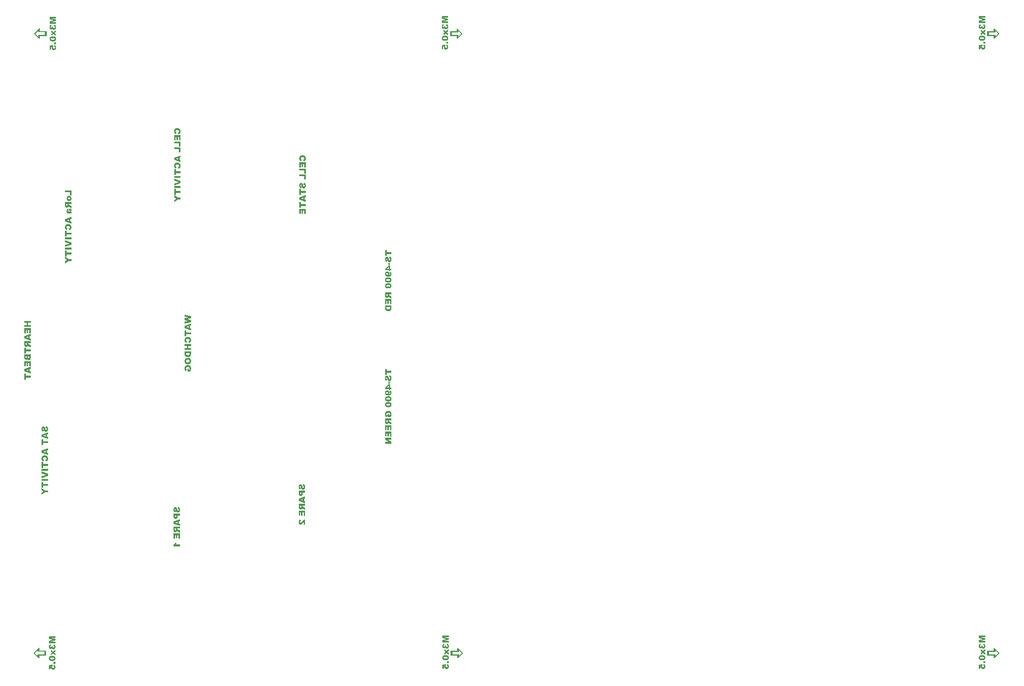
<source format=gbo>
G04 Layer_Color=32896*
%FSLAX25Y25*%
%MOIN*%
G70*
G01*
G75*
G36*
X143500Y397937D02*
X141446D01*
Y396216D01*
X143500D01*
Y394644D01*
X138431D01*
Y396216D01*
X140198D01*
Y397937D01*
X138431D01*
Y399500D01*
X143500D01*
Y397937D01*
D02*
G37*
G36*
X271252Y363624D02*
X271520Y363587D01*
X271761Y363541D01*
X271872Y363513D01*
X271965Y363476D01*
X272057Y363449D01*
X272140Y363421D01*
X272205Y363402D01*
X272260Y363374D01*
X272307Y363356D01*
X272344Y363337D01*
X272362Y363328D01*
X272372D01*
X272584Y363199D01*
X272769Y363060D01*
X272926Y362912D01*
X273047Y362773D01*
X273148Y362644D01*
X273222Y362542D01*
X273241Y362505D01*
X273259Y362477D01*
X273278Y362459D01*
Y362450D01*
X273380Y362218D01*
X273454Y361978D01*
X273509Y361728D01*
X273546Y361497D01*
X273555Y361386D01*
X273565Y361284D01*
X273574Y361201D01*
Y361118D01*
X273583Y361053D01*
Y361006D01*
Y360979D01*
Y360969D01*
X273574Y360701D01*
X273555Y360461D01*
X273528Y360239D01*
X273500Y360054D01*
X273481Y359980D01*
X273472Y359906D01*
X273454Y359850D01*
X273445Y359795D01*
X273435Y359758D01*
X273426Y359730D01*
X273417Y359712D01*
Y359702D01*
X273343Y359499D01*
X273241Y359286D01*
X273130Y359073D01*
X273028Y358879D01*
X272926Y358713D01*
X272880Y358639D01*
X272843Y358583D01*
X272815Y358527D01*
X272788Y358490D01*
X272779Y358472D01*
X272769Y358463D01*
X270605D01*
Y360886D01*
X271659D01*
Y359832D01*
X272140D01*
X272205Y359943D01*
X272260Y360054D01*
X272307Y360146D01*
X272335Y360229D01*
X272362Y360294D01*
X272381Y360340D01*
X272399Y360378D01*
Y360387D01*
X272446Y360562D01*
X272455Y360646D01*
X272464Y360729D01*
X272473Y360794D01*
Y360840D01*
Y360877D01*
Y360886D01*
X272455Y361081D01*
X272418Y361256D01*
X272362Y361404D01*
X272298Y361525D01*
X272233Y361626D01*
X272177Y361700D01*
X272140Y361737D01*
X272122Y361756D01*
X272048Y361811D01*
X271974Y361858D01*
X271789Y361931D01*
X271595Y361987D01*
X271400Y362024D01*
X271224Y362042D01*
X271150Y362052D01*
X271076D01*
X271021Y362061D01*
X270808D01*
X270679Y362052D01*
X270559Y362033D01*
X270447Y362015D01*
X270346Y361987D01*
X270253Y361968D01*
X270096Y361904D01*
X269976Y361848D01*
X269883Y361802D01*
X269837Y361765D01*
X269818Y361756D01*
X269698Y361635D01*
X269606Y361497D01*
X269541Y361358D01*
X269504Y361228D01*
X269476Y361108D01*
X269467Y361016D01*
X269458Y360979D01*
Y360951D01*
Y360942D01*
Y360932D01*
X269467Y360803D01*
X269485Y360692D01*
X269504Y360599D01*
X269532Y360516D01*
X269569Y360452D01*
X269587Y360396D01*
X269606Y360368D01*
X269615Y360359D01*
X269680Y360285D01*
X269744Y360211D01*
X269818Y360156D01*
X269883Y360109D01*
X269948Y360082D01*
X270004Y360054D01*
X270040Y360035D01*
X270050D01*
X269781Y358527D01*
X269606Y358583D01*
X269448Y358648D01*
X269310Y358722D01*
X269199Y358787D01*
X269106Y358851D01*
X269032Y358897D01*
X268995Y358934D01*
X268977Y358944D01*
X268866Y359055D01*
X268764Y359166D01*
X268681Y359286D01*
X268616Y359397D01*
X268570Y359489D01*
X268533Y359563D01*
X268514Y359619D01*
X268505Y359628D01*
Y359637D01*
X268477Y359721D01*
X268449Y359813D01*
X268412Y360008D01*
X268385Y360220D01*
X268366Y360424D01*
X268357Y360609D01*
X268348Y360683D01*
Y360757D01*
Y360812D01*
Y360858D01*
Y360886D01*
Y360895D01*
X268357Y361210D01*
X268366Y361349D01*
X268385Y361488D01*
X268403Y361608D01*
X268431Y361719D01*
X268449Y361830D01*
X268468Y361922D01*
X268496Y362005D01*
X268514Y362080D01*
X268542Y362144D01*
X268561Y362200D01*
X268570Y362237D01*
X268588Y362264D01*
X268598Y362283D01*
Y362292D01*
X268727Y362524D01*
X268875Y362727D01*
X269032Y362894D01*
X269180Y363041D01*
X269319Y363153D01*
X269430Y363227D01*
X269476Y363254D01*
X269504Y363273D01*
X269523Y363291D01*
X269532D01*
X269772Y363402D01*
X270013Y363486D01*
X270253Y363550D01*
X270475Y363587D01*
X270577Y363606D01*
X270670Y363615D01*
X270753Y363624D01*
X270827D01*
X270882Y363633D01*
X270966D01*
X271252Y363624D01*
D02*
G37*
G36*
X143500Y387401D02*
X142667Y387151D01*
Y385375D01*
X143500Y385125D01*
Y383479D01*
X138431Y385384D01*
Y387105D01*
X143500Y389001D01*
Y387401D01*
D02*
G37*
G36*
Y389334D02*
X142353D01*
Y392035D01*
X141354D01*
Y389602D01*
X140318D01*
Y392035D01*
X139513D01*
Y389408D01*
X138431D01*
Y393608D01*
X143500D01*
Y389334D01*
D02*
G37*
G36*
X271289Y369516D02*
X271576Y369479D01*
X271715Y369452D01*
X271835Y369424D01*
X271946Y369396D01*
X272048Y369359D01*
X272140Y369332D01*
X272223Y369304D01*
X272288Y369276D01*
X272344Y369248D01*
X272390Y369220D01*
X272427Y369211D01*
X272446Y369193D01*
X272455D01*
X272658Y369054D01*
X272834Y368897D01*
X272991Y368749D01*
X273102Y368601D01*
X273195Y368471D01*
X273259Y368370D01*
X273287Y368333D01*
X273306Y368305D01*
X273315Y368286D01*
Y368277D01*
X273408Y368055D01*
X273472Y367814D01*
X273518Y367583D01*
X273546Y367361D01*
X273565Y367250D01*
Y367158D01*
X273574Y367074D01*
X273583Y367001D01*
Y366945D01*
Y366899D01*
Y366871D01*
Y366862D01*
X273574Y366557D01*
X273537Y366279D01*
X273481Y366038D01*
X273454Y365937D01*
X273426Y365835D01*
X273398Y365742D01*
X273371Y365669D01*
X273343Y365604D01*
X273315Y365548D01*
X273296Y365502D01*
X273278Y365474D01*
X273269Y365456D01*
Y365446D01*
X273139Y365243D01*
X273001Y365076D01*
X272852Y364929D01*
X272714Y364808D01*
X272584Y364706D01*
X272482Y364642D01*
X272446Y364614D01*
X272418Y364596D01*
X272399Y364586D01*
X272390D01*
X272159Y364485D01*
X271918Y364410D01*
X271678Y364355D01*
X271446Y364318D01*
X271336Y364309D01*
X271243Y364300D01*
X271150Y364290D01*
X271076Y364281D01*
X270929D01*
X270707Y364290D01*
X270494Y364309D01*
X270300Y364346D01*
X270114Y364392D01*
X269948Y364438D01*
X269791Y364503D01*
X269652Y364559D01*
X269523Y364623D01*
X269411Y364688D01*
X269310Y364753D01*
X269227Y364818D01*
X269152Y364864D01*
X269106Y364910D01*
X269060Y364947D01*
X269041Y364966D01*
X269032Y364975D01*
X268912Y365113D01*
X268810Y365252D01*
X268718Y365409D01*
X268635Y365567D01*
X268570Y365724D01*
X268514Y365891D01*
X268468Y366048D01*
X268431Y366205D01*
X268403Y366344D01*
X268385Y366482D01*
X268366Y366603D01*
X268357Y366714D01*
X268348Y366797D01*
Y366862D01*
Y366899D01*
Y366917D01*
X268357Y367139D01*
X268375Y367352D01*
X268412Y367555D01*
X268459Y367741D01*
X268505Y367916D01*
X268570Y368074D01*
X268625Y368221D01*
X268690Y368351D01*
X268755Y368462D01*
X268819Y368564D01*
X268884Y368647D01*
X268931Y368721D01*
X268977Y368776D01*
X269014Y368813D01*
X269032Y368841D01*
X269041Y368850D01*
X269180Y368971D01*
X269319Y369073D01*
X269476Y369165D01*
X269634Y369248D01*
X269800Y369313D01*
X269957Y369369D01*
X270114Y369415D01*
X270272Y369452D01*
X270410Y369479D01*
X270549Y369498D01*
X270670Y369516D01*
X270771Y369526D01*
X270854D01*
X270919Y369535D01*
X270975D01*
X271289Y369516D01*
D02*
G37*
G36*
Y386435D02*
X271446Y386416D01*
X271595Y386398D01*
X271733Y386361D01*
X271863Y386333D01*
X271983Y386296D01*
X272085Y386259D01*
X272186Y386231D01*
X272270Y386194D01*
X272344Y386157D01*
X272399Y386129D01*
X272446Y386111D01*
X272482Y386092D01*
X272501Y386074D01*
X272510D01*
X272723Y385926D01*
X272899Y385778D01*
X273038Y385621D01*
X273158Y385482D01*
X273241Y385362D01*
X273306Y385260D01*
X273324Y385223D01*
X273343Y385195D01*
X273352Y385186D01*
Y385177D01*
X273426Y384964D01*
X273481Y384742D01*
X273528Y384511D01*
X273555Y384298D01*
X273565Y384196D01*
X273574Y384104D01*
Y384030D01*
X273583Y383956D01*
Y383900D01*
Y383854D01*
Y383826D01*
Y383817D01*
X273574Y383576D01*
X273555Y383354D01*
X273518Y383160D01*
X273481Y383003D01*
X273454Y382874D01*
X273417Y382772D01*
X273408Y382744D01*
X273398Y382716D01*
X273389Y382707D01*
Y382698D01*
X273306Y382540D01*
X273213Y382393D01*
X273121Y382272D01*
X273028Y382161D01*
X272936Y382078D01*
X272871Y382013D01*
X272825Y381967D01*
X272806Y381958D01*
X272649Y381847D01*
X272492Y381764D01*
X272335Y381680D01*
X272177Y381625D01*
X272048Y381569D01*
X271937Y381541D01*
X271900Y381532D01*
X271872Y381523D01*
X271853Y381514D01*
X271844D01*
X271419Y382883D01*
X271595Y382929D01*
X271743Y382984D01*
X271872Y383040D01*
X271974Y383096D01*
X272057Y383142D01*
X272112Y383188D01*
X272149Y383216D01*
X272159Y383225D01*
X272242Y383317D01*
X272307Y383429D01*
X272344Y383540D01*
X272381Y383650D01*
X272399Y383752D01*
X272409Y383836D01*
Y383891D01*
Y383900D01*
Y383910D01*
X272399Y384076D01*
X272362Y384215D01*
X272316Y384344D01*
X272251Y384446D01*
X272196Y384520D01*
X272149Y384585D01*
X272112Y384622D01*
X272103Y384631D01*
X272039Y384677D01*
X271965Y384714D01*
X271789Y384779D01*
X271595Y384816D01*
X271410Y384853D01*
X271234Y384872D01*
X271150D01*
X271086Y384881D01*
X270947D01*
X270707Y384872D01*
X270503Y384844D01*
X270337Y384816D01*
X270198Y384770D01*
X270096Y384733D01*
X270013Y384705D01*
X269976Y384677D01*
X269957Y384668D01*
X269883Y384612D01*
X269809Y384557D01*
X269707Y384427D01*
X269624Y384289D01*
X269578Y384159D01*
X269541Y384039D01*
X269532Y383937D01*
X269523Y383910D01*
Y383882D01*
Y383863D01*
Y383854D01*
Y383771D01*
X269541Y383687D01*
X269550Y383613D01*
X269569Y383549D01*
X269587Y383503D01*
X269606Y383456D01*
X269615Y383438D01*
X269624Y383429D01*
X269707Y383299D01*
X269800Y383197D01*
X269837Y383160D01*
X269874Y383123D01*
X269893Y383114D01*
X269902Y383105D01*
X269948Y383077D01*
X269994Y383049D01*
X270105Y382994D01*
X270151Y382975D01*
X270198Y382957D01*
X270226Y382947D01*
X270235D01*
X269930Y381560D01*
X269781Y381615D01*
X269643Y381671D01*
X269523Y381736D01*
X269402Y381801D01*
X269291Y381865D01*
X269199Y381939D01*
X269106Y382004D01*
X269032Y382069D01*
X268958Y382134D01*
X268903Y382189D01*
X268847Y382244D01*
X268810Y382291D01*
X268773Y382328D01*
X268755Y382355D01*
X268736Y382374D01*
Y382383D01*
X268671Y382494D01*
X268607Y382605D01*
X268514Y382846D01*
X268440Y383096D01*
X268394Y383345D01*
X268375Y383456D01*
X268366Y383558D01*
X268357Y383650D01*
Y383734D01*
X268348Y383799D01*
Y383845D01*
Y383882D01*
Y383891D01*
X268357Y384113D01*
X268375Y384326D01*
X268412Y384520D01*
X268449Y384705D01*
X268505Y384872D01*
X268561Y385029D01*
X268625Y385177D01*
X268681Y385297D01*
X268745Y385417D01*
X268810Y385510D01*
X268866Y385593D01*
X268921Y385667D01*
X268958Y385713D01*
X268995Y385759D01*
X269014Y385778D01*
X269023Y385787D01*
X269152Y385908D01*
X269301Y386009D01*
X269448Y386092D01*
X269606Y386176D01*
X269772Y386241D01*
X269930Y386287D01*
X270087Y386333D01*
X270244Y386370D01*
X270392Y386398D01*
X270521Y386416D01*
X270642Y386435D01*
X270753Y386444D01*
X270836D01*
X270901Y386453D01*
X270956D01*
X271289Y386435D01*
D02*
G37*
G36*
X269680Y390144D02*
X273500D01*
Y388581D01*
X269680D01*
Y386981D01*
X268431D01*
Y391744D01*
X269680D01*
Y390144D01*
D02*
G37*
G36*
X273500Y372514D02*
X273491Y372347D01*
X273481Y372190D01*
X273463Y372023D01*
X273435Y371884D01*
X273408Y371755D01*
X273389Y371653D01*
X273380Y371616D01*
Y371588D01*
X273371Y371579D01*
Y371570D01*
X273324Y371431D01*
X273259Y371302D01*
X273195Y371191D01*
X273130Y371080D01*
X273065Y370996D01*
X273010Y370932D01*
X272973Y370895D01*
X272964Y370876D01*
X272843Y370756D01*
X272714Y370654D01*
X272593Y370562D01*
X272473Y370488D01*
X272372Y370432D01*
X272288Y370395D01*
X272233Y370368D01*
X272223Y370358D01*
X272214D01*
X272029Y370293D01*
X271826Y370247D01*
X271613Y370210D01*
X271419Y370192D01*
X271234Y370173D01*
X271160D01*
X271086Y370164D01*
X270956D01*
X270762Y370173D01*
X270586Y370182D01*
X270420Y370201D01*
X270272Y370229D01*
X270151Y370256D01*
X270059Y370275D01*
X270022Y370284D01*
X269994D01*
X269985Y370293D01*
X269976D01*
X269809Y370349D01*
X269652Y370405D01*
X269513Y370469D01*
X269393Y370534D01*
X269291Y370599D01*
X269227Y370645D01*
X269180Y370682D01*
X269162Y370691D01*
X269041Y370802D01*
X268931Y370913D01*
X268838Y371034D01*
X268764Y371145D01*
X268699Y371246D01*
X268662Y371320D01*
X268635Y371376D01*
X268625Y371385D01*
Y371394D01*
X268561Y371561D01*
X268514Y371746D01*
X268477Y371931D01*
X268459Y372116D01*
X268440Y372273D01*
Y372338D01*
X268431Y372403D01*
Y372449D01*
Y372486D01*
Y372504D01*
Y372514D01*
Y374835D01*
X273500D01*
Y372514D01*
D02*
G37*
G36*
Y379183D02*
X271446D01*
Y377462D01*
X273500D01*
Y375890D01*
X268431D01*
Y377462D01*
X270198D01*
Y379183D01*
X268431D01*
Y380746D01*
X273500D01*
Y379183D01*
D02*
G37*
G36*
X143500Y381388D02*
X141446D01*
Y381259D01*
X141456Y381176D01*
X141465Y381102D01*
X141483Y381037D01*
X141502Y380981D01*
X141530Y380935D01*
X141548Y380898D01*
X141558Y380880D01*
X141567Y380871D01*
X141613Y380824D01*
X141668Y380769D01*
X141798Y380676D01*
X141853Y380639D01*
X141909Y380611D01*
X141946Y380593D01*
X141955Y380584D01*
X143500Y379742D01*
Y377966D01*
X142039Y378734D01*
X141992Y378762D01*
X141946Y378789D01*
X141835Y378863D01*
X141798Y378900D01*
X141761Y378928D01*
X141733Y378946D01*
X141724Y378956D01*
X141650Y379011D01*
X141595Y379067D01*
X141548Y379104D01*
X141511Y379141D01*
X141483Y379169D01*
X141465Y379187D01*
X141456Y379205D01*
X141419Y379261D01*
X141391Y379326D01*
X141326Y379455D01*
X141308Y379520D01*
X141289Y379566D01*
X141271Y379603D01*
Y379612D01*
X141234Y379492D01*
X141206Y379381D01*
X141169Y379289D01*
X141141Y379205D01*
X141113Y379150D01*
X141086Y379104D01*
X141077Y379076D01*
X141067Y379067D01*
X140993Y378956D01*
X140910Y378854D01*
X140827Y378771D01*
X140753Y378697D01*
X140679Y378641D01*
X140623Y378595D01*
X140586Y378576D01*
X140577Y378567D01*
X140457Y378502D01*
X140327Y378456D01*
X140207Y378429D01*
X140096Y378401D01*
X139994Y378392D01*
X139920Y378382D01*
X139846D01*
X139671Y378392D01*
X139513Y378419D01*
X139374Y378456D01*
X139254Y378502D01*
X139153Y378549D01*
X139078Y378586D01*
X139041Y378613D01*
X139023Y378623D01*
X138903Y378715D01*
X138810Y378817D01*
X138727Y378919D01*
X138662Y379021D01*
X138616Y379104D01*
X138588Y379178D01*
X138570Y379224D01*
X138560Y379242D01*
X138514Y379400D01*
X138487Y379575D01*
X138459Y379761D01*
X138450Y379936D01*
X138440Y380103D01*
X138431Y380168D01*
Y380232D01*
Y380278D01*
Y380315D01*
Y380343D01*
Y380352D01*
Y382961D01*
X143500D01*
Y381388D01*
D02*
G37*
G36*
X162335Y137006D02*
X162492Y136942D01*
X162621Y136886D01*
X162741Y136821D01*
X162834Y136766D01*
X162899Y136720D01*
X162936Y136683D01*
X162954Y136673D01*
X163065Y136572D01*
X163158Y136461D01*
X163241Y136350D01*
X163306Y136248D01*
X163361Y136155D01*
X163398Y136082D01*
X163417Y136035D01*
X163426Y136017D01*
X163481Y135850D01*
X163519Y135675D01*
X163546Y135489D01*
X163565Y135314D01*
X163574Y135166D01*
Y135092D01*
X163583Y135036D01*
Y134990D01*
Y134953D01*
Y134934D01*
Y134925D01*
X163574Y134676D01*
X163546Y134444D01*
X163519Y134250D01*
X163472Y134083D01*
X163435Y133954D01*
X163417Y133898D01*
X163408Y133861D01*
X163389Y133825D01*
X163380Y133797D01*
X163371Y133788D01*
Y133778D01*
X163278Y133621D01*
X163176Y133492D01*
X163075Y133380D01*
X162973Y133279D01*
X162880Y133205D01*
X162806Y133159D01*
X162760Y133122D01*
X162741Y133112D01*
X162584Y133029D01*
X162436Y132974D01*
X162297Y132927D01*
X162159Y132899D01*
X162048Y132881D01*
X161964Y132872D01*
X161890D01*
X161761Y132881D01*
X161650Y132890D01*
X161548Y132918D01*
X161456Y132946D01*
X161391Y132974D01*
X161336Y132992D01*
X161299Y133010D01*
X161289Y133020D01*
X161197Y133075D01*
X161114Y133140D01*
X161039Y133205D01*
X160984Y133270D01*
X160938Y133325D01*
X160901Y133371D01*
X160882Y133399D01*
X160873Y133408D01*
X160836Y133473D01*
X160808Y133547D01*
X160753Y133686D01*
X160734Y133750D01*
X160716Y133806D01*
X160706Y133843D01*
Y133852D01*
X160633Y133723D01*
X160549Y133612D01*
X160466Y133519D01*
X160401Y133445D01*
X160336Y133390D01*
X160290Y133353D01*
X160253Y133325D01*
X160244Y133316D01*
X160142Y133251D01*
X160040Y133205D01*
X159939Y133177D01*
X159846Y133149D01*
X159772Y133140D01*
X159707Y133131D01*
X159652D01*
X159550Y133140D01*
X159449Y133149D01*
X159264Y133195D01*
X159106Y133270D01*
X158977Y133353D01*
X158866Y133436D01*
X158782Y133501D01*
X158736Y133556D01*
X158718Y133565D01*
Y133575D01*
X158653Y133667D01*
X158598Y133760D01*
X158505Y133991D01*
X158440Y134222D01*
X158394Y134463D01*
X158376Y134574D01*
X158366Y134676D01*
X158357Y134768D01*
Y134851D01*
X158348Y134925D01*
Y134971D01*
Y135009D01*
Y135018D01*
X158366Y135323D01*
X158376Y135462D01*
X158403Y135591D01*
X158431Y135712D01*
X158459Y135822D01*
X158486Y135924D01*
X158514Y136007D01*
X158551Y136091D01*
X158579Y136165D01*
X158607Y136220D01*
X158634Y136267D01*
X158662Y136313D01*
X158671Y136340D01*
X158690Y136350D01*
Y136359D01*
X158829Y136525D01*
X158986Y136655D01*
X159152Y136766D01*
X159310Y136849D01*
X159449Y136914D01*
X159513Y136933D01*
X159569Y136960D01*
X159606Y136969D01*
X159643Y136979D01*
X159661Y136988D01*
X159670D01*
X159902Y135656D01*
X159772Y135628D01*
X159661Y135600D01*
X159578Y135564D01*
X159504Y135536D01*
X159449Y135499D01*
X159412Y135480D01*
X159393Y135462D01*
X159384Y135452D01*
X159328Y135388D01*
X159291Y135323D01*
X159264Y135258D01*
X159245Y135194D01*
X159236Y135129D01*
X159227Y135082D01*
Y135055D01*
Y135046D01*
X159236Y134953D01*
X159245Y134879D01*
X159273Y134814D01*
X159291Y134759D01*
X159319Y134713D01*
X159347Y134685D01*
X159356Y134666D01*
X159365Y134657D01*
X159421Y134611D01*
X159485Y134574D01*
X159541Y134555D01*
X159606Y134537D01*
X159652Y134528D01*
X159698Y134518D01*
X159735D01*
X159818Y134528D01*
X159902Y134546D01*
X159976Y134583D01*
X160031Y134611D01*
X160087Y134648D01*
X160124Y134685D01*
X160142Y134703D01*
X160152Y134713D01*
X160207Y134786D01*
X160244Y134861D01*
X160281Y134944D01*
X160300Y135009D01*
X160309Y135073D01*
X160318Y135129D01*
Y135166D01*
Y135175D01*
Y135231D01*
X160309Y135295D01*
Y135342D01*
Y135351D01*
Y135360D01*
X161308Y135425D01*
X161280Y135323D01*
X161261Y135231D01*
X161243Y135157D01*
X161234Y135092D01*
X161224Y135036D01*
Y134999D01*
Y134981D01*
Y134971D01*
X161234Y134861D01*
X161252Y134759D01*
X161289Y134676D01*
X161317Y134601D01*
X161354Y134546D01*
X161391Y134509D01*
X161409Y134481D01*
X161419Y134472D01*
X161502Y134407D01*
X161585Y134361D01*
X161678Y134333D01*
X161761Y134306D01*
X161844Y134296D01*
X161909Y134287D01*
X161964D01*
X162085Y134296D01*
X162196Y134315D01*
X162297Y134352D01*
X162372Y134379D01*
X162436Y134416D01*
X162483Y134453D01*
X162510Y134472D01*
X162520Y134481D01*
X162584Y134555D01*
X162640Y134629D01*
X162677Y134713D01*
X162695Y134786D01*
X162714Y134851D01*
X162723Y134907D01*
Y134944D01*
Y134953D01*
X162714Y135055D01*
X162695Y135138D01*
X162677Y135221D01*
X162640Y135286D01*
X162612Y135332D01*
X162593Y135379D01*
X162575Y135397D01*
X162566Y135406D01*
X162492Y135462D01*
X162399Y135517D01*
X162205Y135591D01*
X162112Y135619D01*
X162039Y135637D01*
X161992Y135656D01*
X161974D01*
X162168Y137062D01*
X162335Y137006D01*
D02*
G37*
G36*
X163500Y142214D02*
X159634D01*
X163500Y141234D01*
Y140068D01*
X159634Y139078D01*
X163500D01*
Y137793D01*
X158431D01*
Y139856D01*
X161521Y140651D01*
X158431Y141437D01*
Y143500D01*
X163500D01*
Y142214D01*
D02*
G37*
G36*
X161160Y127562D02*
X161363Y127553D01*
X161548Y127534D01*
X161706Y127516D01*
X161844Y127497D01*
X161946Y127488D01*
X161983Y127479D01*
X162011Y127470D01*
X162029D01*
X162196Y127433D01*
X162353Y127386D01*
X162483Y127340D01*
X162584Y127294D01*
X162677Y127257D01*
X162732Y127220D01*
X162778Y127201D01*
X162788Y127192D01*
X162926Y127091D01*
X163047Y126979D01*
X163148Y126878D01*
X163232Y126767D01*
X163296Y126683D01*
X163343Y126610D01*
X163371Y126563D01*
X163380Y126545D01*
X163444Y126388D01*
X163500Y126212D01*
X163537Y126036D01*
X163556Y125870D01*
X163574Y125722D01*
Y125666D01*
X163583Y125610D01*
Y125564D01*
Y125527D01*
Y125509D01*
Y125499D01*
X163574Y125296D01*
X163556Y125102D01*
X163528Y124926D01*
X163481Y124769D01*
X163435Y124621D01*
X163380Y124491D01*
X163324Y124371D01*
X163259Y124269D01*
X163204Y124177D01*
X163148Y124103D01*
X163093Y124038D01*
X163047Y123983D01*
X163001Y123936D01*
X162973Y123908D01*
X162954Y123899D01*
X162945Y123890D01*
X162815Y123807D01*
X162677Y123733D01*
X162520Y123668D01*
X162362Y123612D01*
X162029Y123529D01*
X161696Y123474D01*
X161539Y123455D01*
X161400Y123446D01*
X161271Y123437D01*
X161151Y123427D01*
X161058Y123418D01*
X160928D01*
X160706Y123427D01*
X160485Y123437D01*
X160290Y123465D01*
X160115Y123492D01*
X159967Y123520D01*
X159902Y123529D01*
X159855Y123538D01*
X159809Y123548D01*
X159782Y123557D01*
X159763Y123566D01*
X159754D01*
X159643Y123594D01*
X159550Y123631D01*
X159458Y123659D01*
X159384Y123687D01*
X159319Y123714D01*
X159273Y123742D01*
X159245Y123751D01*
X159236Y123760D01*
X159069Y123862D01*
X158995Y123918D01*
X158940Y123973D01*
X158884Y124020D01*
X158847Y124056D01*
X158819Y124084D01*
X158810Y124093D01*
X158736Y124177D01*
X158671Y124260D01*
X158616Y124353D01*
X158570Y124436D01*
X158533Y124510D01*
X158496Y124574D01*
X158486Y124611D01*
X158477Y124630D01*
X158431Y124759D01*
X158403Y124898D01*
X158376Y125037D01*
X158366Y125166D01*
X158357Y125287D01*
X158348Y125379D01*
Y125416D01*
Y125444D01*
Y125453D01*
Y125462D01*
X158357Y125657D01*
X158376Y125842D01*
X158403Y126008D01*
X158440Y126165D01*
X158486Y126304D01*
X158533Y126434D01*
X158588Y126554D01*
X158634Y126656D01*
X158690Y126748D01*
X158746Y126831D01*
X158792Y126896D01*
X158838Y126952D01*
X158875Y126998D01*
X158903Y127026D01*
X158921Y127044D01*
X158931Y127053D01*
X159051Y127146D01*
X159180Y127220D01*
X159328Y127294D01*
X159485Y127349D01*
X159818Y127442D01*
X160152Y127507D01*
X160309Y127525D01*
X160457Y127544D01*
X160596Y127553D01*
X160716Y127562D01*
X160808Y127571D01*
X160947D01*
X161160Y127562D01*
D02*
G37*
G36*
X163500Y131022D02*
X162325Y130226D01*
X163500Y129551D01*
Y127904D01*
X161585Y129246D01*
X159828Y127997D01*
Y129551D01*
X160854Y130226D01*
X159828Y130809D01*
Y132483D01*
X161585Y131216D01*
X163500Y132548D01*
Y131022D01*
D02*
G37*
G36*
X139680Y354971D02*
X143500D01*
Y353407D01*
X139680D01*
Y351807D01*
X138431D01*
Y356571D01*
X139680D01*
Y354971D01*
D02*
G37*
G36*
X143500Y369650D02*
Y369567D01*
X143491Y369465D01*
X143482Y369354D01*
X143463Y369234D01*
X143454Y369123D01*
X143445Y369030D01*
Y368993D01*
X143435Y368966D01*
Y368956D01*
Y368947D01*
X143407Y368809D01*
X143389Y368688D01*
X143361Y368586D01*
X143333Y368503D01*
X143306Y368439D01*
X143287Y368392D01*
X143269Y368365D01*
Y368355D01*
X143195Y368244D01*
X143112Y368143D01*
X143028Y368050D01*
X142945Y367976D01*
X142880Y367920D01*
X142825Y367883D01*
X142779Y367856D01*
X142769Y367846D01*
X142649Y367782D01*
X142529Y367736D01*
X142409Y367708D01*
X142297Y367680D01*
X142205Y367671D01*
X142131Y367661D01*
X142066D01*
X141891Y367671D01*
X141733Y367699D01*
X141595Y367745D01*
X141483Y367791D01*
X141391Y367837D01*
X141317Y367883D01*
X141280Y367911D01*
X141261Y367920D01*
X141150Y368032D01*
X141058Y368152D01*
X140975Y368290D01*
X140910Y368420D01*
X140864Y368540D01*
X140836Y368633D01*
X140817Y368670D01*
Y368698D01*
X140808Y368716D01*
Y368725D01*
X140753Y368596D01*
X140697Y368485D01*
X140642Y368392D01*
X140586Y368318D01*
X140540Y368253D01*
X140503Y368216D01*
X140475Y368189D01*
X140466Y368179D01*
X140337Y368087D01*
X140207Y368013D01*
X140077Y367967D01*
X139957Y367930D01*
X139856Y367911D01*
X139772Y367893D01*
X139596D01*
X139504Y367911D01*
X139328Y367957D01*
X139180Y368022D01*
X139051Y368087D01*
X138940Y368161D01*
X138866Y368226D01*
X138820Y368272D01*
X138801Y368281D01*
Y368290D01*
X138681Y368457D01*
X138588Y368633D01*
X138523Y368818D01*
X138477Y369003D01*
X138450Y369169D01*
X138440Y369234D01*
Y369299D01*
X138431Y369345D01*
Y369382D01*
Y369410D01*
Y369419D01*
Y372351D01*
X143500D01*
Y369650D01*
D02*
G37*
G36*
X139680Y376227D02*
X143500D01*
Y374664D01*
X139680D01*
Y373063D01*
X138431D01*
Y377827D01*
X139680D01*
Y376227D01*
D02*
G37*
G36*
X143500Y360631D02*
X142667Y360382D01*
Y358606D01*
X143500Y358356D01*
Y356710D01*
X138431Y358615D01*
Y360335D01*
X143500Y362232D01*
Y360631D01*
D02*
G37*
G36*
Y362565D02*
X142353D01*
Y365266D01*
X141354D01*
Y362833D01*
X140318D01*
Y365266D01*
X139513D01*
Y362639D01*
X138431D01*
Y366838D01*
X143500D01*
Y362565D01*
D02*
G37*
G36*
X434465Y355283D02*
X434603Y355255D01*
X434844Y355190D01*
X435066Y355098D01*
X435251Y354996D01*
X435325Y354950D01*
X435399Y354904D01*
X435454Y354857D01*
X435500Y354820D01*
X435537Y354793D01*
X435565Y354765D01*
X435584Y354756D01*
X435593Y354747D01*
X435676Y354645D01*
X435750Y354524D01*
X435824Y354395D01*
X435880Y354256D01*
X435963Y353960D01*
X436019Y353664D01*
X436046Y353516D01*
X436056Y353387D01*
X436065Y353267D01*
X436074Y353165D01*
X436083Y353072D01*
Y353008D01*
Y352971D01*
Y352952D01*
X436074Y352684D01*
X436056Y352452D01*
X436019Y352240D01*
X435982Y352064D01*
X435963Y351990D01*
X435945Y351925D01*
X435926Y351860D01*
X435908Y351814D01*
X435898Y351777D01*
X435889Y351749D01*
X435880Y351740D01*
Y351731D01*
X435787Y351555D01*
X435695Y351407D01*
X435593Y351278D01*
X435491Y351167D01*
X435399Y351083D01*
X435325Y351019D01*
X435279Y350982D01*
X435260Y350973D01*
X435103Y350880D01*
X434945Y350815D01*
X434788Y350760D01*
X434650Y350732D01*
X434529Y350713D01*
X434437Y350695D01*
X434353D01*
X434205Y350704D01*
X434058Y350723D01*
X433937Y350760D01*
X433826Y350797D01*
X433734Y350834D01*
X433660Y350871D01*
X433623Y350889D01*
X433604Y350899D01*
X433484Y350982D01*
X433373Y351083D01*
X433281Y351195D01*
X433197Y351296D01*
X433133Y351398D01*
X433086Y351472D01*
X433059Y351528D01*
X433049Y351537D01*
Y351546D01*
X433003Y351639D01*
X432966Y351740D01*
X432883Y351962D01*
X432799Y352212D01*
X432735Y352452D01*
X432707Y352564D01*
X432679Y352675D01*
X432652Y352776D01*
X432633Y352859D01*
X432615Y352924D01*
X432605Y352980D01*
X432596Y353017D01*
Y353026D01*
X432568Y353165D01*
X432531Y353276D01*
X432504Y353368D01*
X432476Y353433D01*
X432448Y353488D01*
X432430Y353516D01*
X432411Y353535D01*
Y353544D01*
X432374Y353581D01*
X432337Y353609D01*
X432263Y353637D01*
X432207Y353655D01*
X432189D01*
X432133Y353646D01*
X432078Y353637D01*
X431986Y353590D01*
X431930Y353544D01*
X431921Y353535D01*
X431912Y353525D01*
X431875Y353470D01*
X431838Y353405D01*
X431810Y353267D01*
X431801Y353202D01*
X431791Y353155D01*
Y353118D01*
Y353109D01*
X431801Y352989D01*
X431819Y352887D01*
X431838Y352795D01*
X431865Y352721D01*
X431902Y352665D01*
X431921Y352628D01*
X431939Y352601D01*
X431949Y352591D01*
X432013Y352526D01*
X432096Y352471D01*
X432180Y352434D01*
X432254Y352397D01*
X432328Y352369D01*
X432393Y352351D01*
X432430Y352342D01*
X432448D01*
X432365Y350862D01*
X432226Y350889D01*
X432087Y350917D01*
X431967Y350954D01*
X431856Y351000D01*
X431754Y351046D01*
X431652Y351102D01*
X431569Y351148D01*
X431495Y351204D01*
X431375Y351306D01*
X431283Y351389D01*
X431236Y351453D01*
X431218Y351463D01*
Y351472D01*
X431153Y351574D01*
X431098Y351685D01*
X431005Y351916D01*
X430940Y352166D01*
X430894Y352406D01*
X430875Y352517D01*
X430866Y352619D01*
X430857Y352712D01*
Y352795D01*
X430848Y352859D01*
Y352906D01*
Y352943D01*
Y352952D01*
X430857Y353229D01*
X430875Y353479D01*
X430912Y353692D01*
X430931Y353794D01*
X430949Y353877D01*
X430968Y353951D01*
X430986Y354016D01*
X431005Y354071D01*
X431024Y354117D01*
X431033Y354154D01*
X431042Y354182D01*
X431051Y354191D01*
Y354201D01*
X431135Y354358D01*
X431218Y354497D01*
X431310Y354617D01*
X431393Y354710D01*
X431477Y354784D01*
X431541Y354839D01*
X431578Y354876D01*
X431597Y354885D01*
X431727Y354959D01*
X431856Y355015D01*
X431986Y355052D01*
X432096Y355080D01*
X432189Y355098D01*
X432272Y355107D01*
X432337D01*
X432448Y355098D01*
X432550Y355089D01*
X432735Y355043D01*
X432901Y354969D01*
X433040Y354885D01*
X433160Y354811D01*
X433244Y354737D01*
X433290Y354691D01*
X433299Y354673D01*
X433308D01*
X433382Y354580D01*
X433447Y354478D01*
X433567Y354256D01*
X433669Y354016D01*
X433762Y353766D01*
X433799Y353655D01*
X433826Y353553D01*
X433854Y353451D01*
X433882Y353368D01*
X433891Y353304D01*
X433910Y353248D01*
X433919Y353211D01*
Y353202D01*
X433947Y353091D01*
X433974Y352989D01*
X433993Y352896D01*
X434021Y352813D01*
X434076Y352675D01*
X434122Y352564D01*
X434159Y352489D01*
X434187Y352434D01*
X434205Y352406D01*
X434215Y352397D01*
X434270Y352342D01*
X434335Y352295D01*
X434390Y352268D01*
X434446Y352240D01*
X434492Y352231D01*
X434529Y352221D01*
X434566D01*
X434640Y352231D01*
X434714Y352249D01*
X434779Y352277D01*
X434834Y352314D01*
X434871Y352351D01*
X434908Y352379D01*
X434927Y352397D01*
X434936Y352406D01*
X434982Y352480D01*
X435019Y352564D01*
X435047Y352647D01*
X435066Y352730D01*
X435075Y352813D01*
X435084Y352869D01*
Y352906D01*
Y352924D01*
X435075Y353081D01*
X435038Y353220D01*
X434992Y353341D01*
X434927Y353442D01*
X434871Y353516D01*
X434825Y353572D01*
X434788Y353609D01*
X434779Y353618D01*
X434705Y353664D01*
X434613Y353711D01*
X434427Y353766D01*
X434353Y353794D01*
X434289Y353803D01*
X434242Y353812D01*
X434224D01*
X434326Y355301D01*
X434465Y355283D01*
D02*
G37*
G36*
X432180Y358900D02*
X436000D01*
Y357336D01*
X432180D01*
Y355736D01*
X430931D01*
Y360500D01*
X432180D01*
Y358900D01*
D02*
G37*
G36*
X435056Y345349D02*
X436000D01*
Y344118D01*
X435056D01*
Y343480D01*
X433965D01*
Y344118D01*
X430848D01*
Y345349D01*
X433900Y347920D01*
X435056D01*
Y345349D01*
D02*
G37*
G36*
X434696Y348225D02*
X433604D01*
Y350270D01*
X434696D01*
Y348225D01*
D02*
G37*
G36*
X436000Y409816D02*
X435991Y409649D01*
X435982Y409492D01*
X435963Y409326D01*
X435935Y409187D01*
X435908Y409057D01*
X435889Y408955D01*
X435880Y408919D01*
Y408891D01*
X435871Y408882D01*
Y408872D01*
X435824Y408734D01*
X435759Y408604D01*
X435695Y408493D01*
X435630Y408382D01*
X435565Y408299D01*
X435510Y408234D01*
X435473Y408197D01*
X435463Y408179D01*
X435343Y408058D01*
X435214Y407957D01*
X435093Y407864D01*
X434973Y407790D01*
X434871Y407734D01*
X434788Y407697D01*
X434733Y407670D01*
X434724Y407660D01*
X434714D01*
X434529Y407596D01*
X434326Y407549D01*
X434113Y407513D01*
X433919Y407494D01*
X433734Y407476D01*
X433660D01*
X433586Y407466D01*
X433456D01*
X433262Y407476D01*
X433086Y407485D01*
X432920Y407503D01*
X432772Y407531D01*
X432652Y407559D01*
X432559Y407577D01*
X432522Y407586D01*
X432494D01*
X432485Y407596D01*
X432476D01*
X432309Y407651D01*
X432152Y407707D01*
X432013Y407771D01*
X431893Y407836D01*
X431791Y407901D01*
X431727Y407947D01*
X431680Y407984D01*
X431662Y407994D01*
X431541Y408105D01*
X431430Y408216D01*
X431338Y408336D01*
X431264Y408447D01*
X431199Y408548D01*
X431162Y408623D01*
X431135Y408678D01*
X431125Y408687D01*
Y408697D01*
X431061Y408863D01*
X431014Y409048D01*
X430977Y409233D01*
X430959Y409418D01*
X430940Y409575D01*
Y409640D01*
X430931Y409705D01*
Y409751D01*
Y409788D01*
Y409806D01*
Y409816D01*
Y412138D01*
X436000D01*
Y409816D01*
D02*
G37*
G36*
X433660Y430092D02*
X433863Y430083D01*
X434048Y430064D01*
X434205Y430046D01*
X434344Y430027D01*
X434446Y430018D01*
X434483Y430009D01*
X434511Y429999D01*
X434529D01*
X434696Y429962D01*
X434853Y429916D01*
X434982Y429870D01*
X435084Y429823D01*
X435177Y429786D01*
X435232Y429749D01*
X435279Y429731D01*
X435288Y429722D01*
X435427Y429620D01*
X435547Y429509D01*
X435648Y429407D01*
X435732Y429296D01*
X435796Y429213D01*
X435843Y429139D01*
X435871Y429093D01*
X435880Y429074D01*
X435945Y428917D01*
X436000Y428741D01*
X436037Y428566D01*
X436056Y428399D01*
X436074Y428251D01*
Y428195D01*
X436083Y428140D01*
Y428094D01*
Y428057D01*
Y428038D01*
Y428029D01*
X436074Y427825D01*
X436056Y427631D01*
X436028Y427456D01*
X435982Y427298D01*
X435935Y427150D01*
X435880Y427021D01*
X435824Y426900D01*
X435759Y426799D01*
X435704Y426706D01*
X435648Y426632D01*
X435593Y426568D01*
X435547Y426512D01*
X435500Y426466D01*
X435473Y426438D01*
X435454Y426429D01*
X435445Y426419D01*
X435316Y426336D01*
X435177Y426262D01*
X435019Y426197D01*
X434862Y426142D01*
X434529Y426059D01*
X434196Y426003D01*
X434039Y425985D01*
X433900Y425976D01*
X433771Y425966D01*
X433650Y425957D01*
X433558Y425948D01*
X433428D01*
X433207Y425957D01*
X432984Y425966D01*
X432790Y425994D01*
X432615Y426022D01*
X432467Y426050D01*
X432402Y426059D01*
X432355Y426068D01*
X432309Y426077D01*
X432281Y426087D01*
X432263Y426096D01*
X432254D01*
X432143Y426124D01*
X432050Y426160D01*
X431958Y426188D01*
X431884Y426216D01*
X431819Y426244D01*
X431773Y426271D01*
X431745Y426281D01*
X431736Y426290D01*
X431569Y426392D01*
X431495Y426447D01*
X431440Y426503D01*
X431384Y426549D01*
X431347Y426586D01*
X431320Y426614D01*
X431310Y426623D01*
X431236Y426706D01*
X431172Y426790D01*
X431116Y426882D01*
X431070Y426965D01*
X431033Y427039D01*
X430996Y427104D01*
X430986Y427141D01*
X430977Y427160D01*
X430931Y427289D01*
X430903Y427428D01*
X430875Y427566D01*
X430866Y427696D01*
X430857Y427816D01*
X430848Y427909D01*
Y427946D01*
Y427974D01*
Y427983D01*
Y427992D01*
X430857Y428186D01*
X430875Y428371D01*
X430903Y428538D01*
X430940Y428695D01*
X430986Y428834D01*
X431033Y428963D01*
X431088Y429083D01*
X431135Y429185D01*
X431190Y429278D01*
X431246Y429361D01*
X431292Y429426D01*
X431338Y429481D01*
X431375Y429528D01*
X431403Y429555D01*
X431421Y429574D01*
X431430Y429583D01*
X431551Y429675D01*
X431680Y429749D01*
X431828Y429823D01*
X431986Y429879D01*
X432318Y429972D01*
X432652Y430036D01*
X432809Y430055D01*
X432957Y430073D01*
X433096Y430083D01*
X433216Y430092D01*
X433308Y430101D01*
X433447D01*
X433660Y430092D01*
D02*
G37*
G36*
Y434819D02*
X433863Y434809D01*
X434048Y434791D01*
X434205Y434772D01*
X434344Y434754D01*
X434446Y434745D01*
X434483Y434735D01*
X434511Y434726D01*
X434529D01*
X434696Y434689D01*
X434853Y434643D01*
X434982Y434596D01*
X435084Y434550D01*
X435177Y434513D01*
X435232Y434476D01*
X435279Y434458D01*
X435288Y434448D01*
X435427Y434347D01*
X435547Y434236D01*
X435648Y434134D01*
X435732Y434023D01*
X435796Y433940D01*
X435843Y433866D01*
X435871Y433819D01*
X435880Y433801D01*
X435945Y433644D01*
X436000Y433468D01*
X436037Y433292D01*
X436056Y433126D01*
X436074Y432978D01*
Y432922D01*
X436083Y432867D01*
Y432821D01*
Y432784D01*
Y432765D01*
Y432756D01*
X436074Y432552D01*
X436056Y432358D01*
X436028Y432182D01*
X435982Y432025D01*
X435935Y431877D01*
X435880Y431747D01*
X435824Y431627D01*
X435759Y431526D01*
X435704Y431433D01*
X435648Y431359D01*
X435593Y431294D01*
X435547Y431239D01*
X435500Y431192D01*
X435473Y431165D01*
X435454Y431155D01*
X435445Y431146D01*
X435316Y431063D01*
X435177Y430989D01*
X435019Y430924D01*
X434862Y430869D01*
X434529Y430786D01*
X434196Y430730D01*
X434039Y430712D01*
X433900Y430702D01*
X433771Y430693D01*
X433650Y430684D01*
X433558Y430675D01*
X433428D01*
X433207Y430684D01*
X432984Y430693D01*
X432790Y430721D01*
X432615Y430749D01*
X432467Y430776D01*
X432402Y430786D01*
X432355Y430795D01*
X432309Y430804D01*
X432281Y430813D01*
X432263Y430823D01*
X432254D01*
X432143Y430850D01*
X432050Y430887D01*
X431958Y430915D01*
X431884Y430943D01*
X431819Y430970D01*
X431773Y430998D01*
X431745Y431007D01*
X431736Y431017D01*
X431569Y431118D01*
X431495Y431174D01*
X431440Y431229D01*
X431384Y431276D01*
X431347Y431313D01*
X431320Y431341D01*
X431310Y431350D01*
X431236Y431433D01*
X431172Y431516D01*
X431116Y431609D01*
X431070Y431692D01*
X431033Y431766D01*
X430996Y431831D01*
X430986Y431868D01*
X430977Y431886D01*
X430931Y432016D01*
X430903Y432155D01*
X430875Y432293D01*
X430866Y432423D01*
X430857Y432543D01*
X430848Y432635D01*
Y432673D01*
Y432700D01*
Y432710D01*
Y432719D01*
X430857Y432913D01*
X430875Y433098D01*
X430903Y433264D01*
X430940Y433422D01*
X430986Y433561D01*
X431033Y433690D01*
X431088Y433810D01*
X431135Y433912D01*
X431190Y434004D01*
X431246Y434088D01*
X431292Y434153D01*
X431338Y434208D01*
X431375Y434254D01*
X431403Y434282D01*
X431421Y434301D01*
X431430Y434310D01*
X431551Y434402D01*
X431680Y434476D01*
X431828Y434550D01*
X431986Y434606D01*
X432318Y434698D01*
X432652Y434763D01*
X432809Y434782D01*
X432957Y434800D01*
X433096Y434809D01*
X433216Y434819D01*
X433308Y434828D01*
X433447D01*
X433660Y434819D01*
D02*
G37*
G36*
X436000Y412998D02*
X434853D01*
Y415699D01*
X433854D01*
Y413266D01*
X432818D01*
Y415699D01*
X432013D01*
Y413072D01*
X430931D01*
Y417271D01*
X436000D01*
Y412998D01*
D02*
G37*
G36*
Y421193D02*
X433947D01*
Y421064D01*
X433956Y420981D01*
X433965Y420906D01*
X433984Y420842D01*
X434002Y420786D01*
X434030Y420740D01*
X434048Y420703D01*
X434058Y420684D01*
X434067Y420675D01*
X434113Y420629D01*
X434168Y420574D01*
X434298Y420481D01*
X434353Y420444D01*
X434409Y420416D01*
X434446Y420398D01*
X434455Y420389D01*
X436000Y419547D01*
Y417771D01*
X434539Y418539D01*
X434492Y418566D01*
X434446Y418594D01*
X434335Y418668D01*
X434298Y418705D01*
X434261Y418733D01*
X434233Y418751D01*
X434224Y418760D01*
X434150Y418816D01*
X434094Y418871D01*
X434048Y418909D01*
X434011Y418946D01*
X433984Y418973D01*
X433965Y418992D01*
X433956Y419010D01*
X433919Y419066D01*
X433891Y419131D01*
X433826Y419260D01*
X433808Y419325D01*
X433789Y419371D01*
X433771Y419408D01*
Y419417D01*
X433734Y419297D01*
X433706Y419186D01*
X433669Y419094D01*
X433641Y419010D01*
X433613Y418955D01*
X433586Y418909D01*
X433576Y418881D01*
X433567Y418871D01*
X433493Y418760D01*
X433410Y418659D01*
X433327Y418575D01*
X433253Y418502D01*
X433179Y418446D01*
X433123Y418400D01*
X433086Y418381D01*
X433077Y418372D01*
X432957Y418307D01*
X432827Y418261D01*
X432707Y418233D01*
X432596Y418205D01*
X432494Y418196D01*
X432420Y418187D01*
X432346D01*
X432170Y418196D01*
X432013Y418224D01*
X431875Y418261D01*
X431754Y418307D01*
X431652Y418354D01*
X431578Y418391D01*
X431541Y418418D01*
X431523Y418428D01*
X431403Y418520D01*
X431310Y418622D01*
X431227Y418723D01*
X431162Y418825D01*
X431116Y418909D01*
X431088Y418983D01*
X431070Y419029D01*
X431061Y419047D01*
X431014Y419205D01*
X430986Y419380D01*
X430959Y419565D01*
X430949Y419741D01*
X430940Y419908D01*
X430931Y419972D01*
Y420037D01*
Y420083D01*
Y420120D01*
Y420148D01*
Y420157D01*
Y422766D01*
X436000D01*
Y421193D01*
D02*
G37*
G36*
X432744Y343082D02*
X432873Y343073D01*
X433105Y343018D01*
X433318Y342944D01*
X433493Y342860D01*
X433567Y342814D01*
X433632Y342777D01*
X433687Y342740D01*
X433743Y342703D01*
X433780Y342675D01*
X433808Y342648D01*
X433817Y342638D01*
X433826Y342629D01*
X433910Y342536D01*
X433984Y342444D01*
X434048Y342352D01*
X434104Y342250D01*
X434187Y342056D01*
X434242Y341880D01*
X434279Y341722D01*
X434289Y341649D01*
X434298Y341593D01*
X434307Y341547D01*
Y341510D01*
Y341491D01*
Y341482D01*
X434298Y341353D01*
X434289Y341242D01*
X434270Y341130D01*
X434242Y341047D01*
X434224Y340973D01*
X434205Y340918D01*
X434196Y340881D01*
X434187Y340872D01*
X434131Y340770D01*
X434076Y340677D01*
X434011Y340585D01*
X433956Y340511D01*
X433900Y340437D01*
X433854Y340390D01*
X433817Y340353D01*
X433808Y340344D01*
X433956Y340363D01*
X434085Y340372D01*
X434205Y340390D01*
X434316Y340409D01*
X434418Y340427D01*
X434502Y340446D01*
X434585Y340464D01*
X434650Y340474D01*
X434705Y340492D01*
X434751Y340511D01*
X434825Y340529D01*
X434871Y340548D01*
X434881Y340557D01*
X434992Y340631D01*
X435075Y340714D01*
X435131Y340807D01*
X435168Y340890D01*
X435195Y340964D01*
X435205Y341029D01*
X435214Y341066D01*
Y341084D01*
X435205Y341149D01*
X435195Y341214D01*
X435149Y341316D01*
X435131Y341353D01*
X435112Y341380D01*
X435103Y341399D01*
X435093Y341408D01*
X435038Y341454D01*
X434973Y341491D01*
X434844Y341547D01*
X434779Y341565D01*
X434724Y341575D01*
X434687Y341584D01*
X434677D01*
X434862Y342981D01*
X435010Y342934D01*
X435140Y342879D01*
X435251Y342814D01*
X435353Y342758D01*
X435427Y342712D01*
X435491Y342666D01*
X435528Y342638D01*
X435537Y342629D01*
X435630Y342536D01*
X435713Y342444D01*
X435787Y342342D01*
X435843Y342259D01*
X435889Y342176D01*
X435917Y342111D01*
X435935Y342074D01*
X435945Y342056D01*
X435991Y341917D01*
X436028Y341759D01*
X436046Y341593D01*
X436065Y341445D01*
X436074Y341306D01*
X436083Y341195D01*
Y341149D01*
Y341121D01*
Y341103D01*
Y341093D01*
X436074Y340909D01*
X436056Y340733D01*
X436028Y340566D01*
X435982Y340418D01*
X435935Y340270D01*
X435880Y340141D01*
X435824Y340020D01*
X435769Y339919D01*
X435713Y339817D01*
X435648Y339734D01*
X435602Y339669D01*
X435556Y339604D01*
X435510Y339558D01*
X435482Y339530D01*
X435463Y339512D01*
X435454Y339503D01*
X435325Y339401D01*
X435186Y339308D01*
X435029Y339234D01*
X434871Y339170D01*
X434705Y339105D01*
X434539Y339058D01*
X434215Y338994D01*
X434058Y338966D01*
X433910Y338948D01*
X433780Y338938D01*
X433669Y338929D01*
X433576Y338920D01*
X433447D01*
X433114Y338929D01*
X432966Y338948D01*
X432818Y338966D01*
X432689Y338984D01*
X432559Y339003D01*
X432448Y339031D01*
X432346Y339058D01*
X432254Y339086D01*
X432180Y339105D01*
X432106Y339132D01*
X432050Y339151D01*
X432004Y339170D01*
X431976Y339188D01*
X431958Y339197D01*
X431949D01*
X431745Y339308D01*
X431578Y339428D01*
X431430Y339549D01*
X431320Y339669D01*
X431227Y339780D01*
X431162Y339863D01*
X431125Y339919D01*
X431116Y339928D01*
Y339937D01*
X431024Y340122D01*
X430959Y340317D01*
X430912Y340520D01*
X430885Y340714D01*
X430857Y340881D01*
Y340955D01*
X430848Y341020D01*
Y341075D01*
Y341112D01*
Y341140D01*
Y341149D01*
X430857Y341380D01*
X430885Y341584D01*
X430912Y341759D01*
X430949Y341917D01*
X430996Y342037D01*
X431024Y342129D01*
X431051Y342185D01*
X431061Y342194D01*
Y342203D01*
X431144Y342352D01*
X431246Y342481D01*
X431356Y342592D01*
X431458Y342685D01*
X431551Y342758D01*
X431625Y342814D01*
X431671Y342851D01*
X431680Y342860D01*
X431690D01*
X431847Y342934D01*
X432004Y342990D01*
X432161Y343036D01*
X432300Y343064D01*
X432430Y343082D01*
X432522Y343092D01*
X432605D01*
X432744Y343082D01*
D02*
G37*
G36*
X436000Y303159D02*
X433207D01*
X436000Y301254D01*
Y299774D01*
X430931D01*
Y301254D01*
X433743D01*
X430931Y303178D01*
Y304630D01*
X436000D01*
Y303159D01*
D02*
G37*
G36*
Y305481D02*
X434853D01*
Y308182D01*
X433854D01*
Y305749D01*
X432818D01*
Y308182D01*
X432013D01*
Y305555D01*
X430931D01*
Y309754D01*
X436000D01*
Y305481D01*
D02*
G37*
G36*
X273500Y395805D02*
X272668Y395555D01*
Y393779D01*
X273500Y393530D01*
Y391883D01*
X268431Y393789D01*
Y395509D01*
X273500Y397405D01*
Y395805D01*
D02*
G37*
G36*
Y403381D02*
Y401845D01*
X270309Y400957D01*
X273500Y400069D01*
Y398524D01*
X268431Y397405D01*
Y398895D01*
X271271Y399431D01*
X268431Y400217D01*
Y401697D01*
X271262Y402484D01*
X268431Y403020D01*
Y404500D01*
X273500Y403381D01*
D02*
G37*
G36*
X436000Y310596D02*
X434853D01*
Y313297D01*
X433854D01*
Y310864D01*
X432818D01*
Y313297D01*
X432013D01*
Y310670D01*
X430931D01*
Y314870D01*
X436000D01*
Y310596D01*
D02*
G37*
G36*
X433660Y333592D02*
X433863Y333582D01*
X434048Y333564D01*
X434205Y333545D01*
X434344Y333527D01*
X434446Y333518D01*
X434483Y333508D01*
X434511Y333499D01*
X434529D01*
X434696Y333462D01*
X434853Y333416D01*
X434982Y333370D01*
X435084Y333324D01*
X435177Y333286D01*
X435232Y333249D01*
X435279Y333231D01*
X435288Y333222D01*
X435427Y333120D01*
X435547Y333009D01*
X435648Y332907D01*
X435732Y332796D01*
X435796Y332713D01*
X435843Y332639D01*
X435871Y332593D01*
X435880Y332574D01*
X435945Y332417D01*
X436000Y332241D01*
X436037Y332066D01*
X436056Y331899D01*
X436074Y331751D01*
Y331696D01*
X436083Y331640D01*
Y331594D01*
Y331557D01*
Y331538D01*
Y331529D01*
X436074Y331326D01*
X436056Y331131D01*
X436028Y330956D01*
X435982Y330798D01*
X435935Y330650D01*
X435880Y330521D01*
X435824Y330400D01*
X435759Y330299D01*
X435704Y330206D01*
X435648Y330132D01*
X435593Y330067D01*
X435547Y330012D01*
X435500Y329966D01*
X435473Y329938D01*
X435454Y329929D01*
X435445Y329920D01*
X435316Y329836D01*
X435177Y329762D01*
X435019Y329697D01*
X434862Y329642D01*
X434529Y329559D01*
X434196Y329503D01*
X434039Y329485D01*
X433900Y329475D01*
X433771Y329466D01*
X433650Y329457D01*
X433558Y329448D01*
X433428D01*
X433207Y329457D01*
X432984Y329466D01*
X432790Y329494D01*
X432615Y329522D01*
X432467Y329550D01*
X432402Y329559D01*
X432355Y329568D01*
X432309Y329577D01*
X432281Y329587D01*
X432263Y329596D01*
X432254D01*
X432143Y329624D01*
X432050Y329661D01*
X431958Y329688D01*
X431884Y329716D01*
X431819Y329744D01*
X431773Y329771D01*
X431745Y329781D01*
X431736Y329790D01*
X431569Y329892D01*
X431495Y329947D01*
X431440Y330003D01*
X431384Y330049D01*
X431347Y330086D01*
X431320Y330114D01*
X431310Y330123D01*
X431236Y330206D01*
X431172Y330290D01*
X431116Y330382D01*
X431070Y330465D01*
X431033Y330539D01*
X430996Y330604D01*
X430986Y330641D01*
X430977Y330660D01*
X430931Y330789D01*
X430903Y330928D01*
X430875Y331066D01*
X430866Y331196D01*
X430857Y331316D01*
X430848Y331409D01*
Y331446D01*
Y331473D01*
Y331483D01*
Y331492D01*
X430857Y331686D01*
X430875Y331871D01*
X430903Y332038D01*
X430940Y332195D01*
X430986Y332334D01*
X431033Y332463D01*
X431088Y332583D01*
X431135Y332685D01*
X431190Y332778D01*
X431246Y332861D01*
X431292Y332926D01*
X431338Y332981D01*
X431375Y333028D01*
X431403Y333055D01*
X431421Y333074D01*
X431430Y333083D01*
X431551Y333175D01*
X431680Y333249D01*
X431828Y333324D01*
X431986Y333379D01*
X432318Y333471D01*
X432652Y333536D01*
X432809Y333555D01*
X432957Y333573D01*
X433096Y333582D01*
X433216Y333592D01*
X433308Y333601D01*
X433447D01*
X433660Y333592D01*
D02*
G37*
G36*
Y338318D02*
X433863Y338309D01*
X434048Y338291D01*
X434205Y338272D01*
X434344Y338254D01*
X434446Y338245D01*
X434483Y338235D01*
X434511Y338226D01*
X434529D01*
X434696Y338189D01*
X434853Y338143D01*
X434982Y338096D01*
X435084Y338050D01*
X435177Y338013D01*
X435232Y337976D01*
X435279Y337958D01*
X435288Y337948D01*
X435427Y337847D01*
X435547Y337736D01*
X435648Y337634D01*
X435732Y337523D01*
X435796Y337440D01*
X435843Y337366D01*
X435871Y337319D01*
X435880Y337301D01*
X435945Y337144D01*
X436000Y336968D01*
X436037Y336792D01*
X436056Y336626D01*
X436074Y336478D01*
Y336422D01*
X436083Y336367D01*
Y336320D01*
Y336283D01*
Y336265D01*
Y336256D01*
X436074Y336052D01*
X436056Y335858D01*
X436028Y335682D01*
X435982Y335525D01*
X435935Y335377D01*
X435880Y335247D01*
X435824Y335127D01*
X435759Y335026D01*
X435704Y334933D01*
X435648Y334859D01*
X435593Y334794D01*
X435547Y334739D01*
X435500Y334693D01*
X435473Y334665D01*
X435454Y334655D01*
X435445Y334646D01*
X435316Y334563D01*
X435177Y334489D01*
X435019Y334424D01*
X434862Y334369D01*
X434529Y334285D01*
X434196Y334230D01*
X434039Y334211D01*
X433900Y334202D01*
X433771Y334193D01*
X433650Y334184D01*
X433558Y334174D01*
X433428D01*
X433207Y334184D01*
X432984Y334193D01*
X432790Y334221D01*
X432615Y334248D01*
X432467Y334276D01*
X432402Y334285D01*
X432355Y334295D01*
X432309Y334304D01*
X432281Y334313D01*
X432263Y334323D01*
X432254D01*
X432143Y334350D01*
X432050Y334387D01*
X431958Y334415D01*
X431884Y334443D01*
X431819Y334471D01*
X431773Y334498D01*
X431745Y334507D01*
X431736Y334517D01*
X431569Y334618D01*
X431495Y334674D01*
X431440Y334730D01*
X431384Y334776D01*
X431347Y334813D01*
X431320Y334840D01*
X431310Y334850D01*
X431236Y334933D01*
X431172Y335016D01*
X431116Y335109D01*
X431070Y335192D01*
X431033Y335266D01*
X430996Y335331D01*
X430986Y335368D01*
X430977Y335386D01*
X430931Y335516D01*
X430903Y335654D01*
X430875Y335793D01*
X430866Y335923D01*
X430857Y336043D01*
X430848Y336136D01*
Y336173D01*
Y336200D01*
Y336210D01*
Y336219D01*
X430857Y336413D01*
X430875Y336598D01*
X430903Y336765D01*
X430940Y336922D01*
X430986Y337060D01*
X431033Y337190D01*
X431088Y337310D01*
X431135Y337412D01*
X431190Y337505D01*
X431246Y337588D01*
X431292Y337652D01*
X431338Y337708D01*
X431375Y337754D01*
X431403Y337782D01*
X431421Y337801D01*
X431430Y337810D01*
X431551Y337902D01*
X431680Y337976D01*
X431828Y338050D01*
X431986Y338106D01*
X432318Y338198D01*
X432652Y338263D01*
X432809Y338281D01*
X432957Y338300D01*
X433096Y338309D01*
X433216Y338318D01*
X433308Y338328D01*
X433447D01*
X433660Y338318D01*
D02*
G37*
G36*
X436000Y318792D02*
X433947D01*
Y318662D01*
X433956Y318579D01*
X433965Y318505D01*
X433984Y318440D01*
X434002Y318385D01*
X434030Y318338D01*
X434048Y318302D01*
X434058Y318283D01*
X434067Y318274D01*
X434113Y318228D01*
X434168Y318172D01*
X434298Y318079D01*
X434353Y318042D01*
X434409Y318015D01*
X434446Y317996D01*
X434455Y317987D01*
X436000Y317145D01*
Y315369D01*
X434539Y316137D01*
X434492Y316165D01*
X434446Y316193D01*
X434335Y316266D01*
X434298Y316303D01*
X434261Y316331D01*
X434233Y316350D01*
X434224Y316359D01*
X434150Y316414D01*
X434094Y316470D01*
X434048Y316507D01*
X434011Y316544D01*
X433984Y316572D01*
X433965Y316590D01*
X433956Y316609D01*
X433919Y316664D01*
X433891Y316729D01*
X433826Y316859D01*
X433808Y316923D01*
X433789Y316969D01*
X433771Y317006D01*
Y317016D01*
X433734Y316896D01*
X433706Y316785D01*
X433669Y316692D01*
X433641Y316609D01*
X433613Y316553D01*
X433586Y316507D01*
X433576Y316479D01*
X433567Y316470D01*
X433493Y316359D01*
X433410Y316257D01*
X433327Y316174D01*
X433253Y316100D01*
X433179Y316044D01*
X433123Y315998D01*
X433086Y315980D01*
X433077Y315970D01*
X432957Y315906D01*
X432827Y315860D01*
X432707Y315832D01*
X432596Y315804D01*
X432494Y315795D01*
X432420Y315786D01*
X432346D01*
X432170Y315795D01*
X432013Y315823D01*
X431875Y315860D01*
X431754Y315906D01*
X431652Y315952D01*
X431578Y315989D01*
X431541Y316017D01*
X431523Y316026D01*
X431403Y316119D01*
X431310Y316220D01*
X431227Y316322D01*
X431162Y316424D01*
X431116Y316507D01*
X431088Y316581D01*
X431070Y316627D01*
X431061Y316646D01*
X431014Y316803D01*
X430986Y316979D01*
X430959Y317164D01*
X430949Y317339D01*
X430940Y317506D01*
X430931Y317571D01*
Y317635D01*
Y317682D01*
Y317719D01*
Y317746D01*
Y317756D01*
Y320364D01*
X436000D01*
Y318792D01*
D02*
G37*
G36*
X433752Y326469D02*
X434021Y326432D01*
X434261Y326386D01*
X434372Y326358D01*
X434465Y326321D01*
X434557Y326293D01*
X434640Y326266D01*
X434705Y326247D01*
X434761Y326220D01*
X434807Y326201D01*
X434844Y326183D01*
X434862Y326173D01*
X434871D01*
X435084Y326044D01*
X435269Y325905D01*
X435427Y325757D01*
X435547Y325618D01*
X435648Y325489D01*
X435722Y325387D01*
X435741Y325350D01*
X435759Y325322D01*
X435778Y325304D01*
Y325294D01*
X435880Y325063D01*
X435954Y324823D01*
X436009Y324573D01*
X436046Y324342D01*
X436056Y324231D01*
X436065Y324129D01*
X436074Y324046D01*
Y323962D01*
X436083Y323898D01*
Y323851D01*
Y323824D01*
Y323815D01*
X436074Y323546D01*
X436056Y323306D01*
X436028Y323084D01*
X436000Y322899D01*
X435982Y322825D01*
X435972Y322751D01*
X435954Y322695D01*
X435945Y322640D01*
X435935Y322603D01*
X435926Y322575D01*
X435917Y322556D01*
Y322547D01*
X435843Y322344D01*
X435741Y322131D01*
X435630Y321918D01*
X435528Y321724D01*
X435427Y321557D01*
X435380Y321483D01*
X435343Y321428D01*
X435316Y321373D01*
X435288Y321336D01*
X435279Y321317D01*
X435269Y321308D01*
X433105D01*
Y323731D01*
X434159D01*
Y322677D01*
X434640D01*
X434705Y322788D01*
X434761Y322899D01*
X434807Y322991D01*
X434834Y323075D01*
X434862Y323139D01*
X434881Y323185D01*
X434899Y323222D01*
Y323232D01*
X434945Y323408D01*
X434955Y323491D01*
X434964Y323574D01*
X434973Y323639D01*
Y323685D01*
Y323722D01*
Y323731D01*
X434955Y323925D01*
X434918Y324101D01*
X434862Y324249D01*
X434797Y324370D01*
X434733Y324471D01*
X434677Y324545D01*
X434640Y324582D01*
X434622Y324601D01*
X434548Y324656D01*
X434474Y324703D01*
X434289Y324777D01*
X434094Y324832D01*
X433900Y324869D01*
X433724Y324887D01*
X433650Y324897D01*
X433576D01*
X433521Y324906D01*
X433308D01*
X433179Y324897D01*
X433059Y324878D01*
X432947Y324860D01*
X432846Y324832D01*
X432753Y324814D01*
X432596Y324749D01*
X432476Y324693D01*
X432383Y324647D01*
X432337Y324610D01*
X432318Y324601D01*
X432198Y324481D01*
X432106Y324342D01*
X432041Y324203D01*
X432004Y324074D01*
X431976Y323953D01*
X431967Y323861D01*
X431958Y323824D01*
Y323796D01*
Y323787D01*
Y323778D01*
X431967Y323648D01*
X431986Y323537D01*
X432004Y323445D01*
X432032Y323361D01*
X432069Y323296D01*
X432087Y323241D01*
X432106Y323213D01*
X432115Y323204D01*
X432180Y323130D01*
X432244Y323056D01*
X432318Y323001D01*
X432383Y322954D01*
X432448Y322926D01*
X432504Y322899D01*
X432541Y322880D01*
X432550D01*
X432281Y321373D01*
X432106Y321428D01*
X431949Y321493D01*
X431810Y321567D01*
X431699Y321632D01*
X431606Y321696D01*
X431532Y321743D01*
X431495Y321779D01*
X431477Y321789D01*
X431366Y321900D01*
X431264Y322011D01*
X431181Y322131D01*
X431116Y322242D01*
X431070Y322335D01*
X431033Y322409D01*
X431014Y322464D01*
X431005Y322473D01*
Y322482D01*
X430977Y322566D01*
X430949Y322658D01*
X430912Y322852D01*
X430885Y323065D01*
X430866Y323269D01*
X430857Y323454D01*
X430848Y323528D01*
Y323602D01*
Y323657D01*
Y323704D01*
Y323731D01*
Y323741D01*
X430857Y324055D01*
X430866Y324194D01*
X430885Y324332D01*
X430903Y324453D01*
X430931Y324564D01*
X430949Y324675D01*
X430968Y324767D01*
X430996Y324851D01*
X431014Y324924D01*
X431042Y324989D01*
X431061Y325045D01*
X431070Y325082D01*
X431088Y325110D01*
X431098Y325128D01*
Y325137D01*
X431227Y325368D01*
X431375Y325572D01*
X431532Y325739D01*
X431680Y325887D01*
X431819Y325997D01*
X431930Y326072D01*
X431976Y326099D01*
X432004Y326118D01*
X432022Y326136D01*
X432032D01*
X432272Y326247D01*
X432513Y326330D01*
X432753Y326395D01*
X432975Y326432D01*
X433077Y326451D01*
X433170Y326460D01*
X433253Y326469D01*
X433327D01*
X433382Y326479D01*
X433465D01*
X433752Y326469D01*
D02*
G37*
G36*
X917500Y142714D02*
X913634D01*
X917500Y141734D01*
Y140568D01*
X913634Y139578D01*
X917500D01*
Y138293D01*
X912431D01*
Y140356D01*
X915520Y141151D01*
X912431Y141937D01*
Y144000D01*
X917500D01*
Y142714D01*
D02*
G37*
G36*
X929216Y129711D02*
X925135Y125589D01*
X924358D01*
Y127713D01*
X919000D01*
Y131696D01*
X924358D01*
Y133820D01*
X925149D01*
X929216Y129711D01*
D02*
G37*
G36*
X917500Y131522D02*
X916325Y130726D01*
X917500Y130051D01*
Y128404D01*
X915585Y129746D01*
X913828Y128497D01*
Y130051D01*
X914855Y130726D01*
X913828Y131309D01*
Y132983D01*
X915585Y131716D01*
X917500Y133048D01*
Y131522D01*
D02*
G37*
G36*
X916335Y137506D02*
X916492Y137442D01*
X916621Y137386D01*
X916741Y137321D01*
X916834Y137266D01*
X916899Y137220D01*
X916936Y137183D01*
X916954Y137173D01*
X917065Y137072D01*
X917158Y136961D01*
X917241Y136850D01*
X917306Y136748D01*
X917361Y136655D01*
X917398Y136582D01*
X917417Y136535D01*
X917426Y136517D01*
X917482Y136350D01*
X917519Y136174D01*
X917546Y135989D01*
X917565Y135814D01*
X917574Y135666D01*
Y135592D01*
X917583Y135536D01*
Y135490D01*
Y135453D01*
Y135434D01*
Y135425D01*
X917574Y135176D01*
X917546Y134944D01*
X917519Y134750D01*
X917472Y134583D01*
X917435Y134454D01*
X917417Y134398D01*
X917408Y134362D01*
X917389Y134325D01*
X917380Y134297D01*
X917371Y134288D01*
Y134278D01*
X917278Y134121D01*
X917176Y133992D01*
X917074Y133880D01*
X916973Y133779D01*
X916880Y133705D01*
X916806Y133659D01*
X916760Y133622D01*
X916741Y133612D01*
X916584Y133529D01*
X916436Y133474D01*
X916298Y133427D01*
X916159Y133399D01*
X916048Y133381D01*
X915965Y133372D01*
X915891D01*
X915761Y133381D01*
X915650Y133390D01*
X915548Y133418D01*
X915456Y133446D01*
X915391Y133474D01*
X915335Y133492D01*
X915298Y133510D01*
X915289Y133520D01*
X915197Y133575D01*
X915114Y133640D01*
X915040Y133705D01*
X914984Y133770D01*
X914938Y133825D01*
X914901Y133871D01*
X914882Y133899D01*
X914873Y133908D01*
X914836Y133973D01*
X914808Y134047D01*
X914753Y134186D01*
X914734Y134250D01*
X914716Y134306D01*
X914707Y134343D01*
Y134352D01*
X914633Y134223D01*
X914549Y134112D01*
X914466Y134019D01*
X914401Y133945D01*
X914336Y133890D01*
X914290Y133853D01*
X914253Y133825D01*
X914244Y133816D01*
X914142Y133751D01*
X914040Y133705D01*
X913939Y133677D01*
X913846Y133649D01*
X913772Y133640D01*
X913708Y133631D01*
X913652D01*
X913550Y133640D01*
X913449Y133649D01*
X913264Y133695D01*
X913106Y133770D01*
X912977Y133853D01*
X912866Y133936D01*
X912782Y134001D01*
X912736Y134056D01*
X912718Y134065D01*
Y134075D01*
X912653Y134167D01*
X912597Y134260D01*
X912505Y134491D01*
X912440Y134722D01*
X912394Y134963D01*
X912376Y135074D01*
X912366Y135176D01*
X912357Y135268D01*
Y135351D01*
X912348Y135425D01*
Y135471D01*
Y135509D01*
Y135518D01*
X912366Y135823D01*
X912376Y135962D01*
X912403Y136091D01*
X912431Y136212D01*
X912459Y136322D01*
X912486Y136424D01*
X912514Y136507D01*
X912551Y136591D01*
X912579Y136665D01*
X912607Y136720D01*
X912634Y136767D01*
X912662Y136813D01*
X912671Y136840D01*
X912690Y136850D01*
Y136859D01*
X912829Y137025D01*
X912986Y137155D01*
X913153Y137266D01*
X913310Y137349D01*
X913449Y137414D01*
X913513Y137433D01*
X913569Y137460D01*
X913606Y137469D01*
X913643Y137479D01*
X913661Y137488D01*
X913671D01*
X913902Y136156D01*
X913772Y136128D01*
X913661Y136100D01*
X913578Y136064D01*
X913504Y136036D01*
X913449Y135999D01*
X913412Y135980D01*
X913393Y135962D01*
X913384Y135952D01*
X913328Y135888D01*
X913291Y135823D01*
X913264Y135758D01*
X913245Y135694D01*
X913236Y135629D01*
X913227Y135582D01*
Y135555D01*
Y135546D01*
X913236Y135453D01*
X913245Y135379D01*
X913273Y135314D01*
X913291Y135259D01*
X913319Y135213D01*
X913347Y135185D01*
X913356Y135166D01*
X913365Y135157D01*
X913421Y135111D01*
X913486Y135074D01*
X913541Y135055D01*
X913606Y135037D01*
X913652Y135028D01*
X913698Y135018D01*
X913735D01*
X913818Y135028D01*
X913902Y135046D01*
X913976Y135083D01*
X914031Y135111D01*
X914087Y135148D01*
X914124Y135185D01*
X914142Y135203D01*
X914151Y135213D01*
X914207Y135286D01*
X914244Y135361D01*
X914281Y135444D01*
X914299Y135509D01*
X914309Y135573D01*
X914318Y135629D01*
Y135666D01*
Y135675D01*
Y135731D01*
X914309Y135795D01*
Y135842D01*
Y135851D01*
Y135860D01*
X915308Y135925D01*
X915280Y135823D01*
X915261Y135731D01*
X915243Y135656D01*
X915234Y135592D01*
X915224Y135536D01*
Y135499D01*
Y135481D01*
Y135471D01*
X915234Y135361D01*
X915252Y135259D01*
X915289Y135176D01*
X915317Y135101D01*
X915354Y135046D01*
X915391Y135009D01*
X915409Y134981D01*
X915419Y134972D01*
X915502Y134907D01*
X915585Y134861D01*
X915678Y134833D01*
X915761Y134806D01*
X915844Y134796D01*
X915909Y134787D01*
X915965D01*
X916085Y134796D01*
X916196Y134815D01*
X916298Y134852D01*
X916372Y134880D01*
X916436Y134916D01*
X916483Y134953D01*
X916510Y134972D01*
X916520Y134981D01*
X916584Y135055D01*
X916640Y135129D01*
X916677Y135213D01*
X916695Y135286D01*
X916714Y135351D01*
X916723Y135407D01*
Y135444D01*
Y135453D01*
X916714Y135555D01*
X916695Y135638D01*
X916677Y135721D01*
X916640Y135786D01*
X916612Y135832D01*
X916593Y135879D01*
X916575Y135897D01*
X916566Y135906D01*
X916492Y135962D01*
X916399Y136017D01*
X916205Y136091D01*
X916113Y136119D01*
X916039Y136137D01*
X915992Y136156D01*
X915974D01*
X916168Y137562D01*
X916335Y137506D01*
D02*
G37*
G36*
X481316Y121004D02*
X481436Y120958D01*
X481538Y120921D01*
X481621Y120875D01*
X481695Y120847D01*
X481742Y120819D01*
X481778Y120801D01*
X481788Y120792D01*
X481954Y120662D01*
X482028Y120598D01*
X482084Y120533D01*
X482139Y120468D01*
X482176Y120422D01*
X482204Y120394D01*
X482213Y120385D01*
X482334Y120181D01*
X482380Y120080D01*
X482417Y119978D01*
X482454Y119895D01*
X482472Y119830D01*
X482481Y119793D01*
X482491Y119774D01*
X482518Y119635D01*
X482546Y119488D01*
X482565Y119340D01*
X482574Y119210D01*
Y119090D01*
X482583Y118997D01*
Y118960D01*
Y118932D01*
Y118923D01*
Y118914D01*
X482574Y118664D01*
X482546Y118442D01*
X482509Y118239D01*
X482463Y118072D01*
X482426Y117943D01*
X482408Y117887D01*
X482389Y117850D01*
X482371Y117813D01*
X482361Y117786D01*
X482352Y117776D01*
Y117767D01*
X482250Y117610D01*
X482139Y117471D01*
X482028Y117351D01*
X481917Y117249D01*
X481815Y117175D01*
X481732Y117120D01*
X481677Y117083D01*
X481668Y117073D01*
X481658D01*
X481492Y116990D01*
X481316Y116925D01*
X481159Y116888D01*
X481020Y116851D01*
X480891Y116833D01*
X480798Y116823D01*
X480715D01*
X480585Y116833D01*
X480465Y116842D01*
X480243Y116897D01*
X480040Y116972D01*
X479873Y117064D01*
X479743Y117157D01*
X479688Y117193D01*
X479642Y117230D01*
X479605Y117258D01*
X479577Y117286D01*
X479568Y117295D01*
X479559Y117305D01*
X479475Y117397D01*
X479401Y117490D01*
X479346Y117591D01*
X479290Y117693D01*
X479207Y117896D01*
X479151Y118100D01*
X479124Y118266D01*
X479105Y118341D01*
Y118405D01*
X479096Y118461D01*
Y118498D01*
Y118526D01*
Y118535D01*
X479105Y118701D01*
X479114Y118775D01*
X479124Y118840D01*
X479133Y118905D01*
X479142Y118951D01*
X479151Y118979D01*
Y118988D01*
X479198Y119155D01*
X479225Y119238D01*
X479253Y119312D01*
X479281Y119367D01*
X479299Y119423D01*
X479309Y119450D01*
X479318Y119460D01*
X478559Y119340D01*
Y117064D01*
X477431D01*
Y120413D01*
X480160Y120856D01*
X480336Y119663D01*
X480271Y119598D01*
X480215Y119543D01*
X480169Y119488D01*
X480132Y119441D01*
X480104Y119404D01*
X480086Y119377D01*
X480067Y119358D01*
Y119349D01*
X480030Y119275D01*
X480012Y119201D01*
X479975Y119080D01*
Y119025D01*
X479965Y118988D01*
Y118960D01*
Y118951D01*
X479975Y118840D01*
X480002Y118729D01*
X480030Y118646D01*
X480067Y118572D01*
X480114Y118507D01*
X480141Y118470D01*
X480169Y118442D01*
X480178Y118433D01*
X480271Y118368D01*
X480372Y118322D01*
X480483Y118285D01*
X480594Y118266D01*
X480687Y118248D01*
X480770Y118239D01*
X480844D01*
X481002Y118248D01*
X481131Y118266D01*
X481242Y118304D01*
X481334Y118331D01*
X481409Y118368D01*
X481455Y118405D01*
X481492Y118424D01*
X481501Y118433D01*
X481575Y118507D01*
X481631Y118590D01*
X481668Y118674D01*
X481695Y118747D01*
X481714Y118822D01*
X481723Y118877D01*
Y118914D01*
Y118923D01*
X481714Y119016D01*
X481695Y119108D01*
X481668Y119192D01*
X481631Y119256D01*
X481603Y119312D01*
X481575Y119349D01*
X481557Y119377D01*
X481547Y119386D01*
X481473Y119450D01*
X481390Y119497D01*
X481307Y119543D01*
X481223Y119571D01*
X481149Y119589D01*
X481085Y119608D01*
X481048Y119617D01*
X481029D01*
X481186Y121042D01*
X481316Y121004D01*
D02*
G37*
G36*
X482500Y131522D02*
X481325Y130726D01*
X482500Y130051D01*
Y128404D01*
X480585Y129746D01*
X478828Y128497D01*
Y130051D01*
X479854Y130726D01*
X478828Y131309D01*
Y132983D01*
X480585Y131716D01*
X482500Y133048D01*
Y131522D01*
D02*
G37*
G36*
X481334Y137506D02*
X481492Y137442D01*
X481621Y137386D01*
X481742Y137321D01*
X481834Y137266D01*
X481899Y137220D01*
X481936Y137183D01*
X481954Y137173D01*
X482065Y137072D01*
X482158Y136961D01*
X482241Y136850D01*
X482306Y136748D01*
X482361Y136655D01*
X482398Y136582D01*
X482417Y136535D01*
X482426Y136517D01*
X482481Y136350D01*
X482518Y136174D01*
X482546Y135989D01*
X482565Y135814D01*
X482574Y135666D01*
Y135592D01*
X482583Y135536D01*
Y135490D01*
Y135453D01*
Y135434D01*
Y135425D01*
X482574Y135176D01*
X482546Y134944D01*
X482518Y134750D01*
X482472Y134583D01*
X482435Y134454D01*
X482417Y134398D01*
X482408Y134362D01*
X482389Y134325D01*
X482380Y134297D01*
X482371Y134288D01*
Y134278D01*
X482278Y134121D01*
X482176Y133992D01*
X482074Y133880D01*
X481973Y133779D01*
X481880Y133705D01*
X481806Y133659D01*
X481760Y133622D01*
X481742Y133612D01*
X481584Y133529D01*
X481436Y133474D01*
X481297Y133427D01*
X481159Y133399D01*
X481048Y133381D01*
X480965Y133372D01*
X480891D01*
X480761Y133381D01*
X480650Y133390D01*
X480548Y133418D01*
X480456Y133446D01*
X480391Y133474D01*
X480336Y133492D01*
X480299Y133510D01*
X480289Y133520D01*
X480197Y133575D01*
X480114Y133640D01*
X480040Y133705D01*
X479984Y133770D01*
X479938Y133825D01*
X479901Y133871D01*
X479882Y133899D01*
X479873Y133908D01*
X479836Y133973D01*
X479808Y134047D01*
X479753Y134186D01*
X479734Y134250D01*
X479716Y134306D01*
X479706Y134343D01*
Y134352D01*
X479633Y134223D01*
X479549Y134112D01*
X479466Y134019D01*
X479401Y133945D01*
X479337Y133890D01*
X479290Y133853D01*
X479253Y133825D01*
X479244Y133816D01*
X479142Y133751D01*
X479040Y133705D01*
X478939Y133677D01*
X478846Y133649D01*
X478772Y133640D01*
X478708Y133631D01*
X478652D01*
X478550Y133640D01*
X478448Y133649D01*
X478264Y133695D01*
X478106Y133770D01*
X477977Y133853D01*
X477866Y133936D01*
X477782Y134001D01*
X477736Y134056D01*
X477718Y134065D01*
Y134075D01*
X477653Y134167D01*
X477598Y134260D01*
X477505Y134491D01*
X477440Y134722D01*
X477394Y134963D01*
X477376Y135074D01*
X477366Y135176D01*
X477357Y135268D01*
Y135351D01*
X477348Y135425D01*
Y135471D01*
Y135509D01*
Y135518D01*
X477366Y135823D01*
X477376Y135962D01*
X477403Y136091D01*
X477431Y136212D01*
X477459Y136322D01*
X477487Y136424D01*
X477514Y136507D01*
X477551Y136591D01*
X477579Y136665D01*
X477607Y136720D01*
X477634Y136767D01*
X477662Y136813D01*
X477671Y136840D01*
X477690Y136850D01*
Y136859D01*
X477829Y137025D01*
X477986Y137155D01*
X478153Y137266D01*
X478310Y137349D01*
X478448Y137414D01*
X478513Y137433D01*
X478569Y137460D01*
X478606Y137469D01*
X478643Y137479D01*
X478661Y137488D01*
X478671D01*
X478902Y136156D01*
X478772Y136128D01*
X478661Y136100D01*
X478578Y136064D01*
X478504Y136036D01*
X478448Y135999D01*
X478411Y135980D01*
X478393Y135962D01*
X478384Y135952D01*
X478328Y135888D01*
X478291Y135823D01*
X478264Y135758D01*
X478245Y135694D01*
X478236Y135629D01*
X478227Y135582D01*
Y135555D01*
Y135546D01*
X478236Y135453D01*
X478245Y135379D01*
X478273Y135314D01*
X478291Y135259D01*
X478319Y135213D01*
X478347Y135185D01*
X478356Y135166D01*
X478365Y135157D01*
X478421Y135111D01*
X478485Y135074D01*
X478541Y135055D01*
X478606Y135037D01*
X478652Y135028D01*
X478698Y135018D01*
X478735D01*
X478819Y135028D01*
X478902Y135046D01*
X478976Y135083D01*
X479031Y135111D01*
X479087Y135148D01*
X479124Y135185D01*
X479142Y135203D01*
X479151Y135213D01*
X479207Y135286D01*
X479244Y135361D01*
X479281Y135444D01*
X479299Y135509D01*
X479309Y135573D01*
X479318Y135629D01*
Y135666D01*
Y135675D01*
Y135731D01*
X479309Y135795D01*
Y135842D01*
Y135851D01*
Y135860D01*
X480308Y135925D01*
X480280Y135823D01*
X480262Y135731D01*
X480243Y135656D01*
X480234Y135592D01*
X480225Y135536D01*
Y135499D01*
Y135481D01*
Y135471D01*
X480234Y135361D01*
X480252Y135259D01*
X480289Y135176D01*
X480317Y135101D01*
X480354Y135046D01*
X480391Y135009D01*
X480409Y134981D01*
X480419Y134972D01*
X480502Y134907D01*
X480585Y134861D01*
X480678Y134833D01*
X480761Y134806D01*
X480844Y134796D01*
X480909Y134787D01*
X480965D01*
X481085Y134796D01*
X481196Y134815D01*
X481297Y134852D01*
X481371Y134880D01*
X481436Y134916D01*
X481483Y134953D01*
X481510Y134972D01*
X481520Y134981D01*
X481584Y135055D01*
X481640Y135129D01*
X481677Y135213D01*
X481695Y135286D01*
X481714Y135351D01*
X481723Y135407D01*
Y135444D01*
Y135453D01*
X481714Y135555D01*
X481695Y135638D01*
X481677Y135721D01*
X481640Y135786D01*
X481612Y135832D01*
X481594Y135879D01*
X481575Y135897D01*
X481566Y135906D01*
X481492Y135962D01*
X481399Y136017D01*
X481205Y136091D01*
X481112Y136119D01*
X481039Y136137D01*
X480992Y136156D01*
X480974D01*
X481168Y137562D01*
X481334Y137506D01*
D02*
G37*
G36*
X482500Y121698D02*
X481085D01*
Y123206D01*
X482500D01*
Y121698D01*
D02*
G37*
G36*
X480160Y128062D02*
X480363Y128053D01*
X480548Y128034D01*
X480705Y128016D01*
X480844Y127998D01*
X480946Y127988D01*
X480983Y127979D01*
X481011Y127970D01*
X481029D01*
X481196Y127933D01*
X481353Y127886D01*
X481483Y127840D01*
X481584Y127794D01*
X481677Y127757D01*
X481732Y127720D01*
X481778Y127701D01*
X481788Y127692D01*
X481926Y127591D01*
X482047Y127480D01*
X482149Y127378D01*
X482232Y127267D01*
X482297Y127183D01*
X482343Y127110D01*
X482371Y127063D01*
X482380Y127045D01*
X482444Y126888D01*
X482500Y126712D01*
X482537Y126536D01*
X482555Y126370D01*
X482574Y126222D01*
Y126166D01*
X482583Y126110D01*
Y126064D01*
Y126027D01*
Y126009D01*
Y125999D01*
X482574Y125796D01*
X482555Y125602D01*
X482528Y125426D01*
X482481Y125269D01*
X482435Y125121D01*
X482380Y124991D01*
X482324Y124871D01*
X482260Y124769D01*
X482204Y124677D01*
X482149Y124603D01*
X482093Y124538D01*
X482047Y124483D01*
X482000Y124436D01*
X481973Y124408D01*
X481954Y124399D01*
X481945Y124390D01*
X481815Y124307D01*
X481677Y124233D01*
X481520Y124168D01*
X481362Y124112D01*
X481029Y124029D01*
X480696Y123974D01*
X480539Y123955D01*
X480400Y123946D01*
X480271Y123937D01*
X480151Y123927D01*
X480058Y123918D01*
X479928D01*
X479706Y123927D01*
X479485Y123937D01*
X479290Y123965D01*
X479114Y123992D01*
X478967Y124020D01*
X478902Y124029D01*
X478856Y124039D01*
X478809Y124048D01*
X478782Y124057D01*
X478763Y124066D01*
X478754D01*
X478643Y124094D01*
X478550Y124131D01*
X478458Y124159D01*
X478384Y124187D01*
X478319Y124214D01*
X478273Y124242D01*
X478245Y124251D01*
X478236Y124260D01*
X478069Y124362D01*
X477995Y124418D01*
X477940Y124473D01*
X477884Y124520D01*
X477847Y124557D01*
X477819Y124584D01*
X477810Y124593D01*
X477736Y124677D01*
X477671Y124760D01*
X477616Y124853D01*
X477570Y124936D01*
X477533Y125010D01*
X477496Y125075D01*
X477487Y125111D01*
X477477Y125130D01*
X477431Y125259D01*
X477403Y125398D01*
X477376Y125537D01*
X477366Y125666D01*
X477357Y125787D01*
X477348Y125879D01*
Y125916D01*
Y125944D01*
Y125953D01*
Y125962D01*
X477357Y126157D01*
X477376Y126342D01*
X477403Y126508D01*
X477440Y126665D01*
X477487Y126804D01*
X477533Y126934D01*
X477588Y127054D01*
X477634Y127156D01*
X477690Y127248D01*
X477745Y127331D01*
X477792Y127396D01*
X477838Y127452D01*
X477875Y127498D01*
X477903Y127526D01*
X477921Y127544D01*
X477930Y127553D01*
X478051Y127646D01*
X478180Y127720D01*
X478328Y127794D01*
X478485Y127849D01*
X478819Y127942D01*
X479151Y128007D01*
X479309Y128025D01*
X479457Y128044D01*
X479596Y128053D01*
X479716Y128062D01*
X479808Y128071D01*
X479947D01*
X480160Y128062D01*
D02*
G37*
G36*
X915160D02*
X915363Y128053D01*
X915548Y128034D01*
X915705Y128016D01*
X915844Y127998D01*
X915946Y127988D01*
X915983Y127979D01*
X916011Y127970D01*
X916029D01*
X916196Y127933D01*
X916353Y127886D01*
X916483Y127840D01*
X916584Y127794D01*
X916677Y127757D01*
X916732Y127720D01*
X916778Y127701D01*
X916788Y127692D01*
X916926Y127591D01*
X917047Y127480D01*
X917148Y127378D01*
X917232Y127267D01*
X917297Y127183D01*
X917343Y127110D01*
X917371Y127063D01*
X917380Y127045D01*
X917445Y126888D01*
X917500Y126712D01*
X917537Y126536D01*
X917556Y126370D01*
X917574Y126222D01*
Y126166D01*
X917583Y126110D01*
Y126064D01*
Y126027D01*
Y126009D01*
Y125999D01*
X917574Y125796D01*
X917556Y125602D01*
X917528Y125426D01*
X917482Y125269D01*
X917435Y125121D01*
X917380Y124991D01*
X917324Y124871D01*
X917260Y124769D01*
X917204Y124677D01*
X917148Y124603D01*
X917093Y124538D01*
X917047Y124483D01*
X917000Y124436D01*
X916973Y124408D01*
X916954Y124399D01*
X916945Y124390D01*
X916815Y124307D01*
X916677Y124233D01*
X916520Y124168D01*
X916362Y124112D01*
X916029Y124029D01*
X915696Y123974D01*
X915539Y123955D01*
X915400Y123946D01*
X915271Y123937D01*
X915151Y123927D01*
X915058Y123918D01*
X914929D01*
X914707Y123927D01*
X914485Y123937D01*
X914290Y123965D01*
X914114Y123992D01*
X913966Y124020D01*
X913902Y124029D01*
X913855Y124039D01*
X913809Y124048D01*
X913782Y124057D01*
X913763Y124066D01*
X913754D01*
X913643Y124094D01*
X913550Y124131D01*
X913458Y124159D01*
X913384Y124187D01*
X913319Y124214D01*
X913273Y124242D01*
X913245Y124251D01*
X913236Y124260D01*
X913069Y124362D01*
X912995Y124418D01*
X912940Y124473D01*
X912884Y124520D01*
X912847Y124557D01*
X912819Y124584D01*
X912810Y124593D01*
X912736Y124677D01*
X912671Y124760D01*
X912616Y124853D01*
X912570Y124936D01*
X912533Y125010D01*
X912496Y125075D01*
X912486Y125111D01*
X912477Y125130D01*
X912431Y125259D01*
X912403Y125398D01*
X912376Y125537D01*
X912366Y125666D01*
X912357Y125787D01*
X912348Y125879D01*
Y125916D01*
Y125944D01*
Y125953D01*
Y125962D01*
X912357Y126157D01*
X912376Y126342D01*
X912403Y126508D01*
X912440Y126665D01*
X912486Y126804D01*
X912533Y126934D01*
X912588Y127054D01*
X912634Y127156D01*
X912690Y127248D01*
X912745Y127331D01*
X912792Y127396D01*
X912838Y127452D01*
X912875Y127498D01*
X912903Y127526D01*
X912921Y127544D01*
X912930Y127553D01*
X913051Y127646D01*
X913180Y127720D01*
X913328Y127794D01*
X913486Y127849D01*
X913818Y127942D01*
X914151Y128007D01*
X914309Y128025D01*
X914457Y128044D01*
X914596Y128053D01*
X914716Y128062D01*
X914808Y128071D01*
X914947D01*
X915160Y128062D01*
D02*
G37*
G36*
X917500Y624698D02*
X916085D01*
Y626206D01*
X917500D01*
Y624698D01*
D02*
G37*
G36*
X915160Y631062D02*
X915363Y631053D01*
X915548Y631035D01*
X915705Y631016D01*
X915844Y630998D01*
X915946Y630988D01*
X915983Y630979D01*
X916011Y630970D01*
X916029D01*
X916196Y630933D01*
X916353Y630887D01*
X916483Y630840D01*
X916584Y630794D01*
X916677Y630757D01*
X916732Y630720D01*
X916778Y630701D01*
X916788Y630692D01*
X916926Y630590D01*
X917047Y630479D01*
X917148Y630378D01*
X917232Y630267D01*
X917297Y630184D01*
X917343Y630110D01*
X917371Y630063D01*
X917380Y630045D01*
X917445Y629887D01*
X917500Y629712D01*
X917537Y629536D01*
X917556Y629369D01*
X917574Y629221D01*
Y629166D01*
X917583Y629110D01*
Y629064D01*
Y629027D01*
Y629009D01*
Y629000D01*
X917574Y628796D01*
X917556Y628602D01*
X917528Y628426D01*
X917482Y628269D01*
X917435Y628121D01*
X917380Y627991D01*
X917324Y627871D01*
X917260Y627769D01*
X917204Y627677D01*
X917148Y627603D01*
X917093Y627538D01*
X917047Y627483D01*
X917000Y627436D01*
X916973Y627409D01*
X916954Y627399D01*
X916945Y627390D01*
X916815Y627307D01*
X916677Y627233D01*
X916520Y627168D01*
X916362Y627112D01*
X916029Y627029D01*
X915696Y626974D01*
X915539Y626955D01*
X915400Y626946D01*
X915271Y626937D01*
X915151Y626928D01*
X915058Y626918D01*
X914929D01*
X914707Y626928D01*
X914485Y626937D01*
X914290Y626965D01*
X914114Y626992D01*
X913966Y627020D01*
X913902Y627029D01*
X913855Y627038D01*
X913809Y627048D01*
X913782Y627057D01*
X913763Y627066D01*
X913754D01*
X913643Y627094D01*
X913550Y627131D01*
X913458Y627159D01*
X913384Y627186D01*
X913319Y627214D01*
X913273Y627242D01*
X913245Y627251D01*
X913236Y627260D01*
X913069Y627362D01*
X912995Y627418D01*
X912940Y627473D01*
X912884Y627520D01*
X912847Y627557D01*
X912819Y627584D01*
X912810Y627594D01*
X912736Y627677D01*
X912671Y627760D01*
X912616Y627852D01*
X912570Y627936D01*
X912533Y628010D01*
X912496Y628075D01*
X912486Y628112D01*
X912477Y628130D01*
X912431Y628260D01*
X912403Y628398D01*
X912376Y628537D01*
X912366Y628666D01*
X912357Y628787D01*
X912348Y628879D01*
Y628916D01*
Y628944D01*
Y628953D01*
Y628963D01*
X912357Y629157D01*
X912376Y629342D01*
X912403Y629508D01*
X912440Y629666D01*
X912486Y629804D01*
X912533Y629934D01*
X912588Y630054D01*
X912634Y630156D01*
X912690Y630248D01*
X912745Y630332D01*
X912792Y630396D01*
X912838Y630452D01*
X912875Y630498D01*
X912903Y630526D01*
X912921Y630544D01*
X912930Y630553D01*
X913051Y630646D01*
X913180Y630720D01*
X913328Y630794D01*
X913486Y630850D01*
X913818Y630942D01*
X914151Y631007D01*
X914309Y631025D01*
X914457Y631044D01*
X914596Y631053D01*
X914716Y631062D01*
X914808Y631072D01*
X914947D01*
X915160Y631062D01*
D02*
G37*
G36*
X929216Y632711D02*
X925135Y628589D01*
X924358D01*
Y630713D01*
X919000D01*
Y634696D01*
X924358D01*
Y636820D01*
X925149D01*
X929216Y632711D01*
D02*
G37*
G36*
X916316Y624005D02*
X916436Y623958D01*
X916538Y623921D01*
X916621Y623875D01*
X916695Y623847D01*
X916741Y623819D01*
X916778Y623801D01*
X916788Y623792D01*
X916954Y623662D01*
X917028Y623597D01*
X917084Y623533D01*
X917139Y623468D01*
X917176Y623422D01*
X917204Y623394D01*
X917213Y623385D01*
X917334Y623181D01*
X917380Y623079D01*
X917417Y622978D01*
X917454Y622894D01*
X917472Y622830D01*
X917482Y622793D01*
X917491Y622774D01*
X917519Y622636D01*
X917546Y622487D01*
X917565Y622339D01*
X917574Y622210D01*
Y622090D01*
X917583Y621997D01*
Y621960D01*
Y621933D01*
Y621923D01*
Y621914D01*
X917574Y621664D01*
X917546Y621442D01*
X917509Y621239D01*
X917463Y621072D01*
X917426Y620943D01*
X917408Y620887D01*
X917389Y620850D01*
X917371Y620813D01*
X917361Y620786D01*
X917352Y620776D01*
Y620767D01*
X917250Y620610D01*
X917139Y620471D01*
X917028Y620351D01*
X916917Y620249D01*
X916815Y620175D01*
X916732Y620119D01*
X916677Y620083D01*
X916667Y620073D01*
X916658D01*
X916492Y619990D01*
X916316Y619925D01*
X916159Y619888D01*
X916020Y619851D01*
X915891Y619833D01*
X915798Y619824D01*
X915715D01*
X915585Y619833D01*
X915465Y619842D01*
X915243Y619898D01*
X915040Y619972D01*
X914873Y620064D01*
X914744Y620156D01*
X914688Y620193D01*
X914642Y620230D01*
X914605Y620258D01*
X914577Y620286D01*
X914568Y620295D01*
X914559Y620304D01*
X914475Y620397D01*
X914401Y620490D01*
X914346Y620591D01*
X914290Y620693D01*
X914207Y620896D01*
X914151Y621100D01*
X914124Y621267D01*
X914105Y621341D01*
Y621405D01*
X914096Y621461D01*
Y621498D01*
Y621525D01*
Y621535D01*
X914105Y621701D01*
X914114Y621775D01*
X914124Y621840D01*
X914133Y621905D01*
X914142Y621951D01*
X914151Y621979D01*
Y621988D01*
X914198Y622155D01*
X914225Y622238D01*
X914253Y622312D01*
X914281Y622367D01*
X914299Y622423D01*
X914309Y622450D01*
X914318Y622460D01*
X913560Y622339D01*
Y620064D01*
X912431D01*
Y623413D01*
X915160Y623856D01*
X915335Y622663D01*
X915271Y622599D01*
X915215Y622543D01*
X915169Y622487D01*
X915132Y622441D01*
X915104Y622404D01*
X915086Y622376D01*
X915067Y622358D01*
Y622349D01*
X915030Y622275D01*
X915012Y622201D01*
X914975Y622081D01*
Y622025D01*
X914966Y621988D01*
Y621960D01*
Y621951D01*
X914975Y621840D01*
X915003Y621729D01*
X915030Y621646D01*
X915067Y621572D01*
X915114Y621507D01*
X915141Y621470D01*
X915169Y621442D01*
X915178Y621433D01*
X915271Y621368D01*
X915372Y621322D01*
X915483Y621285D01*
X915594Y621267D01*
X915687Y621248D01*
X915770Y621239D01*
X915844D01*
X916002Y621248D01*
X916131Y621267D01*
X916242Y621304D01*
X916335Y621331D01*
X916409Y621368D01*
X916455Y621405D01*
X916492Y621424D01*
X916501Y621433D01*
X916575Y621507D01*
X916630Y621590D01*
X916667Y621673D01*
X916695Y621747D01*
X916714Y621821D01*
X916723Y621877D01*
Y621914D01*
Y621923D01*
X916714Y622016D01*
X916695Y622108D01*
X916667Y622191D01*
X916630Y622256D01*
X916603Y622312D01*
X916575Y622349D01*
X916556Y622376D01*
X916547Y622386D01*
X916473Y622450D01*
X916390Y622497D01*
X916307Y622543D01*
X916224Y622571D01*
X916150Y622589D01*
X916085Y622608D01*
X916048Y622617D01*
X916029D01*
X916187Y624042D01*
X916316Y624005D01*
D02*
G37*
G36*
X917500Y634522D02*
X916325Y633726D01*
X917500Y633051D01*
Y631404D01*
X915585Y632746D01*
X913828Y631497D01*
Y633051D01*
X914855Y633726D01*
X913828Y634309D01*
Y635983D01*
X915585Y634716D01*
X917500Y636048D01*
Y634522D01*
D02*
G37*
G36*
X916316Y121004D02*
X916436Y120958D01*
X916538Y120921D01*
X916621Y120875D01*
X916695Y120847D01*
X916741Y120819D01*
X916778Y120801D01*
X916788Y120792D01*
X916954Y120662D01*
X917028Y120598D01*
X917084Y120533D01*
X917139Y120468D01*
X917176Y120422D01*
X917204Y120394D01*
X917213Y120385D01*
X917334Y120181D01*
X917380Y120080D01*
X917417Y119978D01*
X917454Y119895D01*
X917472Y119830D01*
X917482Y119793D01*
X917491Y119774D01*
X917519Y119635D01*
X917546Y119488D01*
X917565Y119340D01*
X917574Y119210D01*
Y119090D01*
X917583Y118997D01*
Y118960D01*
Y118932D01*
Y118923D01*
Y118914D01*
X917574Y118664D01*
X917546Y118442D01*
X917509Y118239D01*
X917463Y118072D01*
X917426Y117943D01*
X917408Y117887D01*
X917389Y117850D01*
X917371Y117813D01*
X917361Y117786D01*
X917352Y117776D01*
Y117767D01*
X917250Y117610D01*
X917139Y117471D01*
X917028Y117351D01*
X916917Y117249D01*
X916815Y117175D01*
X916732Y117120D01*
X916677Y117083D01*
X916667Y117073D01*
X916658D01*
X916492Y116990D01*
X916316Y116925D01*
X916159Y116888D01*
X916020Y116851D01*
X915891Y116833D01*
X915798Y116823D01*
X915715D01*
X915585Y116833D01*
X915465Y116842D01*
X915243Y116897D01*
X915040Y116972D01*
X914873Y117064D01*
X914744Y117157D01*
X914688Y117193D01*
X914642Y117230D01*
X914605Y117258D01*
X914577Y117286D01*
X914568Y117295D01*
X914559Y117305D01*
X914475Y117397D01*
X914401Y117490D01*
X914346Y117591D01*
X914290Y117693D01*
X914207Y117896D01*
X914151Y118100D01*
X914124Y118266D01*
X914105Y118341D01*
Y118405D01*
X914096Y118461D01*
Y118498D01*
Y118526D01*
Y118535D01*
X914105Y118701D01*
X914114Y118775D01*
X914124Y118840D01*
X914133Y118905D01*
X914142Y118951D01*
X914151Y118979D01*
Y118988D01*
X914198Y119155D01*
X914225Y119238D01*
X914253Y119312D01*
X914281Y119367D01*
X914299Y119423D01*
X914309Y119450D01*
X914318Y119460D01*
X913560Y119340D01*
Y117064D01*
X912431D01*
Y120413D01*
X915160Y120856D01*
X915335Y119663D01*
X915271Y119598D01*
X915215Y119543D01*
X915169Y119488D01*
X915132Y119441D01*
X915104Y119404D01*
X915086Y119377D01*
X915067Y119358D01*
Y119349D01*
X915030Y119275D01*
X915012Y119201D01*
X914975Y119080D01*
Y119025D01*
X914966Y118988D01*
Y118960D01*
Y118951D01*
X914975Y118840D01*
X915003Y118729D01*
X915030Y118646D01*
X915067Y118572D01*
X915114Y118507D01*
X915141Y118470D01*
X915169Y118442D01*
X915178Y118433D01*
X915271Y118368D01*
X915372Y118322D01*
X915483Y118285D01*
X915594Y118266D01*
X915687Y118248D01*
X915770Y118239D01*
X915844D01*
X916002Y118248D01*
X916131Y118266D01*
X916242Y118304D01*
X916335Y118331D01*
X916409Y118368D01*
X916455Y118405D01*
X916492Y118424D01*
X916501Y118433D01*
X916575Y118507D01*
X916630Y118590D01*
X916667Y118674D01*
X916695Y118747D01*
X916714Y118822D01*
X916723Y118877D01*
Y118914D01*
Y118923D01*
X916714Y119016D01*
X916695Y119108D01*
X916667Y119192D01*
X916630Y119256D01*
X916603Y119312D01*
X916575Y119349D01*
X916556Y119377D01*
X916547Y119386D01*
X916473Y119450D01*
X916390Y119497D01*
X916307Y119543D01*
X916224Y119571D01*
X916150Y119589D01*
X916085Y119608D01*
X916048Y119617D01*
X916029D01*
X916187Y121042D01*
X916316Y121004D01*
D02*
G37*
G36*
X917500Y121698D02*
X916085D01*
Y123206D01*
X917500D01*
Y121698D01*
D02*
G37*
G36*
X916335Y640507D02*
X916492Y640442D01*
X916621Y640386D01*
X916741Y640321D01*
X916834Y640266D01*
X916899Y640220D01*
X916936Y640183D01*
X916954Y640173D01*
X917065Y640072D01*
X917158Y639961D01*
X917241Y639850D01*
X917306Y639748D01*
X917361Y639655D01*
X917398Y639581D01*
X917417Y639535D01*
X917426Y639517D01*
X917482Y639350D01*
X917519Y639175D01*
X917546Y638989D01*
X917565Y638814D01*
X917574Y638666D01*
Y638592D01*
X917583Y638536D01*
Y638490D01*
Y638453D01*
Y638435D01*
Y638425D01*
X917574Y638175D01*
X917546Y637944D01*
X917519Y637750D01*
X917472Y637583D01*
X917435Y637454D01*
X917417Y637398D01*
X917408Y637361D01*
X917389Y637324D01*
X917380Y637297D01*
X917371Y637288D01*
Y637278D01*
X917278Y637121D01*
X917176Y636992D01*
X917074Y636880D01*
X916973Y636779D01*
X916880Y636705D01*
X916806Y636658D01*
X916760Y636622D01*
X916741Y636612D01*
X916584Y636529D01*
X916436Y636474D01*
X916298Y636427D01*
X916159Y636400D01*
X916048Y636381D01*
X915965Y636372D01*
X915891D01*
X915761Y636381D01*
X915650Y636390D01*
X915548Y636418D01*
X915456Y636446D01*
X915391Y636474D01*
X915335Y636492D01*
X915298Y636511D01*
X915289Y636520D01*
X915197Y636575D01*
X915114Y636640D01*
X915040Y636705D01*
X914984Y636769D01*
X914938Y636825D01*
X914901Y636871D01*
X914882Y636899D01*
X914873Y636908D01*
X914836Y636973D01*
X914808Y637047D01*
X914753Y637186D01*
X914734Y637251D01*
X914716Y637306D01*
X914707Y637343D01*
Y637352D01*
X914633Y637223D01*
X914549Y637112D01*
X914466Y637019D01*
X914401Y636945D01*
X914336Y636890D01*
X914290Y636853D01*
X914253Y636825D01*
X914244Y636816D01*
X914142Y636751D01*
X914040Y636705D01*
X913939Y636677D01*
X913846Y636649D01*
X913772Y636640D01*
X913708Y636631D01*
X913652D01*
X913550Y636640D01*
X913449Y636649D01*
X913264Y636695D01*
X913106Y636769D01*
X912977Y636853D01*
X912866Y636936D01*
X912782Y637001D01*
X912736Y637056D01*
X912718Y637066D01*
Y637075D01*
X912653Y637167D01*
X912597Y637260D01*
X912505Y637491D01*
X912440Y637722D01*
X912394Y637963D01*
X912376Y638074D01*
X912366Y638175D01*
X912357Y638268D01*
Y638351D01*
X912348Y638425D01*
Y638472D01*
Y638509D01*
Y638518D01*
X912366Y638823D01*
X912376Y638962D01*
X912403Y639091D01*
X912431Y639212D01*
X912459Y639323D01*
X912486Y639424D01*
X912514Y639507D01*
X912551Y639591D01*
X912579Y639665D01*
X912607Y639720D01*
X912634Y639767D01*
X912662Y639813D01*
X912671Y639841D01*
X912690Y639850D01*
Y639859D01*
X912829Y640026D01*
X912986Y640155D01*
X913153Y640266D01*
X913310Y640349D01*
X913449Y640414D01*
X913513Y640433D01*
X913569Y640460D01*
X913606Y640470D01*
X913643Y640479D01*
X913661Y640488D01*
X913671D01*
X913902Y639156D01*
X913772Y639128D01*
X913661Y639101D01*
X913578Y639064D01*
X913504Y639036D01*
X913449Y638999D01*
X913412Y638980D01*
X913393Y638962D01*
X913384Y638952D01*
X913328Y638888D01*
X913291Y638823D01*
X913264Y638758D01*
X913245Y638694D01*
X913236Y638629D01*
X913227Y638583D01*
Y638555D01*
Y638546D01*
X913236Y638453D01*
X913245Y638379D01*
X913273Y638314D01*
X913291Y638259D01*
X913319Y638212D01*
X913347Y638185D01*
X913356Y638166D01*
X913365Y638157D01*
X913421Y638111D01*
X913486Y638074D01*
X913541Y638055D01*
X913606Y638037D01*
X913652Y638027D01*
X913698Y638018D01*
X913735D01*
X913818Y638027D01*
X913902Y638046D01*
X913976Y638083D01*
X914031Y638111D01*
X914087Y638148D01*
X914124Y638185D01*
X914142Y638203D01*
X914151Y638212D01*
X914207Y638286D01*
X914244Y638361D01*
X914281Y638444D01*
X914299Y638509D01*
X914309Y638573D01*
X914318Y638629D01*
Y638666D01*
Y638675D01*
Y638730D01*
X914309Y638795D01*
Y638841D01*
Y638851D01*
Y638860D01*
X915308Y638925D01*
X915280Y638823D01*
X915261Y638730D01*
X915243Y638657D01*
X915234Y638592D01*
X915224Y638536D01*
Y638499D01*
Y638481D01*
Y638472D01*
X915234Y638361D01*
X915252Y638259D01*
X915289Y638175D01*
X915317Y638101D01*
X915354Y638046D01*
X915391Y638009D01*
X915409Y637981D01*
X915419Y637972D01*
X915502Y637907D01*
X915585Y637861D01*
X915678Y637833D01*
X915761Y637806D01*
X915844Y637796D01*
X915909Y637787D01*
X915965D01*
X916085Y637796D01*
X916196Y637815D01*
X916298Y637852D01*
X916372Y637880D01*
X916436Y637917D01*
X916483Y637954D01*
X916510Y637972D01*
X916520Y637981D01*
X916584Y638055D01*
X916640Y638129D01*
X916677Y638212D01*
X916695Y638286D01*
X916714Y638351D01*
X916723Y638407D01*
Y638444D01*
Y638453D01*
X916714Y638555D01*
X916695Y638638D01*
X916677Y638721D01*
X916640Y638786D01*
X916612Y638832D01*
X916593Y638878D01*
X916575Y638897D01*
X916566Y638906D01*
X916492Y638962D01*
X916399Y639017D01*
X916205Y639091D01*
X916113Y639119D01*
X916039Y639138D01*
X915992Y639156D01*
X915974D01*
X916168Y640562D01*
X916335Y640507D01*
D02*
G37*
G36*
X917500Y645714D02*
X913634D01*
X917500Y644734D01*
Y643568D01*
X913634Y642579D01*
X917500D01*
Y641293D01*
X912431D01*
Y643356D01*
X915520Y644151D01*
X912431Y644937D01*
Y647000D01*
X917500D01*
Y645714D01*
D02*
G37*
G36*
X164000Y634022D02*
X162825Y633226D01*
X164000Y632551D01*
Y630904D01*
X162085Y632246D01*
X160328Y630997D01*
Y632551D01*
X161354Y633226D01*
X160328Y633809D01*
Y635483D01*
X162085Y634216D01*
X164000Y635548D01*
Y634022D01*
D02*
G37*
G36*
X162835Y640006D02*
X162992Y639942D01*
X163121Y639886D01*
X163242Y639821D01*
X163334Y639766D01*
X163399Y639720D01*
X163436Y639683D01*
X163454Y639674D01*
X163565Y639572D01*
X163658Y639461D01*
X163741Y639350D01*
X163806Y639248D01*
X163861Y639155D01*
X163898Y639081D01*
X163917Y639035D01*
X163926Y639017D01*
X163981Y638850D01*
X164018Y638674D01*
X164046Y638489D01*
X164065Y638314D01*
X164074Y638166D01*
Y638092D01*
X164083Y638036D01*
Y637990D01*
Y637953D01*
Y637934D01*
Y637925D01*
X164074Y637676D01*
X164046Y637444D01*
X164018Y637250D01*
X163972Y637083D01*
X163935Y636954D01*
X163917Y636899D01*
X163908Y636862D01*
X163889Y636825D01*
X163880Y636797D01*
X163871Y636788D01*
Y636778D01*
X163778Y636621D01*
X163676Y636491D01*
X163575Y636380D01*
X163473Y636279D01*
X163380Y636205D01*
X163306Y636159D01*
X163260Y636122D01*
X163242Y636112D01*
X163084Y636029D01*
X162936Y635974D01*
X162797Y635927D01*
X162659Y635899D01*
X162548Y635881D01*
X162464Y635872D01*
X162390D01*
X162261Y635881D01*
X162150Y635890D01*
X162048Y635918D01*
X161956Y635946D01*
X161891Y635974D01*
X161836Y635992D01*
X161799Y636011D01*
X161789Y636020D01*
X161697Y636075D01*
X161614Y636140D01*
X161539Y636205D01*
X161484Y636270D01*
X161438Y636325D01*
X161401Y636371D01*
X161382Y636399D01*
X161373Y636408D01*
X161336Y636473D01*
X161308Y636547D01*
X161253Y636686D01*
X161234Y636751D01*
X161216Y636806D01*
X161206Y636843D01*
Y636852D01*
X161133Y636723D01*
X161049Y636612D01*
X160966Y636519D01*
X160901Y636445D01*
X160837Y636390D01*
X160790Y636353D01*
X160753Y636325D01*
X160744Y636316D01*
X160642Y636251D01*
X160540Y636205D01*
X160439Y636177D01*
X160346Y636149D01*
X160272Y636140D01*
X160207Y636131D01*
X160152D01*
X160050Y636140D01*
X159949Y636149D01*
X159764Y636196D01*
X159606Y636270D01*
X159477Y636353D01*
X159366Y636436D01*
X159283Y636501D01*
X159236Y636556D01*
X159218Y636565D01*
Y636575D01*
X159153Y636667D01*
X159098Y636760D01*
X159005Y636991D01*
X158940Y637222D01*
X158894Y637463D01*
X158876Y637574D01*
X158866Y637676D01*
X158857Y637768D01*
Y637851D01*
X158848Y637925D01*
Y637971D01*
Y638008D01*
Y638018D01*
X158866Y638323D01*
X158876Y638462D01*
X158903Y638591D01*
X158931Y638712D01*
X158959Y638823D01*
X158986Y638924D01*
X159014Y639008D01*
X159051Y639091D01*
X159079Y639165D01*
X159107Y639220D01*
X159134Y639266D01*
X159162Y639313D01*
X159171Y639340D01*
X159190Y639350D01*
Y639359D01*
X159329Y639526D01*
X159486Y639655D01*
X159652Y639766D01*
X159810Y639849D01*
X159949Y639914D01*
X160013Y639932D01*
X160069Y639960D01*
X160106Y639969D01*
X160143Y639979D01*
X160161Y639988D01*
X160170D01*
X160402Y638656D01*
X160272Y638628D01*
X160161Y638600D01*
X160078Y638563D01*
X160004Y638536D01*
X159949Y638499D01*
X159912Y638480D01*
X159893Y638462D01*
X159884Y638452D01*
X159828Y638388D01*
X159791Y638323D01*
X159764Y638258D01*
X159745Y638194D01*
X159736Y638129D01*
X159727Y638083D01*
Y638055D01*
Y638046D01*
X159736Y637953D01*
X159745Y637879D01*
X159773Y637814D01*
X159791Y637759D01*
X159819Y637712D01*
X159847Y637685D01*
X159856Y637666D01*
X159865Y637657D01*
X159921Y637611D01*
X159985Y637574D01*
X160041Y637555D01*
X160106Y637537D01*
X160152Y637528D01*
X160198Y637518D01*
X160235D01*
X160319Y637528D01*
X160402Y637546D01*
X160476Y637583D01*
X160531Y637611D01*
X160587Y637648D01*
X160624Y637685D01*
X160642Y637703D01*
X160652Y637712D01*
X160707Y637786D01*
X160744Y637860D01*
X160781Y637944D01*
X160800Y638008D01*
X160809Y638073D01*
X160818Y638129D01*
Y638166D01*
Y638175D01*
Y638231D01*
X160809Y638295D01*
Y638342D01*
Y638351D01*
Y638360D01*
X161808Y638425D01*
X161780Y638323D01*
X161761Y638231D01*
X161743Y638157D01*
X161734Y638092D01*
X161724Y638036D01*
Y637999D01*
Y637981D01*
Y637971D01*
X161734Y637860D01*
X161752Y637759D01*
X161789Y637676D01*
X161817Y637602D01*
X161854Y637546D01*
X161891Y637509D01*
X161909Y637481D01*
X161919Y637472D01*
X162002Y637407D01*
X162085Y637361D01*
X162178Y637333D01*
X162261Y637305D01*
X162344Y637296D01*
X162409Y637287D01*
X162464D01*
X162585Y637296D01*
X162696Y637315D01*
X162797Y637352D01*
X162872Y637380D01*
X162936Y637417D01*
X162982Y637454D01*
X163010Y637472D01*
X163020Y637481D01*
X163084Y637555D01*
X163140Y637629D01*
X163177Y637712D01*
X163195Y637786D01*
X163214Y637851D01*
X163223Y637907D01*
Y637944D01*
Y637953D01*
X163214Y638055D01*
X163195Y638138D01*
X163177Y638221D01*
X163140Y638286D01*
X163112Y638332D01*
X163093Y638378D01*
X163075Y638397D01*
X163066Y638406D01*
X162992Y638462D01*
X162899Y638517D01*
X162705Y638591D01*
X162612Y638619D01*
X162539Y638637D01*
X162492Y638656D01*
X162474D01*
X162668Y640062D01*
X162835Y640006D01*
D02*
G37*
G36*
X164000Y624198D02*
X162585D01*
Y625706D01*
X164000D01*
Y624198D01*
D02*
G37*
G36*
X161660Y630562D02*
X161863Y630553D01*
X162048Y630535D01*
X162206Y630516D01*
X162344Y630498D01*
X162446Y630488D01*
X162483Y630479D01*
X162511Y630470D01*
X162529D01*
X162696Y630433D01*
X162853Y630386D01*
X162982Y630340D01*
X163084Y630294D01*
X163177Y630257D01*
X163232Y630220D01*
X163278Y630201D01*
X163288Y630192D01*
X163426Y630091D01*
X163547Y629980D01*
X163648Y629878D01*
X163732Y629767D01*
X163796Y629683D01*
X163843Y629609D01*
X163871Y629563D01*
X163880Y629545D01*
X163944Y629388D01*
X164000Y629212D01*
X164037Y629036D01*
X164056Y628869D01*
X164074Y628722D01*
Y628666D01*
X164083Y628611D01*
Y628564D01*
Y628527D01*
Y628509D01*
Y628500D01*
X164074Y628296D01*
X164056Y628102D01*
X164028Y627926D01*
X163981Y627769D01*
X163935Y627621D01*
X163880Y627491D01*
X163824Y627371D01*
X163760Y627269D01*
X163704Y627177D01*
X163648Y627103D01*
X163593Y627038D01*
X163547Y626982D01*
X163500Y626936D01*
X163473Y626908D01*
X163454Y626899D01*
X163445Y626890D01*
X163315Y626807D01*
X163177Y626733D01*
X163020Y626668D01*
X162862Y626613D01*
X162529Y626529D01*
X162196Y626474D01*
X162039Y626455D01*
X161900Y626446D01*
X161771Y626437D01*
X161651Y626428D01*
X161558Y626418D01*
X161428D01*
X161206Y626428D01*
X160985Y626437D01*
X160790Y626465D01*
X160615Y626492D01*
X160467Y626520D01*
X160402Y626529D01*
X160355Y626539D01*
X160309Y626548D01*
X160282Y626557D01*
X160263Y626566D01*
X160254D01*
X160143Y626594D01*
X160050Y626631D01*
X159958Y626659D01*
X159884Y626686D01*
X159819Y626714D01*
X159773Y626742D01*
X159745Y626751D01*
X159736Y626760D01*
X159569Y626862D01*
X159495Y626918D01*
X159440Y626973D01*
X159384Y627020D01*
X159347Y627057D01*
X159319Y627084D01*
X159310Y627094D01*
X159236Y627177D01*
X159171Y627260D01*
X159116Y627353D01*
X159070Y627436D01*
X159033Y627510D01*
X158996Y627574D01*
X158986Y627611D01*
X158977Y627630D01*
X158931Y627760D01*
X158903Y627898D01*
X158876Y628037D01*
X158866Y628166D01*
X158857Y628287D01*
X158848Y628379D01*
Y628416D01*
Y628444D01*
Y628453D01*
Y628463D01*
X158857Y628657D01*
X158876Y628842D01*
X158903Y629008D01*
X158940Y629166D01*
X158986Y629304D01*
X159033Y629434D01*
X159088Y629554D01*
X159134Y629656D01*
X159190Y629748D01*
X159246Y629832D01*
X159292Y629896D01*
X159338Y629952D01*
X159375Y629998D01*
X159403Y630026D01*
X159421Y630044D01*
X159431Y630054D01*
X159551Y630146D01*
X159680Y630220D01*
X159828Y630294D01*
X159985Y630349D01*
X160319Y630442D01*
X160652Y630507D01*
X160809Y630525D01*
X160957Y630544D01*
X161095Y630553D01*
X161216Y630562D01*
X161308Y630572D01*
X161447D01*
X161660Y630562D01*
D02*
G37*
G36*
X164000Y645214D02*
X160134D01*
X164000Y644234D01*
Y643068D01*
X160134Y642078D01*
X164000D01*
Y640793D01*
X158931D01*
Y642856D01*
X162021Y643651D01*
X158931Y644437D01*
Y646500D01*
X164000D01*
Y645214D01*
D02*
G37*
G36*
X162316Y120504D02*
X162436Y120458D01*
X162538Y120421D01*
X162621Y120375D01*
X162695Y120347D01*
X162741Y120319D01*
X162778Y120301D01*
X162788Y120292D01*
X162954Y120162D01*
X163028Y120097D01*
X163084Y120033D01*
X163139Y119968D01*
X163176Y119922D01*
X163204Y119894D01*
X163213Y119885D01*
X163333Y119681D01*
X163380Y119580D01*
X163417Y119478D01*
X163454Y119395D01*
X163472Y119330D01*
X163481Y119293D01*
X163491Y119274D01*
X163519Y119135D01*
X163546Y118988D01*
X163565Y118840D01*
X163574Y118710D01*
Y118590D01*
X163583Y118497D01*
Y118460D01*
Y118432D01*
Y118423D01*
Y118414D01*
X163574Y118164D01*
X163546Y117942D01*
X163509Y117739D01*
X163463Y117572D01*
X163426Y117443D01*
X163408Y117387D01*
X163389Y117350D01*
X163371Y117313D01*
X163361Y117286D01*
X163352Y117276D01*
Y117267D01*
X163250Y117110D01*
X163139Y116971D01*
X163028Y116851D01*
X162917Y116749D01*
X162815Y116675D01*
X162732Y116620D01*
X162677Y116583D01*
X162668Y116573D01*
X162658D01*
X162492Y116490D01*
X162316Y116425D01*
X162159Y116388D01*
X162020Y116351D01*
X161890Y116333D01*
X161798Y116323D01*
X161715D01*
X161585Y116333D01*
X161465Y116342D01*
X161243Y116398D01*
X161039Y116472D01*
X160873Y116564D01*
X160743Y116656D01*
X160688Y116693D01*
X160642Y116730D01*
X160605Y116758D01*
X160577Y116786D01*
X160568Y116795D01*
X160558Y116805D01*
X160475Y116897D01*
X160401Y116990D01*
X160346Y117091D01*
X160290Y117193D01*
X160207Y117396D01*
X160152Y117600D01*
X160124Y117766D01*
X160105Y117841D01*
Y117905D01*
X160096Y117961D01*
Y117998D01*
Y118026D01*
Y118035D01*
X160105Y118201D01*
X160115Y118275D01*
X160124Y118340D01*
X160133Y118405D01*
X160142Y118451D01*
X160152Y118479D01*
Y118488D01*
X160198Y118655D01*
X160225Y118738D01*
X160253Y118812D01*
X160281Y118867D01*
X160300Y118923D01*
X160309Y118950D01*
X160318Y118960D01*
X159560Y118840D01*
Y116564D01*
X158431D01*
Y119913D01*
X161160Y120357D01*
X161336Y119163D01*
X161271Y119098D01*
X161215Y119043D01*
X161169Y118988D01*
X161132Y118941D01*
X161104Y118904D01*
X161086Y118877D01*
X161067Y118858D01*
Y118849D01*
X161030Y118775D01*
X161012Y118701D01*
X160975Y118580D01*
Y118525D01*
X160966Y118488D01*
Y118460D01*
Y118451D01*
X160975Y118340D01*
X161003Y118229D01*
X161030Y118146D01*
X161067Y118072D01*
X161114Y118007D01*
X161141Y117970D01*
X161169Y117942D01*
X161178Y117933D01*
X161271Y117868D01*
X161372Y117822D01*
X161484Y117785D01*
X161594Y117766D01*
X161687Y117748D01*
X161770Y117739D01*
X161844D01*
X162002Y117748D01*
X162131Y117766D01*
X162242Y117804D01*
X162335Y117831D01*
X162408Y117868D01*
X162455Y117905D01*
X162492Y117924D01*
X162501Y117933D01*
X162575Y118007D01*
X162630Y118090D01*
X162668Y118174D01*
X162695Y118247D01*
X162714Y118322D01*
X162723Y118377D01*
Y118414D01*
Y118423D01*
X162714Y118516D01*
X162695Y118608D01*
X162668Y118692D01*
X162630Y118756D01*
X162603Y118812D01*
X162575Y118849D01*
X162557Y118877D01*
X162547Y118886D01*
X162473Y118950D01*
X162390Y118997D01*
X162307Y119043D01*
X162223Y119071D01*
X162150Y119089D01*
X162085Y119108D01*
X162048Y119117D01*
X162029D01*
X162187Y120542D01*
X162316Y120504D01*
D02*
G37*
G36*
X163500Y121198D02*
X162085D01*
Y122706D01*
X163500D01*
Y121198D01*
D02*
G37*
G36*
X151142Y634787D02*
X156500D01*
Y630804D01*
X151142D01*
Y628680D01*
X150351D01*
X146284Y632789D01*
X150365Y636911D01*
X151142D01*
Y634787D01*
D02*
G37*
G36*
X150642Y131787D02*
X156000D01*
Y127804D01*
X150642D01*
Y125680D01*
X149851D01*
X145784Y129789D01*
X149865Y133911D01*
X150642D01*
Y131787D01*
D02*
G37*
G36*
X162816Y623504D02*
X162936Y623458D01*
X163038Y623421D01*
X163121Y623375D01*
X163195Y623347D01*
X163242Y623319D01*
X163278Y623301D01*
X163288Y623292D01*
X163454Y623162D01*
X163528Y623098D01*
X163584Y623033D01*
X163639Y622968D01*
X163676Y622922D01*
X163704Y622894D01*
X163713Y622885D01*
X163833Y622681D01*
X163880Y622579D01*
X163917Y622478D01*
X163954Y622395D01*
X163972Y622330D01*
X163981Y622293D01*
X163991Y622274D01*
X164018Y622135D01*
X164046Y621987D01*
X164065Y621840D01*
X164074Y621710D01*
Y621590D01*
X164083Y621497D01*
Y621460D01*
Y621432D01*
Y621423D01*
Y621414D01*
X164074Y621164D01*
X164046Y620942D01*
X164009Y620739D01*
X163963Y620572D01*
X163926Y620443D01*
X163908Y620387D01*
X163889Y620350D01*
X163871Y620313D01*
X163861Y620286D01*
X163852Y620276D01*
Y620267D01*
X163750Y620110D01*
X163639Y619971D01*
X163528Y619851D01*
X163417Y619749D01*
X163315Y619675D01*
X163232Y619620D01*
X163177Y619583D01*
X163168Y619573D01*
X163158D01*
X162992Y619490D01*
X162816Y619425D01*
X162659Y619388D01*
X162520Y619351D01*
X162390Y619333D01*
X162298Y619323D01*
X162215D01*
X162085Y619333D01*
X161965Y619342D01*
X161743Y619397D01*
X161539Y619472D01*
X161373Y619564D01*
X161243Y619657D01*
X161188Y619694D01*
X161142Y619731D01*
X161105Y619758D01*
X161077Y619786D01*
X161068Y619795D01*
X161058Y619804D01*
X160975Y619897D01*
X160901Y619989D01*
X160846Y620091D01*
X160790Y620193D01*
X160707Y620397D01*
X160652Y620600D01*
X160624Y620766D01*
X160605Y620841D01*
Y620905D01*
X160596Y620961D01*
Y620998D01*
Y621026D01*
Y621035D01*
X160605Y621201D01*
X160615Y621275D01*
X160624Y621340D01*
X160633Y621405D01*
X160642Y621451D01*
X160652Y621479D01*
Y621488D01*
X160698Y621655D01*
X160725Y621738D01*
X160753Y621812D01*
X160781Y621867D01*
X160800Y621923D01*
X160809Y621950D01*
X160818Y621960D01*
X160059Y621840D01*
Y619564D01*
X158931D01*
Y622913D01*
X161660Y623356D01*
X161836Y622163D01*
X161771Y622098D01*
X161715Y622043D01*
X161669Y621987D01*
X161632Y621941D01*
X161604Y621904D01*
X161586Y621876D01*
X161567Y621858D01*
Y621849D01*
X161530Y621775D01*
X161512Y621701D01*
X161475Y621581D01*
Y621525D01*
X161466Y621488D01*
Y621460D01*
Y621451D01*
X161475Y621340D01*
X161503Y621229D01*
X161530Y621146D01*
X161567Y621072D01*
X161614Y621007D01*
X161641Y620970D01*
X161669Y620942D01*
X161678Y620933D01*
X161771Y620868D01*
X161872Y620822D01*
X161984Y620785D01*
X162094Y620766D01*
X162187Y620748D01*
X162270Y620739D01*
X162344D01*
X162502Y620748D01*
X162631Y620766D01*
X162742Y620803D01*
X162835Y620831D01*
X162908Y620868D01*
X162955Y620905D01*
X162992Y620924D01*
X163001Y620933D01*
X163075Y621007D01*
X163130Y621090D01*
X163168Y621173D01*
X163195Y621247D01*
X163214Y621321D01*
X163223Y621377D01*
Y621414D01*
Y621423D01*
X163214Y621516D01*
X163195Y621608D01*
X163168Y621692D01*
X163130Y621756D01*
X163103Y621812D01*
X163075Y621849D01*
X163057Y621876D01*
X163047Y621886D01*
X162973Y621950D01*
X162890Y621997D01*
X162807Y622043D01*
X162724Y622071D01*
X162650Y622089D01*
X162585Y622108D01*
X162548Y622117D01*
X162529D01*
X162687Y623541D01*
X162816Y623504D01*
D02*
G37*
G36*
X480816Y624005D02*
X480936Y623958D01*
X481038Y623921D01*
X481121Y623875D01*
X481195Y623847D01*
X481242Y623819D01*
X481279Y623801D01*
X481288Y623792D01*
X481454Y623662D01*
X481528Y623597D01*
X481584Y623533D01*
X481639Y623468D01*
X481676Y623422D01*
X481704Y623394D01*
X481713Y623385D01*
X481834Y623181D01*
X481880Y623079D01*
X481917Y622978D01*
X481954Y622894D01*
X481972Y622830D01*
X481982Y622793D01*
X481991Y622774D01*
X482019Y622636D01*
X482046Y622487D01*
X482065Y622339D01*
X482074Y622210D01*
Y622090D01*
X482083Y621997D01*
Y621960D01*
Y621933D01*
Y621923D01*
Y621914D01*
X482074Y621664D01*
X482046Y621442D01*
X482009Y621239D01*
X481963Y621072D01*
X481926Y620943D01*
X481908Y620887D01*
X481889Y620850D01*
X481871Y620813D01*
X481861Y620786D01*
X481852Y620776D01*
Y620767D01*
X481750Y620610D01*
X481639Y620471D01*
X481528Y620351D01*
X481417Y620249D01*
X481316Y620175D01*
X481232Y620119D01*
X481177Y620083D01*
X481168Y620073D01*
X481158D01*
X480992Y619990D01*
X480816Y619925D01*
X480659Y619888D01*
X480520Y619851D01*
X480391Y619833D01*
X480298Y619824D01*
X480215D01*
X480085Y619833D01*
X479965Y619842D01*
X479743Y619898D01*
X479539Y619972D01*
X479373Y620064D01*
X479244Y620156D01*
X479188Y620193D01*
X479142Y620230D01*
X479105Y620258D01*
X479077Y620286D01*
X479068Y620295D01*
X479059Y620304D01*
X478975Y620397D01*
X478901Y620490D01*
X478846Y620591D01*
X478790Y620693D01*
X478707Y620896D01*
X478652Y621100D01*
X478624Y621267D01*
X478605Y621341D01*
Y621405D01*
X478596Y621461D01*
Y621498D01*
Y621525D01*
Y621535D01*
X478605Y621701D01*
X478615Y621775D01*
X478624Y621840D01*
X478633Y621905D01*
X478642Y621951D01*
X478652Y621979D01*
Y621988D01*
X478698Y622155D01*
X478725Y622238D01*
X478753Y622312D01*
X478781Y622367D01*
X478799Y622423D01*
X478809Y622450D01*
X478818Y622460D01*
X478059Y622339D01*
Y620064D01*
X476931D01*
Y623413D01*
X479660Y623856D01*
X479836Y622663D01*
X479771Y622599D01*
X479715Y622543D01*
X479669Y622487D01*
X479632Y622441D01*
X479604Y622404D01*
X479586Y622376D01*
X479567Y622358D01*
Y622349D01*
X479530Y622275D01*
X479512Y622201D01*
X479475Y622081D01*
Y622025D01*
X479465Y621988D01*
Y621960D01*
Y621951D01*
X479475Y621840D01*
X479502Y621729D01*
X479530Y621646D01*
X479567Y621572D01*
X479613Y621507D01*
X479641Y621470D01*
X479669Y621442D01*
X479678Y621433D01*
X479771Y621368D01*
X479873Y621322D01*
X479984Y621285D01*
X480094Y621267D01*
X480187Y621248D01*
X480270Y621239D01*
X480344D01*
X480502Y621248D01*
X480631Y621267D01*
X480742Y621304D01*
X480834Y621331D01*
X480908Y621368D01*
X480955Y621405D01*
X480992Y621424D01*
X481001Y621433D01*
X481075Y621507D01*
X481131Y621590D01*
X481168Y621673D01*
X481195Y621747D01*
X481214Y621821D01*
X481223Y621877D01*
Y621914D01*
Y621923D01*
X481214Y622016D01*
X481195Y622108D01*
X481168Y622191D01*
X481131Y622256D01*
X481103Y622312D01*
X481075Y622349D01*
X481056Y622376D01*
X481047Y622386D01*
X480973Y622450D01*
X480890Y622497D01*
X480807Y622543D01*
X480723Y622571D01*
X480650Y622589D01*
X480585Y622608D01*
X480548Y622617D01*
X480529D01*
X480687Y624042D01*
X480816Y624005D01*
D02*
G37*
G36*
X482000Y624698D02*
X480585D01*
Y626206D01*
X482000D01*
Y624698D01*
D02*
G37*
G36*
X482500Y142714D02*
X478633D01*
X482500Y141734D01*
Y140568D01*
X478633Y139578D01*
X482500D01*
Y138293D01*
X477431D01*
Y140356D01*
X480520Y141151D01*
X477431Y141937D01*
Y144000D01*
X482500D01*
Y142714D01*
D02*
G37*
G36*
X494216Y129711D02*
X490135Y125589D01*
X489358D01*
Y127713D01*
X484000D01*
Y131696D01*
X489358D01*
Y133820D01*
X490149D01*
X494216Y129711D01*
D02*
G37*
G36*
X479660Y631062D02*
X479863Y631053D01*
X480048Y631035D01*
X480205Y631016D01*
X480344Y630998D01*
X480446Y630988D01*
X480483Y630979D01*
X480511Y630970D01*
X480529D01*
X480696Y630933D01*
X480853Y630887D01*
X480982Y630840D01*
X481084Y630794D01*
X481177Y630757D01*
X481232Y630720D01*
X481279Y630701D01*
X481288Y630692D01*
X481426Y630590D01*
X481547Y630479D01*
X481648Y630378D01*
X481732Y630267D01*
X481797Y630184D01*
X481843Y630110D01*
X481871Y630063D01*
X481880Y630045D01*
X481945Y629887D01*
X482000Y629712D01*
X482037Y629536D01*
X482056Y629369D01*
X482074Y629221D01*
Y629166D01*
X482083Y629110D01*
Y629064D01*
Y629027D01*
Y629009D01*
Y629000D01*
X482074Y628796D01*
X482056Y628602D01*
X482028Y628426D01*
X481982Y628269D01*
X481935Y628121D01*
X481880Y627991D01*
X481824Y627871D01*
X481760Y627769D01*
X481704Y627677D01*
X481648Y627603D01*
X481593Y627538D01*
X481547Y627483D01*
X481500Y627436D01*
X481473Y627409D01*
X481454Y627399D01*
X481445Y627390D01*
X481316Y627307D01*
X481177Y627233D01*
X481019Y627168D01*
X480862Y627112D01*
X480529Y627029D01*
X480196Y626974D01*
X480039Y626955D01*
X479900Y626946D01*
X479771Y626937D01*
X479650Y626928D01*
X479558Y626918D01*
X479428D01*
X479207Y626928D01*
X478984Y626937D01*
X478790Y626965D01*
X478615Y626992D01*
X478467Y627020D01*
X478402Y627029D01*
X478356Y627038D01*
X478309Y627048D01*
X478281Y627057D01*
X478263Y627066D01*
X478254D01*
X478143Y627094D01*
X478050Y627131D01*
X477958Y627159D01*
X477884Y627186D01*
X477819Y627214D01*
X477773Y627242D01*
X477745Y627251D01*
X477736Y627260D01*
X477569Y627362D01*
X477495Y627418D01*
X477440Y627473D01*
X477384Y627520D01*
X477347Y627557D01*
X477319Y627584D01*
X477310Y627594D01*
X477236Y627677D01*
X477172Y627760D01*
X477116Y627852D01*
X477070Y627936D01*
X477033Y628010D01*
X476996Y628075D01*
X476987Y628112D01*
X476977Y628130D01*
X476931Y628260D01*
X476903Y628398D01*
X476875Y628537D01*
X476866Y628666D01*
X476857Y628787D01*
X476848Y628879D01*
Y628916D01*
Y628944D01*
Y628953D01*
Y628963D01*
X476857Y629157D01*
X476875Y629342D01*
X476903Y629508D01*
X476940Y629666D01*
X476987Y629804D01*
X477033Y629934D01*
X477088Y630054D01*
X477135Y630156D01*
X477190Y630248D01*
X477246Y630332D01*
X477292Y630396D01*
X477338Y630452D01*
X477375Y630498D01*
X477403Y630526D01*
X477421Y630544D01*
X477430Y630553D01*
X477551Y630646D01*
X477680Y630720D01*
X477828Y630794D01*
X477985Y630850D01*
X478319Y630942D01*
X478652Y631007D01*
X478809Y631025D01*
X478957Y631044D01*
X479096Y631053D01*
X479216Y631062D01*
X479308Y631072D01*
X479447D01*
X479660Y631062D01*
D02*
G37*
G36*
X482000Y645714D02*
X478133D01*
X482000Y644734D01*
Y643568D01*
X478133Y642579D01*
X482000D01*
Y641293D01*
X476931D01*
Y643356D01*
X480021Y644151D01*
X476931Y644937D01*
Y647000D01*
X482000D01*
Y645714D01*
D02*
G37*
G36*
X493716Y632711D02*
X489635Y628589D01*
X488858D01*
Y630713D01*
X483500D01*
Y634696D01*
X488858D01*
Y636820D01*
X489649D01*
X493716Y632711D01*
D02*
G37*
G36*
X482000Y634522D02*
X480825Y633726D01*
X482000Y633051D01*
Y631404D01*
X480085Y632746D01*
X478328Y631497D01*
Y633051D01*
X479354Y633726D01*
X478328Y634309D01*
Y635983D01*
X480085Y634716D01*
X482000Y636048D01*
Y634522D01*
D02*
G37*
G36*
X480834Y640507D02*
X480992Y640442D01*
X481121Y640386D01*
X481242Y640321D01*
X481334Y640266D01*
X481399Y640220D01*
X481436Y640183D01*
X481454Y640173D01*
X481565Y640072D01*
X481658Y639961D01*
X481741Y639850D01*
X481806Y639748D01*
X481861Y639655D01*
X481898Y639581D01*
X481917Y639535D01*
X481926Y639517D01*
X481982Y639350D01*
X482019Y639175D01*
X482046Y638989D01*
X482065Y638814D01*
X482074Y638666D01*
Y638592D01*
X482083Y638536D01*
Y638490D01*
Y638453D01*
Y638435D01*
Y638425D01*
X482074Y638175D01*
X482046Y637944D01*
X482019Y637750D01*
X481972Y637583D01*
X481935Y637454D01*
X481917Y637398D01*
X481908Y637361D01*
X481889Y637324D01*
X481880Y637297D01*
X481871Y637288D01*
Y637278D01*
X481778Y637121D01*
X481676Y636992D01*
X481574Y636880D01*
X481473Y636779D01*
X481380Y636705D01*
X481306Y636658D01*
X481260Y636622D01*
X481242Y636612D01*
X481084Y636529D01*
X480936Y636474D01*
X480797Y636427D01*
X480659Y636400D01*
X480548Y636381D01*
X480465Y636372D01*
X480391D01*
X480261Y636381D01*
X480150Y636390D01*
X480048Y636418D01*
X479956Y636446D01*
X479891Y636474D01*
X479836Y636492D01*
X479799Y636511D01*
X479789Y636520D01*
X479697Y636575D01*
X479613Y636640D01*
X479539Y636705D01*
X479484Y636769D01*
X479438Y636825D01*
X479401Y636871D01*
X479382Y636899D01*
X479373Y636908D01*
X479336Y636973D01*
X479308Y637047D01*
X479253Y637186D01*
X479234Y637251D01*
X479216Y637306D01*
X479207Y637343D01*
Y637352D01*
X479133Y637223D01*
X479049Y637112D01*
X478966Y637019D01*
X478901Y636945D01*
X478836Y636890D01*
X478790Y636853D01*
X478753Y636825D01*
X478744Y636816D01*
X478642Y636751D01*
X478541Y636705D01*
X478439Y636677D01*
X478346Y636649D01*
X478272Y636640D01*
X478207Y636631D01*
X478152D01*
X478050Y636640D01*
X477949Y636649D01*
X477764Y636695D01*
X477606Y636769D01*
X477477Y636853D01*
X477366Y636936D01*
X477282Y637001D01*
X477236Y637056D01*
X477218Y637066D01*
Y637075D01*
X477153Y637167D01*
X477098Y637260D01*
X477005Y637491D01*
X476940Y637722D01*
X476894Y637963D01*
X476875Y638074D01*
X476866Y638175D01*
X476857Y638268D01*
Y638351D01*
X476848Y638425D01*
Y638472D01*
Y638509D01*
Y638518D01*
X476866Y638823D01*
X476875Y638962D01*
X476903Y639091D01*
X476931Y639212D01*
X476959Y639323D01*
X476987Y639424D01*
X477014Y639507D01*
X477051Y639591D01*
X477079Y639665D01*
X477107Y639720D01*
X477135Y639767D01*
X477162Y639813D01*
X477172Y639841D01*
X477190Y639850D01*
Y639859D01*
X477329Y640026D01*
X477486Y640155D01*
X477653Y640266D01*
X477810Y640349D01*
X477949Y640414D01*
X478013Y640433D01*
X478069Y640460D01*
X478106Y640470D01*
X478143Y640479D01*
X478161Y640488D01*
X478170D01*
X478402Y639156D01*
X478272Y639128D01*
X478161Y639101D01*
X478078Y639064D01*
X478004Y639036D01*
X477949Y638999D01*
X477912Y638980D01*
X477893Y638962D01*
X477884Y638952D01*
X477828Y638888D01*
X477791Y638823D01*
X477764Y638758D01*
X477745Y638694D01*
X477736Y638629D01*
X477727Y638583D01*
Y638555D01*
Y638546D01*
X477736Y638453D01*
X477745Y638379D01*
X477773Y638314D01*
X477791Y638259D01*
X477819Y638212D01*
X477847Y638185D01*
X477856Y638166D01*
X477865Y638157D01*
X477921Y638111D01*
X477985Y638074D01*
X478041Y638055D01*
X478106Y638037D01*
X478152Y638027D01*
X478198Y638018D01*
X478235D01*
X478319Y638027D01*
X478402Y638046D01*
X478476Y638083D01*
X478531Y638111D01*
X478587Y638148D01*
X478624Y638185D01*
X478642Y638203D01*
X478652Y638212D01*
X478707Y638286D01*
X478744Y638361D01*
X478781Y638444D01*
X478799Y638509D01*
X478809Y638573D01*
X478818Y638629D01*
Y638666D01*
Y638675D01*
Y638730D01*
X478809Y638795D01*
Y638841D01*
Y638851D01*
Y638860D01*
X479808Y638925D01*
X479780Y638823D01*
X479762Y638730D01*
X479743Y638657D01*
X479734Y638592D01*
X479725Y638536D01*
Y638499D01*
Y638481D01*
Y638472D01*
X479734Y638361D01*
X479752Y638259D01*
X479789Y638175D01*
X479817Y638101D01*
X479854Y638046D01*
X479891Y638009D01*
X479910Y637981D01*
X479919Y637972D01*
X480002Y637907D01*
X480085Y637861D01*
X480178Y637833D01*
X480261Y637806D01*
X480344Y637796D01*
X480409Y637787D01*
X480465D01*
X480585Y637796D01*
X480696Y637815D01*
X480797Y637852D01*
X480871Y637880D01*
X480936Y637917D01*
X480982Y637954D01*
X481010Y637972D01*
X481019Y637981D01*
X481084Y638055D01*
X481140Y638129D01*
X481177Y638212D01*
X481195Y638286D01*
X481214Y638351D01*
X481223Y638407D01*
Y638444D01*
Y638453D01*
X481214Y638555D01*
X481195Y638638D01*
X481177Y638721D01*
X481140Y638786D01*
X481112Y638832D01*
X481094Y638878D01*
X481075Y638897D01*
X481066Y638906D01*
X480992Y638962D01*
X480899Y639017D01*
X480705Y639091D01*
X480613Y639119D01*
X480539Y639138D01*
X480492Y639156D01*
X480474D01*
X480668Y640562D01*
X480834Y640507D01*
D02*
G37*
G36*
X432744Y439582D02*
X432873Y439573D01*
X433105Y439517D01*
X433318Y439443D01*
X433493Y439360D01*
X433567Y439314D01*
X433632Y439277D01*
X433687Y439240D01*
X433743Y439203D01*
X433780Y439175D01*
X433808Y439148D01*
X433817Y439138D01*
X433826Y439129D01*
X433910Y439037D01*
X433984Y438944D01*
X434048Y438851D01*
X434104Y438750D01*
X434187Y438555D01*
X434242Y438380D01*
X434279Y438223D01*
X434289Y438148D01*
X434298Y438093D01*
X434307Y438047D01*
Y438010D01*
Y437991D01*
Y437982D01*
X434298Y437852D01*
X434289Y437742D01*
X434270Y437631D01*
X434242Y437547D01*
X434224Y437473D01*
X434205Y437418D01*
X434196Y437381D01*
X434187Y437371D01*
X434131Y437270D01*
X434076Y437177D01*
X434011Y437085D01*
X433956Y437011D01*
X433900Y436937D01*
X433854Y436891D01*
X433817Y436854D01*
X433808Y436844D01*
X433956Y436863D01*
X434085Y436872D01*
X434205Y436891D01*
X434316Y436909D01*
X434418Y436928D01*
X434502Y436946D01*
X434585Y436965D01*
X434650Y436974D01*
X434705Y436992D01*
X434751Y437011D01*
X434825Y437029D01*
X434871Y437048D01*
X434881Y437057D01*
X434992Y437131D01*
X435075Y437214D01*
X435131Y437307D01*
X435168Y437390D01*
X435195Y437464D01*
X435205Y437529D01*
X435214Y437566D01*
Y437584D01*
X435205Y437649D01*
X435195Y437714D01*
X435149Y437816D01*
X435131Y437852D01*
X435112Y437880D01*
X435103Y437899D01*
X435093Y437908D01*
X435038Y437954D01*
X434973Y437991D01*
X434844Y438047D01*
X434779Y438065D01*
X434724Y438074D01*
X434687Y438084D01*
X434677D01*
X434862Y439480D01*
X435010Y439434D01*
X435140Y439379D01*
X435251Y439314D01*
X435353Y439258D01*
X435427Y439212D01*
X435491Y439166D01*
X435528Y439138D01*
X435537Y439129D01*
X435630Y439037D01*
X435713Y438944D01*
X435787Y438842D01*
X435843Y438759D01*
X435889Y438676D01*
X435917Y438611D01*
X435935Y438574D01*
X435945Y438555D01*
X435991Y438417D01*
X436028Y438260D01*
X436046Y438093D01*
X436065Y437945D01*
X436074Y437806D01*
X436083Y437695D01*
Y437649D01*
Y437621D01*
Y437603D01*
Y437594D01*
X436074Y437408D01*
X436056Y437233D01*
X436028Y437066D01*
X435982Y436918D01*
X435935Y436770D01*
X435880Y436641D01*
X435824Y436520D01*
X435769Y436419D01*
X435713Y436317D01*
X435648Y436234D01*
X435602Y436169D01*
X435556Y436104D01*
X435510Y436058D01*
X435482Y436030D01*
X435463Y436012D01*
X435454Y436002D01*
X435325Y435901D01*
X435186Y435808D01*
X435029Y435734D01*
X434871Y435670D01*
X434705Y435605D01*
X434539Y435559D01*
X434215Y435494D01*
X434058Y435466D01*
X433910Y435448D01*
X433780Y435438D01*
X433669Y435429D01*
X433576Y435420D01*
X433447D01*
X433114Y435429D01*
X432966Y435448D01*
X432818Y435466D01*
X432689Y435485D01*
X432559Y435503D01*
X432448Y435531D01*
X432346Y435559D01*
X432254Y435586D01*
X432180Y435605D01*
X432106Y435633D01*
X432050Y435651D01*
X432004Y435670D01*
X431976Y435688D01*
X431958Y435697D01*
X431949D01*
X431745Y435808D01*
X431578Y435928D01*
X431430Y436049D01*
X431320Y436169D01*
X431227Y436280D01*
X431162Y436363D01*
X431125Y436419D01*
X431116Y436428D01*
Y436437D01*
X431024Y436622D01*
X430959Y436817D01*
X430912Y437020D01*
X430885Y437214D01*
X430857Y437381D01*
Y437455D01*
X430848Y437520D01*
Y437575D01*
Y437612D01*
Y437640D01*
Y437649D01*
X430857Y437880D01*
X430885Y438084D01*
X430912Y438260D01*
X430949Y438417D01*
X430996Y438537D01*
X431024Y438629D01*
X431051Y438685D01*
X431061Y438694D01*
Y438703D01*
X431144Y438851D01*
X431246Y438981D01*
X431356Y439092D01*
X431458Y439185D01*
X431551Y439258D01*
X431625Y439314D01*
X431671Y439351D01*
X431680Y439360D01*
X431690D01*
X431847Y439434D01*
X432004Y439490D01*
X432161Y439536D01*
X432300Y439564D01*
X432430Y439582D01*
X432522Y439592D01*
X432605D01*
X432744Y439582D01*
D02*
G37*
G36*
X176500Y494455D02*
X174446D01*
Y494326D01*
X174456Y494243D01*
X174465Y494169D01*
X174484Y494104D01*
X174502Y494049D01*
X174530Y494002D01*
X174548Y493965D01*
X174557Y493947D01*
X174567Y493937D01*
X174613Y493891D01*
X174669Y493836D01*
X174798Y493743D01*
X174854Y493706D01*
X174909Y493679D01*
X174946Y493660D01*
X174955Y493651D01*
X176500Y492809D01*
Y491033D01*
X175039Y491801D01*
X174992Y491828D01*
X174946Y491856D01*
X174835Y491930D01*
X174798Y491967D01*
X174761Y491995D01*
X174733Y492014D01*
X174724Y492023D01*
X174650Y492078D01*
X174594Y492134D01*
X174548Y492171D01*
X174511Y492208D01*
X174484Y492236D01*
X174465Y492254D01*
X174456Y492273D01*
X174419Y492328D01*
X174391Y492393D01*
X174326Y492522D01*
X174308Y492587D01*
X174289Y492633D01*
X174271Y492670D01*
Y492680D01*
X174234Y492559D01*
X174206Y492448D01*
X174169Y492356D01*
X174141Y492273D01*
X174114Y492217D01*
X174086Y492171D01*
X174076Y492143D01*
X174067Y492134D01*
X173993Y492023D01*
X173910Y491921D01*
X173827Y491838D01*
X173753Y491764D01*
X173679Y491708D01*
X173623Y491662D01*
X173586Y491643D01*
X173577Y491634D01*
X173457Y491570D01*
X173327Y491523D01*
X173207Y491496D01*
X173096Y491468D01*
X172994Y491459D01*
X172920Y491449D01*
X172846D01*
X172670Y491459D01*
X172513Y491486D01*
X172374Y491523D01*
X172254Y491570D01*
X172152Y491616D01*
X172079Y491653D01*
X172041Y491680D01*
X172023Y491690D01*
X171903Y491782D01*
X171810Y491884D01*
X171727Y491986D01*
X171662Y492088D01*
X171616Y492171D01*
X171588Y492245D01*
X171570Y492291D01*
X171561Y492310D01*
X171514Y492467D01*
X171486Y492642D01*
X171459Y492828D01*
X171449Y493003D01*
X171440Y493170D01*
X171431Y493234D01*
Y493299D01*
Y493345D01*
Y493383D01*
Y493410D01*
Y493420D01*
Y496028D01*
X176500D01*
Y494455D01*
D02*
G37*
G36*
X174844Y501032D02*
X175002Y501014D01*
X175150Y500977D01*
X175288Y500940D01*
X175418Y500884D01*
X175538Y500829D01*
X175649Y500773D01*
X175751Y500708D01*
X175834Y500644D01*
X175917Y500588D01*
X175982Y500533D01*
X176038Y500477D01*
X176084Y500440D01*
X176111Y500403D01*
X176130Y500385D01*
X176139Y500376D01*
X176213Y500274D01*
X176287Y500153D01*
X176398Y499922D01*
X176472Y499682D01*
X176528Y499450D01*
X176546Y499349D01*
X176556Y499247D01*
X176574Y499164D01*
Y499090D01*
X176583Y499025D01*
Y498979D01*
Y498951D01*
Y498942D01*
X176574Y498757D01*
X176556Y498590D01*
X176537Y498424D01*
X176500Y498276D01*
X176463Y498137D01*
X176417Y498007D01*
X176361Y497887D01*
X176315Y497786D01*
X176269Y497693D01*
X176213Y497610D01*
X176167Y497536D01*
X176130Y497480D01*
X176093Y497434D01*
X176065Y497406D01*
X176056Y497388D01*
X176047Y497378D01*
X175945Y497277D01*
X175834Y497193D01*
X175714Y497120D01*
X175603Y497055D01*
X175482Y496999D01*
X175372Y496953D01*
X175150Y496888D01*
X175048Y496861D01*
X174955Y496842D01*
X174872Y496833D01*
X174798Y496824D01*
X174742Y496814D01*
X174659D01*
X174521Y496824D01*
X174391Y496833D01*
X174141Y496888D01*
X173928Y496962D01*
X173743Y497046D01*
X173660Y497092D01*
X173595Y497129D01*
X173531Y497166D01*
X173485Y497203D01*
X173448Y497230D01*
X173410Y497258D01*
X173401Y497267D01*
X173392Y497277D01*
X173281Y497388D01*
X173179Y497508D01*
X173096Y497638D01*
X173013Y497776D01*
X172957Y497915D01*
X172902Y498054D01*
X172855Y498193D01*
X172828Y498322D01*
X172800Y498442D01*
X172782Y498562D01*
X172763Y498673D01*
X172754Y498757D01*
X172745Y498840D01*
Y498896D01*
Y498933D01*
Y498942D01*
X172754Y499118D01*
X172772Y499284D01*
X172791Y499441D01*
X172828Y499589D01*
X172874Y499728D01*
X172920Y499858D01*
X172967Y499968D01*
X173013Y500070D01*
X173068Y500163D01*
X173115Y500246D01*
X173161Y500320D01*
X173207Y500376D01*
X173244Y500422D01*
X173263Y500450D01*
X173281Y500468D01*
X173290Y500477D01*
X173392Y500579D01*
X173503Y500662D01*
X173623Y500736D01*
X173734Y500801D01*
X173854Y500856D01*
X173966Y500903D01*
X174188Y500968D01*
X174289Y500995D01*
X174382Y501014D01*
X174465Y501023D01*
X174539Y501032D01*
X174594Y501042D01*
X174678D01*
X174844Y501032D01*
D02*
G37*
G36*
X176500Y482357D02*
X175668Y482107D01*
Y480331D01*
X176500Y480081D01*
Y478435D01*
X171431Y480340D01*
Y482060D01*
X176500Y483957D01*
Y482357D01*
D02*
G37*
G36*
X175695Y490783D02*
X175834Y490746D01*
X175963Y490700D01*
X176075Y490635D01*
X176167Y490570D01*
X176232Y490524D01*
X176269Y490487D01*
X176287Y490469D01*
X176389Y490330D01*
X176454Y490164D01*
X176509Y489997D01*
X176546Y489840D01*
X176565Y489692D01*
X176574Y489627D01*
Y489572D01*
X176583Y489525D01*
Y489488D01*
Y489470D01*
Y489461D01*
X176574Y489285D01*
X176556Y489118D01*
X176537Y488970D01*
X176509Y488841D01*
X176481Y488739D01*
X176454Y488656D01*
X176444Y488610D01*
X176435Y488591D01*
X176389Y488489D01*
X176324Y488397D01*
X176269Y488304D01*
X176204Y488221D01*
X176148Y488147D01*
X176102Y488092D01*
X176065Y488055D01*
X176056Y488045D01*
X176158Y488027D01*
X176232Y488008D01*
X176269Y487999D01*
X176287D01*
X176352Y487971D01*
X176417Y487934D01*
X176472Y487897D01*
X176491Y487888D01*
X176500D01*
Y486565D01*
X176352Y486639D01*
X176287Y486658D01*
X176232Y486676D01*
X176186Y486695D01*
X176158Y486704D01*
X176139Y486713D01*
X176130D01*
X176065Y486723D01*
X176000Y486732D01*
X175871Y486741D01*
X174003D01*
X173910Y486760D01*
X173818Y486778D01*
X173734Y486797D01*
X173660Y486815D01*
X173605Y486833D01*
X173568Y486843D01*
X173558Y486852D01*
X173457Y486889D01*
X173364Y486935D01*
X173290Y486981D01*
X173225Y487028D01*
X173179Y487065D01*
X173142Y487102D01*
X173124Y487120D01*
X173115Y487129D01*
X173040Y487231D01*
X172976Y487342D01*
X172920Y487444D01*
X172883Y487546D01*
X172855Y487638D01*
X172837Y487712D01*
X172819Y487758D01*
Y487777D01*
X172791Y487925D01*
X172772Y488092D01*
X172763Y488267D01*
X172754Y488424D01*
X172745Y488573D01*
Y488637D01*
Y488693D01*
Y488730D01*
Y488767D01*
Y488785D01*
Y488795D01*
Y488942D01*
X172754Y489081D01*
X172763Y489201D01*
X172772Y489313D01*
X172791Y489405D01*
X172800Y489479D01*
X172809Y489516D01*
Y489535D01*
X172828Y489655D01*
X172855Y489756D01*
X172883Y489849D01*
X172911Y489923D01*
X172939Y489979D01*
X172957Y490025D01*
X172967Y490053D01*
X172976Y490062D01*
X173031Y490154D01*
X173096Y490238D01*
X173152Y490311D01*
X173207Y490367D01*
X173253Y490413D01*
X173290Y490450D01*
X173318Y490469D01*
X173327Y490478D01*
X173410Y490524D01*
X173503Y490570D01*
X173595Y490608D01*
X173679Y490635D01*
X173762Y490663D01*
X173827Y490672D01*
X173864Y490691D01*
X173882D01*
X174021Y489340D01*
X173938Y489313D01*
X173873Y489276D01*
X173818Y489239D01*
X173771Y489201D01*
X173734Y489174D01*
X173716Y489146D01*
X173697Y489137D01*
Y489127D01*
X173660Y489053D01*
X173633Y488970D01*
X173595Y488804D01*
Y488730D01*
X173586Y488665D01*
Y488628D01*
Y488610D01*
Y488517D01*
X173605Y488434D01*
X173623Y488369D01*
X173642Y488323D01*
X173660Y488276D01*
X173679Y488249D01*
X173688Y488239D01*
X173697Y488230D01*
X173743Y488193D01*
X173799Y488166D01*
X173910Y488129D01*
X173966D01*
X174012Y488119D01*
X174049D01*
X174123Y488313D01*
X174151Y488397D01*
X174178Y488471D01*
X174197Y488535D01*
X174215Y488582D01*
X174224Y488619D01*
Y488628D01*
X174234Y488674D01*
X174252Y488739D01*
X174289Y488887D01*
X174326Y489053D01*
X174363Y489229D01*
X174391Y489387D01*
X174409Y489461D01*
X174419Y489525D01*
X174428Y489581D01*
X174437Y489618D01*
X174446Y489645D01*
Y489655D01*
X174474Y489775D01*
X174502Y489886D01*
X174567Y490071D01*
X174632Y490228D01*
X174696Y490358D01*
X174752Y490450D01*
X174798Y490515D01*
X174835Y490552D01*
X174844Y490561D01*
X174946Y490645D01*
X175066Y490700D01*
X175177Y490746D01*
X175288Y490774D01*
X175381Y490793D01*
X175455Y490802D01*
X175529D01*
X175695Y490783D01*
D02*
G37*
G36*
X176500Y501485D02*
X175251D01*
Y503937D01*
X171431D01*
Y505500D01*
X176500D01*
Y501485D01*
D02*
G37*
G36*
X157500Y269572D02*
X152431D01*
Y271145D01*
X157500D01*
Y269572D01*
D02*
G37*
G36*
Y275307D02*
Y273615D01*
X152431Y271727D01*
Y273319D01*
X156085Y274447D01*
X152431Y275585D01*
Y277222D01*
X157500Y275307D01*
D02*
G37*
G36*
X155382Y261876D02*
X157500D01*
Y260304D01*
X155382D01*
X152431Y258333D01*
Y260072D01*
X154133Y261099D01*
X152431Y262117D01*
Y263856D01*
X155382Y261876D01*
D02*
G37*
G36*
X153680Y267214D02*
X157500D01*
Y265650D01*
X153680D01*
Y264050D01*
X152431D01*
Y268814D01*
X153680D01*
Y267214D01*
D02*
G37*
G36*
X174289Y478101D02*
X174446Y478083D01*
X174594Y478064D01*
X174733Y478027D01*
X174863Y478000D01*
X174983Y477963D01*
X175085Y477926D01*
X175187Y477898D01*
X175270Y477861D01*
X175344Y477824D01*
X175399Y477796D01*
X175445Y477778D01*
X175482Y477759D01*
X175501Y477741D01*
X175510D01*
X175723Y477593D01*
X175899Y477445D01*
X176038Y477287D01*
X176158Y477149D01*
X176241Y477029D01*
X176306Y476927D01*
X176324Y476890D01*
X176343Y476862D01*
X176352Y476853D01*
Y476844D01*
X176426Y476631D01*
X176481Y476409D01*
X176528Y476178D01*
X176556Y475965D01*
X176565Y475863D01*
X176574Y475771D01*
Y475697D01*
X176583Y475623D01*
Y475567D01*
Y475521D01*
Y475493D01*
Y475484D01*
X176574Y475243D01*
X176556Y475021D01*
X176518Y474827D01*
X176481Y474670D01*
X176454Y474540D01*
X176417Y474438D01*
X176408Y474411D01*
X176398Y474383D01*
X176389Y474374D01*
Y474365D01*
X176306Y474207D01*
X176213Y474059D01*
X176121Y473939D01*
X176028Y473828D01*
X175936Y473745D01*
X175871Y473680D01*
X175825Y473634D01*
X175806Y473625D01*
X175649Y473514D01*
X175492Y473430D01*
X175335Y473347D01*
X175177Y473291D01*
X175048Y473236D01*
X174937Y473208D01*
X174900Y473199D01*
X174872Y473190D01*
X174854Y473180D01*
X174844D01*
X174419Y474549D01*
X174594Y474596D01*
X174742Y474651D01*
X174872Y474707D01*
X174974Y474762D01*
X175057Y474809D01*
X175112Y474855D01*
X175150Y474883D01*
X175159Y474892D01*
X175242Y474984D01*
X175307Y475095D01*
X175344Y475206D01*
X175381Y475317D01*
X175399Y475419D01*
X175408Y475502D01*
Y475558D01*
Y475567D01*
Y475576D01*
X175399Y475743D01*
X175362Y475881D01*
X175316Y476011D01*
X175251Y476113D01*
X175196Y476187D01*
X175150Y476252D01*
X175112Y476289D01*
X175103Y476298D01*
X175039Y476344D01*
X174964Y476381D01*
X174789Y476446D01*
X174594Y476483D01*
X174409Y476520D01*
X174234Y476538D01*
X174151D01*
X174086Y476547D01*
X173947D01*
X173706Y476538D01*
X173503Y476510D01*
X173337Y476483D01*
X173198Y476437D01*
X173096Y476400D01*
X173013Y476372D01*
X172976Y476344D01*
X172957Y476335D01*
X172883Y476279D01*
X172809Y476224D01*
X172707Y476094D01*
X172624Y475955D01*
X172578Y475826D01*
X172541Y475706D01*
X172532Y475604D01*
X172522Y475576D01*
Y475549D01*
Y475530D01*
Y475521D01*
Y475437D01*
X172541Y475354D01*
X172550Y475280D01*
X172569Y475215D01*
X172587Y475169D01*
X172606Y475123D01*
X172615Y475105D01*
X172624Y475095D01*
X172707Y474966D01*
X172800Y474864D01*
X172837Y474827D01*
X172874Y474790D01*
X172892Y474781D01*
X172902Y474771D01*
X172948Y474744D01*
X172994Y474716D01*
X173105Y474660D01*
X173152Y474642D01*
X173198Y474623D01*
X173225Y474614D01*
X173235D01*
X172930Y473227D01*
X172782Y473282D01*
X172643Y473338D01*
X172522Y473403D01*
X172402Y473467D01*
X172291Y473532D01*
X172199Y473606D01*
X172106Y473671D01*
X172032Y473736D01*
X171958Y473800D01*
X171903Y473856D01*
X171847Y473911D01*
X171810Y473957D01*
X171773Y473994D01*
X171755Y474022D01*
X171736Y474041D01*
Y474050D01*
X171671Y474161D01*
X171607Y474272D01*
X171514Y474512D01*
X171440Y474762D01*
X171394Y475012D01*
X171376Y475123D01*
X171366Y475225D01*
X171357Y475317D01*
Y475400D01*
X171348Y475465D01*
Y475512D01*
Y475549D01*
Y475558D01*
X171357Y475780D01*
X171376Y475992D01*
X171413Y476187D01*
X171449Y476372D01*
X171505Y476538D01*
X171561Y476695D01*
X171625Y476844D01*
X171681Y476964D01*
X171746Y477084D01*
X171810Y477177D01*
X171866Y477260D01*
X171921Y477334D01*
X171958Y477380D01*
X171995Y477426D01*
X172014Y477445D01*
X172023Y477454D01*
X172152Y477574D01*
X172301Y477676D01*
X172449Y477759D01*
X172606Y477843D01*
X172772Y477907D01*
X172930Y477953D01*
X173087Y478000D01*
X173244Y478037D01*
X173392Y478064D01*
X173521Y478083D01*
X173642Y478101D01*
X173753Y478111D01*
X173836D01*
X173901Y478120D01*
X173956D01*
X174289Y478101D01*
D02*
G37*
G36*
X262789Y555981D02*
X262947Y555963D01*
X263094Y555944D01*
X263233Y555907D01*
X263363Y555880D01*
X263483Y555843D01*
X263585Y555806D01*
X263686Y555778D01*
X263770Y555741D01*
X263844Y555704D01*
X263899Y555676D01*
X263946Y555658D01*
X263983Y555639D01*
X264001Y555621D01*
X264010D01*
X264223Y555473D01*
X264399Y555325D01*
X264538Y555167D01*
X264658Y555029D01*
X264741Y554909D01*
X264806Y554807D01*
X264824Y554770D01*
X264843Y554742D01*
X264852Y554733D01*
Y554724D01*
X264926Y554511D01*
X264982Y554289D01*
X265028Y554058D01*
X265055Y553845D01*
X265065Y553743D01*
X265074Y553651D01*
Y553577D01*
X265083Y553503D01*
Y553447D01*
Y553401D01*
Y553373D01*
Y553364D01*
X265074Y553123D01*
X265055Y552901D01*
X265019Y552707D01*
X264982Y552550D01*
X264954Y552420D01*
X264917Y552318D01*
X264908Y552291D01*
X264898Y552263D01*
X264889Y552254D01*
Y552245D01*
X264806Y552087D01*
X264713Y551939D01*
X264621Y551819D01*
X264528Y551708D01*
X264436Y551625D01*
X264371Y551560D01*
X264325Y551514D01*
X264306Y551505D01*
X264149Y551394D01*
X263992Y551310D01*
X263835Y551227D01*
X263677Y551171D01*
X263548Y551116D01*
X263437Y551088D01*
X263400Y551079D01*
X263372Y551070D01*
X263353Y551060D01*
X263344D01*
X262919Y552429D01*
X263094Y552476D01*
X263243Y552531D01*
X263372Y552587D01*
X263474Y552642D01*
X263557Y552689D01*
X263613Y552735D01*
X263650Y552763D01*
X263659Y552772D01*
X263742Y552864D01*
X263807Y552975D01*
X263844Y553086D01*
X263881Y553197D01*
X263899Y553299D01*
X263909Y553382D01*
Y553438D01*
Y553447D01*
Y553456D01*
X263899Y553623D01*
X263862Y553761D01*
X263816Y553891D01*
X263751Y553993D01*
X263696Y554067D01*
X263650Y554132D01*
X263613Y554169D01*
X263603Y554178D01*
X263539Y554224D01*
X263464Y554261D01*
X263289Y554326D01*
X263094Y554363D01*
X262910Y554400D01*
X262734Y554418D01*
X262650D01*
X262586Y554427D01*
X262447D01*
X262207Y554418D01*
X262003Y554390D01*
X261837Y554363D01*
X261698Y554317D01*
X261596Y554280D01*
X261513Y554252D01*
X261476Y554224D01*
X261457Y554215D01*
X261383Y554159D01*
X261309Y554104D01*
X261208Y553974D01*
X261124Y553835D01*
X261078Y553706D01*
X261041Y553586D01*
X261032Y553484D01*
X261022Y553456D01*
Y553429D01*
Y553410D01*
Y553401D01*
Y553317D01*
X261041Y553234D01*
X261050Y553160D01*
X261069Y553095D01*
X261087Y553049D01*
X261106Y553003D01*
X261115Y552985D01*
X261124Y552975D01*
X261208Y552846D01*
X261300Y552744D01*
X261337Y552707D01*
X261374Y552670D01*
X261392Y552661D01*
X261402Y552652D01*
X261448Y552624D01*
X261494Y552596D01*
X261605Y552540D01*
X261651Y552522D01*
X261698Y552503D01*
X261725Y552494D01*
X261735D01*
X261430Y551107D01*
X261281Y551162D01*
X261143Y551218D01*
X261022Y551283D01*
X260902Y551347D01*
X260791Y551412D01*
X260699Y551486D01*
X260606Y551551D01*
X260532Y551615D01*
X260458Y551680D01*
X260403Y551736D01*
X260347Y551791D01*
X260310Y551837D01*
X260273Y551874D01*
X260255Y551902D01*
X260236Y551921D01*
Y551930D01*
X260172Y552041D01*
X260107Y552152D01*
X260014Y552392D01*
X259940Y552642D01*
X259894Y552892D01*
X259875Y553003D01*
X259866Y553105D01*
X259857Y553197D01*
Y553280D01*
X259848Y553345D01*
Y553392D01*
Y553429D01*
Y553438D01*
X259857Y553660D01*
X259875Y553872D01*
X259912Y554067D01*
X259949Y554252D01*
X260005Y554418D01*
X260061Y554575D01*
X260125Y554724D01*
X260181Y554844D01*
X260245Y554964D01*
X260310Y555056D01*
X260366Y555140D01*
X260421Y555214D01*
X260458Y555260D01*
X260495Y555306D01*
X260514Y555325D01*
X260523Y555334D01*
X260652Y555454D01*
X260801Y555556D01*
X260948Y555639D01*
X261106Y555723D01*
X261272Y555787D01*
X261430Y555833D01*
X261587Y555880D01*
X261744Y555917D01*
X261892Y555944D01*
X262021Y555963D01*
X262142Y555981D01*
X262253Y555991D01*
X262336D01*
X262401Y556000D01*
X262456D01*
X262789Y555981D01*
D02*
G37*
G36*
X174382Y449704D02*
X176500D01*
Y448132D01*
X174382D01*
X171431Y446161D01*
Y447900D01*
X173133Y448927D01*
X171431Y449944D01*
Y451684D01*
X174382Y449704D01*
D02*
G37*
G36*
X265000Y541172D02*
X263751D01*
Y543623D01*
X259931D01*
Y545187D01*
X265000D01*
Y541172D01*
D02*
G37*
G36*
Y546029D02*
X263853D01*
Y548730D01*
X262854D01*
Y546297D01*
X261818D01*
Y548730D01*
X261013D01*
Y546103D01*
X259931D01*
Y550302D01*
X265000D01*
Y546029D01*
D02*
G37*
G36*
X172680Y455041D02*
X176500D01*
Y453478D01*
X172680D01*
Y451878D01*
X171431D01*
Y456641D01*
X172680D01*
Y455041D01*
D02*
G37*
G36*
X176500Y465669D02*
X171431D01*
Y467242D01*
X176500D01*
Y465669D01*
D02*
G37*
G36*
X172680Y471182D02*
X176500D01*
Y469619D01*
X172680D01*
Y468019D01*
X171431D01*
Y472783D01*
X172680D01*
Y471182D01*
D02*
G37*
G36*
X176500Y457400D02*
X171431D01*
Y458973D01*
X176500D01*
Y457400D01*
D02*
G37*
G36*
Y463135D02*
Y461442D01*
X171431Y459555D01*
Y461146D01*
X175085Y462275D01*
X171431Y463413D01*
Y465050D01*
X176500Y463135D01*
D02*
G37*
G36*
X262965Y248481D02*
X263103Y248454D01*
X263344Y248389D01*
X263566Y248296D01*
X263751Y248195D01*
X263825Y248148D01*
X263899Y248102D01*
X263954Y248056D01*
X264001Y248019D01*
X264037Y247991D01*
X264065Y247964D01*
X264084Y247954D01*
X264093Y247945D01*
X264176Y247843D01*
X264250Y247723D01*
X264324Y247593D01*
X264380Y247455D01*
X264463Y247159D01*
X264518Y246863D01*
X264546Y246715D01*
X264556Y246585D01*
X264565Y246465D01*
X264574Y246363D01*
X264583Y246271D01*
Y246206D01*
Y246169D01*
Y246150D01*
X264574Y245882D01*
X264556Y245651D01*
X264518Y245438D01*
X264481Y245263D01*
X264463Y245188D01*
X264444Y245124D01*
X264426Y245059D01*
X264407Y245013D01*
X264398Y244976D01*
X264389Y244948D01*
X264380Y244939D01*
Y244930D01*
X264287Y244754D01*
X264195Y244606D01*
X264093Y244476D01*
X263991Y244365D01*
X263899Y244282D01*
X263825Y244217D01*
X263778Y244180D01*
X263760Y244171D01*
X263603Y244078D01*
X263445Y244014D01*
X263288Y243958D01*
X263149Y243931D01*
X263029Y243912D01*
X262937Y243894D01*
X262854D01*
X262705Y243903D01*
X262558Y243921D01*
X262437Y243958D01*
X262326Y243995D01*
X262234Y244032D01*
X262160Y244069D01*
X262123Y244088D01*
X262104Y244097D01*
X261984Y244180D01*
X261873Y244282D01*
X261781Y244393D01*
X261697Y244495D01*
X261632Y244597D01*
X261586Y244671D01*
X261559Y244726D01*
X261549Y244735D01*
Y244744D01*
X261503Y244837D01*
X261466Y244939D01*
X261383Y245161D01*
X261299Y245410D01*
X261235Y245651D01*
X261207Y245762D01*
X261179Y245873D01*
X261152Y245975D01*
X261133Y246058D01*
X261115Y246123D01*
X261105Y246178D01*
X261096Y246215D01*
Y246224D01*
X261068Y246363D01*
X261031Y246474D01*
X261003Y246567D01*
X260976Y246632D01*
X260948Y246687D01*
X260929Y246715D01*
X260911Y246733D01*
Y246743D01*
X260874Y246779D01*
X260837Y246807D01*
X260763Y246835D01*
X260707Y246853D01*
X260689D01*
X260633Y246844D01*
X260578Y246835D01*
X260486Y246789D01*
X260430Y246743D01*
X260421Y246733D01*
X260412Y246724D01*
X260374Y246669D01*
X260337Y246604D01*
X260310Y246465D01*
X260300Y246400D01*
X260291Y246354D01*
Y246317D01*
Y246308D01*
X260300Y246187D01*
X260319Y246086D01*
X260337Y245993D01*
X260365Y245919D01*
X260402Y245864D01*
X260421Y245827D01*
X260439Y245799D01*
X260449Y245790D01*
X260513Y245725D01*
X260596Y245670D01*
X260680Y245633D01*
X260754Y245596D01*
X260828Y245568D01*
X260893Y245549D01*
X260929Y245540D01*
X260948D01*
X260865Y244060D01*
X260726Y244088D01*
X260587Y244115D01*
X260467Y244152D01*
X260356Y244199D01*
X260254Y244245D01*
X260153Y244301D01*
X260069Y244347D01*
X259995Y244402D01*
X259875Y244504D01*
X259783Y244587D01*
X259736Y244652D01*
X259718Y244661D01*
Y244671D01*
X259653Y244772D01*
X259597Y244883D01*
X259505Y245114D01*
X259440Y245364D01*
X259394Y245605D01*
X259376Y245716D01*
X259366Y245817D01*
X259357Y245910D01*
Y245993D01*
X259348Y246058D01*
Y246104D01*
Y246141D01*
Y246150D01*
X259357Y246428D01*
X259376Y246678D01*
X259413Y246890D01*
X259431Y246992D01*
X259450Y247076D01*
X259468Y247149D01*
X259487Y247214D01*
X259505Y247270D01*
X259524Y247316D01*
X259533Y247353D01*
X259542Y247381D01*
X259551Y247390D01*
Y247399D01*
X259634Y247556D01*
X259718Y247695D01*
X259810Y247815D01*
X259893Y247908D01*
X259977Y247982D01*
X260041Y248038D01*
X260079Y248075D01*
X260097Y248084D01*
X260226Y248158D01*
X260356Y248213D01*
X260486Y248250D01*
X260596Y248278D01*
X260689Y248296D01*
X260772Y248306D01*
X260837D01*
X260948Y248296D01*
X261050Y248287D01*
X261235Y248241D01*
X261401Y248167D01*
X261540Y248084D01*
X261660Y248010D01*
X261743Y247936D01*
X261790Y247889D01*
X261799Y247871D01*
X261808D01*
X261882Y247779D01*
X261947Y247677D01*
X262067Y247455D01*
X262169Y247214D01*
X262262Y246965D01*
X262298Y246853D01*
X262326Y246752D01*
X262354Y246650D01*
X262382Y246567D01*
X262391Y246502D01*
X262409Y246446D01*
X262419Y246410D01*
Y246400D01*
X262446Y246289D01*
X262474Y246187D01*
X262493Y246095D01*
X262521Y246012D01*
X262576Y245873D01*
X262622Y245762D01*
X262659Y245688D01*
X262687Y245633D01*
X262705Y245605D01*
X262715Y245596D01*
X262770Y245540D01*
X262835Y245494D01*
X262891Y245466D01*
X262946Y245438D01*
X262992Y245429D01*
X263029Y245420D01*
X263066D01*
X263140Y245429D01*
X263214Y245447D01*
X263279Y245475D01*
X263334Y245512D01*
X263371Y245549D01*
X263408Y245577D01*
X263427Y245596D01*
X263436Y245605D01*
X263482Y245679D01*
X263520Y245762D01*
X263547Y245845D01*
X263566Y245929D01*
X263575Y246012D01*
X263584Y246067D01*
Y246104D01*
Y246123D01*
X263575Y246280D01*
X263538Y246419D01*
X263492Y246539D01*
X263427Y246641D01*
X263371Y246715D01*
X263325Y246770D01*
X263288Y246807D01*
X263279Y246816D01*
X263205Y246863D01*
X263112Y246909D01*
X262928Y246965D01*
X262854Y246992D01*
X262789Y247002D01*
X262742Y247011D01*
X262724D01*
X262826Y248500D01*
X262965Y248481D01*
D02*
G37*
G36*
X366000Y234088D02*
X364853D01*
Y236299D01*
X364733Y236160D01*
X364631Y236059D01*
X364603Y236022D01*
X364576Y235994D01*
X364566Y235976D01*
X364557Y235966D01*
X364502Y235901D01*
X364437Y235818D01*
X364372Y235717D01*
X364307Y235624D01*
X364243Y235531D01*
X364187Y235457D01*
X364150Y235411D01*
X364141Y235393D01*
X364048Y235263D01*
X363956Y235143D01*
X363863Y235032D01*
X363780Y234930D01*
X363697Y234847D01*
X363623Y234764D01*
X363484Y234625D01*
X363373Y234523D01*
X363290Y234458D01*
X363234Y234412D01*
X363216Y234403D01*
X363058Y234311D01*
X362901Y234246D01*
X362744Y234190D01*
X362614Y234162D01*
X362494Y234144D01*
X362402Y234125D01*
X362328D01*
X362171Y234135D01*
X362022Y234162D01*
X361884Y234200D01*
X361773Y234246D01*
X361671Y234292D01*
X361606Y234329D01*
X361560Y234357D01*
X361542Y234366D01*
X361421Y234458D01*
X361310Y234570D01*
X361227Y234681D01*
X361153Y234782D01*
X361098Y234875D01*
X361051Y234958D01*
X361033Y235004D01*
X361023Y235014D01*
Y235023D01*
X360968Y235189D01*
X360922Y235374D01*
X360894Y235568D01*
X360866Y235753D01*
X360857Y235920D01*
Y235994D01*
X360848Y236059D01*
Y236105D01*
Y236142D01*
Y236170D01*
Y236179D01*
X360857Y236429D01*
X360876Y236651D01*
X360903Y236845D01*
X360940Y237002D01*
X360977Y237132D01*
X361005Y237224D01*
X361023Y237280D01*
X361033Y237289D01*
Y237298D01*
X361107Y237446D01*
X361190Y237566D01*
X361273Y237678D01*
X361356Y237761D01*
X361431Y237835D01*
X361486Y237890D01*
X361523Y237918D01*
X361542Y237927D01*
X361680Y238001D01*
X361828Y238066D01*
X361976Y238112D01*
X362124Y238158D01*
X362263Y238186D01*
X362365Y238205D01*
X362411Y238214D01*
X362439Y238223D01*
X362467D01*
X362578Y236808D01*
X362429Y236780D01*
X362309Y236753D01*
X362208Y236716D01*
X362124Y236679D01*
X362059Y236642D01*
X362013Y236614D01*
X361995Y236595D01*
X361985Y236586D01*
X361930Y236512D01*
X361884Y236438D01*
X361856Y236364D01*
X361828Y236299D01*
X361819Y236234D01*
X361810Y236188D01*
Y236151D01*
Y236142D01*
X361819Y236050D01*
X361838Y235966D01*
X361865Y235892D01*
X361893Y235827D01*
X361921Y235772D01*
X361948Y235735D01*
X361967Y235717D01*
X361976Y235707D01*
X362041Y235652D01*
X362106Y235606D01*
X362171Y235578D01*
X362235Y235550D01*
X362291Y235541D01*
X362337Y235531D01*
X362374D01*
X362457Y235541D01*
X362531Y235559D01*
X362614Y235587D01*
X362679Y235615D01*
X362744Y235652D01*
X362790Y235680D01*
X362818Y235698D01*
X362827Y235707D01*
X362874Y235744D01*
X362929Y235790D01*
X363040Y235901D01*
X363151Y236040D01*
X363271Y236170D01*
X363373Y236299D01*
X363456Y236401D01*
X363484Y236447D01*
X363512Y236475D01*
X363521Y236493D01*
X363530Y236503D01*
X363669Y236688D01*
X363798Y236854D01*
X363928Y237012D01*
X364048Y237150D01*
X364169Y237280D01*
X364270Y237391D01*
X364372Y237492D01*
X364464Y237576D01*
X364548Y237650D01*
X364622Y237724D01*
X364686Y237770D01*
X364733Y237816D01*
X364779Y237853D01*
X364807Y237872D01*
X364825Y237881D01*
X364834Y237890D01*
X365038Y238011D01*
X365251Y238112D01*
X365445Y238186D01*
X365621Y238242D01*
X365778Y238288D01*
X365843Y238297D01*
X365898Y238306D01*
X365935Y238316D01*
X365972Y238325D01*
X366000D01*
Y234088D01*
D02*
G37*
G36*
X264500Y236900D02*
X263667Y236651D01*
Y234875D01*
X264500Y234625D01*
Y232979D01*
X259431Y234884D01*
Y236604D01*
X264500Y238501D01*
Y236900D01*
D02*
G37*
G36*
Y241544D02*
X262613D01*
Y240693D01*
X262604Y240517D01*
X262595Y240360D01*
X262576Y240212D01*
X262548Y240073D01*
X262511Y239944D01*
X262474Y239824D01*
X262437Y239722D01*
X262400Y239629D01*
X262363Y239546D01*
X262326Y239472D01*
X262289Y239417D01*
X262252Y239361D01*
X262225Y239324D01*
X262206Y239296D01*
X262188Y239287D01*
Y239278D01*
X262104Y239194D01*
X262012Y239121D01*
X261919Y239065D01*
X261818Y239009D01*
X261614Y238926D01*
X261420Y238871D01*
X261253Y238843D01*
X261179Y238825D01*
X261115D01*
X261059Y238815D01*
X260846D01*
X260726Y238834D01*
X260495Y238880D01*
X260300Y238954D01*
X260134Y239028D01*
X260004Y239102D01*
X259912Y239176D01*
X259884Y239204D01*
X259857Y239222D01*
X259838Y239231D01*
Y239241D01*
X259764Y239324D01*
X259699Y239417D01*
X259607Y239620D01*
X259533Y239833D01*
X259477Y240036D01*
X259450Y240221D01*
X259440Y240304D01*
Y240378D01*
X259431Y240434D01*
Y240480D01*
Y240508D01*
Y240517D01*
Y243116D01*
X264500D01*
Y241544D01*
D02*
G37*
G36*
X366000Y241193D02*
X364853D01*
Y243894D01*
X363854D01*
Y241461D01*
X362818D01*
Y243894D01*
X362013D01*
Y241266D01*
X360931D01*
Y245466D01*
X366000D01*
Y241193D01*
D02*
G37*
G36*
Y260044D02*
X364113D01*
Y259193D01*
X364104Y259017D01*
X364094Y258860D01*
X364076Y258712D01*
X364048Y258573D01*
X364011Y258444D01*
X363974Y258324D01*
X363937Y258222D01*
X363900Y258129D01*
X363863Y258046D01*
X363826Y257972D01*
X363789Y257916D01*
X363752Y257861D01*
X363724Y257824D01*
X363706Y257796D01*
X363687Y257787D01*
Y257778D01*
X363604Y257695D01*
X363512Y257621D01*
X363419Y257565D01*
X363317Y257509D01*
X363114Y257426D01*
X362920Y257371D01*
X362753Y257343D01*
X362679Y257325D01*
X362614D01*
X362559Y257315D01*
X362346D01*
X362226Y257334D01*
X361995Y257380D01*
X361801Y257454D01*
X361634Y257528D01*
X361505Y257602D01*
X361412Y257676D01*
X361384Y257704D01*
X361356Y257722D01*
X361338Y257732D01*
Y257741D01*
X361264Y257824D01*
X361199Y257916D01*
X361107Y258120D01*
X361033Y258333D01*
X360977Y258536D01*
X360949Y258721D01*
X360940Y258804D01*
Y258878D01*
X360931Y258934D01*
Y258980D01*
Y259008D01*
Y259017D01*
Y261616D01*
X366000D01*
Y260044D01*
D02*
G37*
G36*
X364464Y266982D02*
X364603Y266954D01*
X364844Y266889D01*
X365066Y266796D01*
X365251Y266695D01*
X365325Y266649D01*
X365399Y266602D01*
X365454Y266556D01*
X365500Y266519D01*
X365538Y266491D01*
X365565Y266463D01*
X365584Y266454D01*
X365593Y266445D01*
X365676Y266343D01*
X365750Y266223D01*
X365824Y266093D01*
X365880Y265955D01*
X365963Y265659D01*
X366019Y265363D01*
X366046Y265215D01*
X366055Y265085D01*
X366065Y264965D01*
X366074Y264863D01*
X366083Y264771D01*
Y264706D01*
Y264669D01*
Y264651D01*
X366074Y264382D01*
X366055Y264151D01*
X366019Y263938D01*
X365982Y263762D01*
X365963Y263688D01*
X365945Y263624D01*
X365926Y263559D01*
X365908Y263513D01*
X365898Y263476D01*
X365889Y263448D01*
X365880Y263439D01*
Y263429D01*
X365787Y263254D01*
X365695Y263106D01*
X365593Y262976D01*
X365491Y262865D01*
X365399Y262782D01*
X365325Y262717D01*
X365279Y262680D01*
X365260Y262671D01*
X365103Y262579D01*
X364946Y262514D01*
X364788Y262458D01*
X364650Y262431D01*
X364529Y262412D01*
X364437Y262393D01*
X364353D01*
X364206Y262403D01*
X364057Y262421D01*
X363937Y262458D01*
X363826Y262495D01*
X363734Y262532D01*
X363660Y262569D01*
X363623Y262588D01*
X363604Y262597D01*
X363484Y262680D01*
X363373Y262782D01*
X363281Y262893D01*
X363197Y262995D01*
X363133Y263096D01*
X363086Y263171D01*
X363058Y263226D01*
X363049Y263235D01*
Y263245D01*
X363003Y263337D01*
X362966Y263439D01*
X362883Y263661D01*
X362800Y263911D01*
X362735Y264151D01*
X362707Y264262D01*
X362679Y264373D01*
X362651Y264475D01*
X362633Y264558D01*
X362614Y264623D01*
X362605Y264678D01*
X362596Y264715D01*
Y264724D01*
X362568Y264863D01*
X362531Y264974D01*
X362504Y265067D01*
X362476Y265131D01*
X362448Y265187D01*
X362429Y265215D01*
X362411Y265233D01*
Y265243D01*
X362374Y265280D01*
X362337Y265307D01*
X362263Y265335D01*
X362208Y265353D01*
X362189D01*
X362134Y265344D01*
X362078Y265335D01*
X361985Y265289D01*
X361930Y265243D01*
X361921Y265233D01*
X361912Y265224D01*
X361875Y265168D01*
X361838Y265104D01*
X361810Y264965D01*
X361801Y264900D01*
X361791Y264854D01*
Y264817D01*
Y264808D01*
X361801Y264687D01*
X361819Y264586D01*
X361838Y264493D01*
X361865Y264419D01*
X361902Y264364D01*
X361921Y264327D01*
X361939Y264299D01*
X361948Y264290D01*
X362013Y264225D01*
X362097Y264170D01*
X362180Y264132D01*
X362254Y264095D01*
X362328Y264068D01*
X362392Y264049D01*
X362429Y264040D01*
X362448D01*
X362365Y262560D01*
X362226Y262588D01*
X362087Y262615D01*
X361967Y262652D01*
X361856Y262699D01*
X361754Y262745D01*
X361652Y262801D01*
X361569Y262847D01*
X361495Y262902D01*
X361375Y263004D01*
X361282Y263087D01*
X361236Y263152D01*
X361218Y263161D01*
Y263171D01*
X361153Y263272D01*
X361098Y263383D01*
X361005Y263615D01*
X360940Y263864D01*
X360894Y264105D01*
X360876Y264216D01*
X360866Y264317D01*
X360857Y264410D01*
Y264493D01*
X360848Y264558D01*
Y264604D01*
Y264641D01*
Y264651D01*
X360857Y264928D01*
X360876Y265178D01*
X360912Y265390D01*
X360931Y265492D01*
X360949Y265576D01*
X360968Y265650D01*
X360986Y265714D01*
X361005Y265770D01*
X361023Y265816D01*
X361033Y265853D01*
X361042Y265881D01*
X361051Y265890D01*
Y265899D01*
X361135Y266056D01*
X361218Y266195D01*
X361310Y266316D01*
X361393Y266408D01*
X361477Y266482D01*
X361542Y266537D01*
X361578Y266575D01*
X361597Y266584D01*
X361726Y266658D01*
X361856Y266713D01*
X361985Y266750D01*
X362097Y266778D01*
X362189Y266796D01*
X362272Y266806D01*
X362337D01*
X362448Y266796D01*
X362550Y266787D01*
X362735Y266741D01*
X362901Y266667D01*
X363040Y266584D01*
X363160Y266510D01*
X363244Y266436D01*
X363290Y266389D01*
X363299Y266371D01*
X363308D01*
X363382Y266279D01*
X363447Y266177D01*
X363567Y265955D01*
X363669Y265714D01*
X363761Y265464D01*
X363798Y265353D01*
X363826Y265252D01*
X363854Y265150D01*
X363882Y265067D01*
X363891Y265002D01*
X363910Y264947D01*
X363919Y264910D01*
Y264900D01*
X363947Y264789D01*
X363974Y264687D01*
X363993Y264595D01*
X364020Y264512D01*
X364076Y264373D01*
X364122Y264262D01*
X364159Y264188D01*
X364187Y264132D01*
X364206Y264105D01*
X364215Y264095D01*
X364270Y264040D01*
X364335Y263994D01*
X364390Y263966D01*
X364446Y263938D01*
X364492Y263929D01*
X364529Y263920D01*
X364566D01*
X364640Y263929D01*
X364714Y263948D01*
X364779Y263975D01*
X364834Y264012D01*
X364872Y264049D01*
X364909Y264077D01*
X364927Y264095D01*
X364936Y264105D01*
X364983Y264179D01*
X365019Y264262D01*
X365047Y264345D01*
X365066Y264428D01*
X365075Y264512D01*
X365084Y264567D01*
Y264604D01*
Y264623D01*
X365075Y264780D01*
X365038Y264919D01*
X364992Y265039D01*
X364927Y265141D01*
X364872Y265215D01*
X364825Y265270D01*
X364788Y265307D01*
X364779Y265317D01*
X364705Y265363D01*
X364613Y265409D01*
X364427Y265464D01*
X364353Y265492D01*
X364289Y265501D01*
X364243Y265511D01*
X364224D01*
X364326Y267000D01*
X364464Y266982D01*
D02*
G37*
G36*
X366000Y249388D02*
X363947D01*
Y249258D01*
X363956Y249175D01*
X363965Y249101D01*
X363983Y249037D01*
X364002Y248981D01*
X364030Y248935D01*
X364048Y248898D01*
X364057Y248879D01*
X364067Y248870D01*
X364113Y248824D01*
X364169Y248768D01*
X364298Y248676D01*
X364353Y248639D01*
X364409Y248611D01*
X364446Y248592D01*
X364455Y248583D01*
X366000Y247742D01*
Y245966D01*
X364539Y246733D01*
X364492Y246761D01*
X364446Y246789D01*
X364335Y246863D01*
X364298Y246900D01*
X364261Y246927D01*
X364233Y246946D01*
X364224Y246955D01*
X364150Y247011D01*
X364094Y247066D01*
X364048Y247103D01*
X364011Y247140D01*
X363983Y247168D01*
X363965Y247186D01*
X363956Y247205D01*
X363919Y247260D01*
X363891Y247325D01*
X363826Y247455D01*
X363808Y247519D01*
X363789Y247566D01*
X363771Y247603D01*
Y247612D01*
X363734Y247492D01*
X363706Y247381D01*
X363669Y247288D01*
X363641Y247205D01*
X363614Y247149D01*
X363586Y247103D01*
X363577Y247076D01*
X363567Y247066D01*
X363493Y246955D01*
X363410Y246853D01*
X363327Y246770D01*
X363253Y246696D01*
X363179Y246641D01*
X363123Y246595D01*
X363086Y246576D01*
X363077Y246567D01*
X362957Y246502D01*
X362827Y246456D01*
X362707Y246428D01*
X362596Y246400D01*
X362494Y246391D01*
X362420Y246382D01*
X362346D01*
X362171Y246391D01*
X362013Y246419D01*
X361875Y246456D01*
X361754Y246502D01*
X361652Y246548D01*
X361578Y246585D01*
X361542Y246613D01*
X361523Y246622D01*
X361403Y246715D01*
X361310Y246816D01*
X361227Y246918D01*
X361162Y247020D01*
X361116Y247103D01*
X361088Y247177D01*
X361070Y247223D01*
X361061Y247242D01*
X361014Y247399D01*
X360986Y247575D01*
X360959Y247760D01*
X360949Y247936D01*
X360940Y248102D01*
X360931Y248167D01*
Y248232D01*
Y248278D01*
Y248315D01*
Y248343D01*
Y248352D01*
Y250960D01*
X366000D01*
Y249388D01*
D02*
G37*
G36*
Y255400D02*
X365167Y255151D01*
Y253375D01*
X366000Y253125D01*
Y251479D01*
X360931Y253384D01*
Y255104D01*
X366000Y257001D01*
Y255400D01*
D02*
G37*
G36*
X264500Y230888D02*
X262446D01*
Y230759D01*
X262456Y230675D01*
X262465Y230601D01*
X262484Y230537D01*
X262502Y230481D01*
X262530Y230435D01*
X262548Y230398D01*
X262558Y230379D01*
X262567Y230370D01*
X262613Y230324D01*
X262668Y230268D01*
X262798Y230176D01*
X262854Y230139D01*
X262909Y230111D01*
X262946Y230093D01*
X262955Y230083D01*
X264500Y229241D01*
Y227466D01*
X263038Y228233D01*
X262992Y228261D01*
X262946Y228289D01*
X262835Y228363D01*
X262798Y228400D01*
X262761Y228428D01*
X262733Y228446D01*
X262724Y228455D01*
X262650Y228511D01*
X262595Y228566D01*
X262548Y228603D01*
X262511Y228640D01*
X262484Y228668D01*
X262465Y228686D01*
X262456Y228705D01*
X262419Y228761D01*
X262391Y228825D01*
X262326Y228955D01*
X262308Y229019D01*
X262289Y229066D01*
X262271Y229103D01*
Y229112D01*
X262234Y228992D01*
X262206Y228881D01*
X262169Y228788D01*
X262141Y228705D01*
X262113Y228649D01*
X262086Y228603D01*
X262076Y228575D01*
X262067Y228566D01*
X261993Y228455D01*
X261910Y228354D01*
X261827Y228270D01*
X261753Y228196D01*
X261679Y228141D01*
X261623Y228095D01*
X261586Y228076D01*
X261577Y228067D01*
X261457Y228002D01*
X261327Y227956D01*
X261207Y227928D01*
X261096Y227900D01*
X260994Y227891D01*
X260920Y227882D01*
X260846D01*
X260670Y227891D01*
X260513Y227919D01*
X260374Y227956D01*
X260254Y228002D01*
X260153Y228048D01*
X260079Y228085D01*
X260041Y228113D01*
X260023Y228122D01*
X259903Y228215D01*
X259810Y228316D01*
X259727Y228418D01*
X259662Y228520D01*
X259616Y228603D01*
X259588Y228677D01*
X259570Y228724D01*
X259560Y228742D01*
X259514Y228899D01*
X259487Y229075D01*
X259459Y229260D01*
X259450Y229436D01*
X259440Y229602D01*
X259431Y229667D01*
Y229732D01*
Y229778D01*
Y229815D01*
Y229843D01*
Y229852D01*
Y232460D01*
X264500D01*
Y230888D01*
D02*
G37*
G36*
X155289Y290274D02*
X155447Y290255D01*
X155595Y290237D01*
X155733Y290200D01*
X155863Y290172D01*
X155983Y290135D01*
X156085Y290098D01*
X156186Y290070D01*
X156270Y290033D01*
X156344Y289996D01*
X156399Y289968D01*
X156446Y289950D01*
X156483Y289932D01*
X156501Y289913D01*
X156510D01*
X156723Y289765D01*
X156899Y289617D01*
X157037Y289460D01*
X157158Y289321D01*
X157241Y289201D01*
X157306Y289099D01*
X157324Y289062D01*
X157343Y289034D01*
X157352Y289025D01*
Y289016D01*
X157426Y288803D01*
X157482Y288581D01*
X157528Y288350D01*
X157555Y288137D01*
X157565Y288035D01*
X157574Y287943D01*
Y287869D01*
X157583Y287795D01*
Y287739D01*
Y287693D01*
Y287665D01*
Y287656D01*
X157574Y287416D01*
X157555Y287193D01*
X157518Y286999D01*
X157482Y286842D01*
X157454Y286713D01*
X157417Y286611D01*
X157407Y286583D01*
X157398Y286555D01*
X157389Y286546D01*
Y286537D01*
X157306Y286380D01*
X157213Y286231D01*
X157121Y286111D01*
X157028Y286000D01*
X156936Y285917D01*
X156871Y285852D01*
X156825Y285806D01*
X156806Y285797D01*
X156649Y285686D01*
X156492Y285602D01*
X156334Y285519D01*
X156177Y285464D01*
X156048Y285408D01*
X155937Y285381D01*
X155900Y285371D01*
X155872Y285362D01*
X155853Y285353D01*
X155844D01*
X155419Y286722D01*
X155595Y286768D01*
X155743Y286824D01*
X155872Y286879D01*
X155974Y286934D01*
X156057Y286981D01*
X156113Y287027D01*
X156149Y287055D01*
X156159Y287064D01*
X156242Y287157D01*
X156307Y287267D01*
X156344Y287379D01*
X156381Y287490D01*
X156399Y287591D01*
X156409Y287674D01*
Y287730D01*
Y287739D01*
Y287749D01*
X156399Y287915D01*
X156362Y288054D01*
X156316Y288183D01*
X156251Y288285D01*
X156196Y288359D01*
X156149Y288424D01*
X156113Y288461D01*
X156103Y288470D01*
X156038Y288516D01*
X155965Y288553D01*
X155789Y288618D01*
X155595Y288655D01*
X155410Y288692D01*
X155234Y288710D01*
X155150D01*
X155086Y288720D01*
X154947D01*
X154707Y288710D01*
X154503Y288683D01*
X154337Y288655D01*
X154198Y288609D01*
X154096Y288572D01*
X154013Y288544D01*
X153976Y288516D01*
X153957Y288507D01*
X153883Y288452D01*
X153809Y288396D01*
X153708Y288266D01*
X153624Y288128D01*
X153578Y287998D01*
X153541Y287878D01*
X153532Y287776D01*
X153523Y287749D01*
Y287721D01*
Y287702D01*
Y287693D01*
Y287610D01*
X153541Y287526D01*
X153550Y287453D01*
X153569Y287388D01*
X153587Y287341D01*
X153606Y287295D01*
X153615Y287277D01*
X153624Y287267D01*
X153708Y287138D01*
X153800Y287036D01*
X153837Y286999D01*
X153874Y286962D01*
X153893Y286953D01*
X153902Y286944D01*
X153948Y286916D01*
X153994Y286888D01*
X154105Y286833D01*
X154151Y286814D01*
X154198Y286796D01*
X154226Y286787D01*
X154235D01*
X153929Y285399D01*
X153781Y285455D01*
X153643Y285510D01*
X153523Y285575D01*
X153402Y285640D01*
X153291Y285704D01*
X153199Y285778D01*
X153106Y285843D01*
X153032Y285908D01*
X152958Y285972D01*
X152903Y286028D01*
X152847Y286084D01*
X152810Y286130D01*
X152773Y286167D01*
X152755Y286194D01*
X152736Y286213D01*
Y286222D01*
X152672Y286333D01*
X152607Y286444D01*
X152514Y286685D01*
X152440Y286934D01*
X152394Y287184D01*
X152375Y287295D01*
X152366Y287397D01*
X152357Y287490D01*
Y287573D01*
X152348Y287637D01*
Y287684D01*
Y287721D01*
Y287730D01*
X152357Y287952D01*
X152375Y288165D01*
X152412Y288359D01*
X152450Y288544D01*
X152505Y288710D01*
X152560Y288868D01*
X152625Y289016D01*
X152681Y289136D01*
X152745Y289256D01*
X152810Y289349D01*
X152866Y289432D01*
X152921Y289506D01*
X152958Y289552D01*
X152995Y289598D01*
X153014Y289617D01*
X153023Y289626D01*
X153153Y289746D01*
X153300Y289848D01*
X153448Y289932D01*
X153606Y290015D01*
X153772Y290079D01*
X153929Y290126D01*
X154087Y290172D01*
X154244Y290209D01*
X154392Y290237D01*
X154522Y290255D01*
X154642Y290274D01*
X154753Y290283D01*
X154836D01*
X154901Y290292D01*
X154956D01*
X155289Y290274D01*
D02*
G37*
G36*
X157500Y294529D02*
X156667Y294279D01*
Y292503D01*
X157500Y292253D01*
Y290607D01*
X152431Y292512D01*
Y294233D01*
X157500Y296129D01*
Y294529D01*
D02*
G37*
G36*
Y277842D02*
X152431D01*
Y279414D01*
X157500D01*
Y277842D01*
D02*
G37*
G36*
X153680Y283355D02*
X157500D01*
Y281791D01*
X153680D01*
Y280191D01*
X152431D01*
Y284955D01*
X153680D01*
Y283355D01*
D02*
G37*
G36*
Y301855D02*
X157500D01*
Y300291D01*
X153680D01*
Y298691D01*
X152431D01*
Y303455D01*
X153680D01*
Y301855D01*
D02*
G37*
G36*
X261808Y219251D02*
X261762Y219094D01*
X261706Y218965D01*
X261660Y218845D01*
X261623Y218752D01*
X261596Y218678D01*
X261577Y218641D01*
X261568Y218622D01*
X261503Y218502D01*
X261429Y218382D01*
X261355Y218262D01*
X261290Y218160D01*
X261226Y218077D01*
X261179Y218003D01*
X261142Y217966D01*
X261133Y217947D01*
X264500D01*
Y216523D01*
X259348D01*
Y217688D01*
X259524Y217781D01*
X259681Y217882D01*
X259820Y217984D01*
X259930Y218086D01*
X260032Y218179D01*
X260106Y218252D01*
X260143Y218299D01*
X260162Y218308D01*
Y218317D01*
X260282Y218475D01*
X260384Y218659D01*
X260476Y218845D01*
X260560Y219020D01*
X260624Y219178D01*
X260652Y219251D01*
X260680Y219307D01*
X260689Y219362D01*
X260707Y219399D01*
X260717Y219418D01*
Y219427D01*
X261864D01*
X261808Y219251D01*
D02*
G37*
G36*
X264500Y222692D02*
X263353D01*
Y225394D01*
X262354D01*
Y222961D01*
X261318D01*
Y225394D01*
X260513D01*
Y222766D01*
X259431D01*
Y226966D01*
X264500D01*
Y222692D01*
D02*
G37*
G36*
X157500Y307516D02*
X156667Y307266D01*
Y305490D01*
X157500Y305240D01*
Y303594D01*
X152431Y305499D01*
Y307220D01*
X157500Y309116D01*
Y307516D01*
D02*
G37*
G36*
X155965Y313982D02*
X156103Y313954D01*
X156344Y313889D01*
X156566Y313796D01*
X156751Y313695D01*
X156825Y313649D01*
X156899Y313602D01*
X156954Y313556D01*
X157001Y313519D01*
X157037Y313491D01*
X157065Y313463D01*
X157084Y313454D01*
X157093Y313445D01*
X157176Y313343D01*
X157250Y313223D01*
X157324Y313093D01*
X157380Y312955D01*
X157463Y312659D01*
X157518Y312363D01*
X157546Y312215D01*
X157555Y312085D01*
X157565Y311965D01*
X157574Y311863D01*
X157583Y311771D01*
Y311706D01*
Y311669D01*
Y311650D01*
X157574Y311382D01*
X157555Y311151D01*
X157518Y310938D01*
X157482Y310763D01*
X157463Y310688D01*
X157445Y310624D01*
X157426Y310559D01*
X157407Y310513D01*
X157398Y310476D01*
X157389Y310448D01*
X157380Y310439D01*
Y310430D01*
X157287Y310254D01*
X157195Y310106D01*
X157093Y309976D01*
X156991Y309865D01*
X156899Y309782D01*
X156825Y309717D01*
X156779Y309680D01*
X156760Y309671D01*
X156603Y309578D01*
X156446Y309514D01*
X156288Y309458D01*
X156149Y309431D01*
X156029Y309412D01*
X155937Y309394D01*
X155853D01*
X155705Y309403D01*
X155558Y309421D01*
X155437Y309458D01*
X155326Y309495D01*
X155234Y309532D01*
X155160Y309569D01*
X155123Y309588D01*
X155104Y309597D01*
X154984Y309680D01*
X154873Y309782D01*
X154780Y309893D01*
X154697Y309995D01*
X154632Y310097D01*
X154586Y310171D01*
X154559Y310226D01*
X154549Y310235D01*
Y310244D01*
X154503Y310337D01*
X154466Y310439D01*
X154383Y310661D01*
X154299Y310911D01*
X154235Y311151D01*
X154207Y311262D01*
X154179Y311373D01*
X154151Y311475D01*
X154133Y311558D01*
X154114Y311623D01*
X154105Y311678D01*
X154096Y311715D01*
Y311724D01*
X154068Y311863D01*
X154031Y311974D01*
X154004Y312067D01*
X153976Y312132D01*
X153948Y312187D01*
X153929Y312215D01*
X153911Y312233D01*
Y312243D01*
X153874Y312280D01*
X153837Y312307D01*
X153763Y312335D01*
X153708Y312353D01*
X153689D01*
X153633Y312344D01*
X153578Y312335D01*
X153486Y312289D01*
X153430Y312243D01*
X153421Y312233D01*
X153411Y312224D01*
X153375Y312169D01*
X153338Y312104D01*
X153310Y311965D01*
X153300Y311900D01*
X153291Y311854D01*
Y311817D01*
Y311808D01*
X153300Y311687D01*
X153319Y311586D01*
X153338Y311493D01*
X153365Y311419D01*
X153402Y311364D01*
X153421Y311327D01*
X153439Y311299D01*
X153448Y311290D01*
X153513Y311225D01*
X153596Y311170D01*
X153680Y311133D01*
X153754Y311095D01*
X153828Y311068D01*
X153893Y311049D01*
X153929Y311040D01*
X153948D01*
X153865Y309560D01*
X153726Y309588D01*
X153587Y309615D01*
X153467Y309652D01*
X153356Y309699D01*
X153254Y309745D01*
X153153Y309801D01*
X153069Y309847D01*
X152995Y309902D01*
X152875Y310004D01*
X152782Y310087D01*
X152736Y310152D01*
X152718Y310161D01*
Y310171D01*
X152653Y310272D01*
X152597Y310383D01*
X152505Y310614D01*
X152440Y310864D01*
X152394Y311105D01*
X152375Y311216D01*
X152366Y311317D01*
X152357Y311410D01*
Y311493D01*
X152348Y311558D01*
Y311604D01*
Y311641D01*
Y311650D01*
X152357Y311928D01*
X152375Y312178D01*
X152412Y312390D01*
X152431Y312492D01*
X152450Y312576D01*
X152468Y312649D01*
X152487Y312714D01*
X152505Y312770D01*
X152524Y312816D01*
X152533Y312853D01*
X152542Y312881D01*
X152551Y312890D01*
Y312899D01*
X152635Y313056D01*
X152718Y313195D01*
X152810Y313316D01*
X152893Y313408D01*
X152977Y313482D01*
X153042Y313538D01*
X153078Y313575D01*
X153097Y313584D01*
X153226Y313658D01*
X153356Y313713D01*
X153486Y313750D01*
X153596Y313778D01*
X153689Y313796D01*
X153772Y313806D01*
X153837D01*
X153948Y313796D01*
X154050Y313787D01*
X154235Y313741D01*
X154401Y313667D01*
X154540Y313584D01*
X154660Y313510D01*
X154744Y313436D01*
X154790Y313389D01*
X154799Y313371D01*
X154808D01*
X154882Y313279D01*
X154947Y313177D01*
X155067Y312955D01*
X155169Y312714D01*
X155262Y312464D01*
X155298Y312353D01*
X155326Y312252D01*
X155354Y312150D01*
X155382Y312067D01*
X155391Y312002D01*
X155410Y311947D01*
X155419Y311910D01*
Y311900D01*
X155447Y311789D01*
X155474Y311687D01*
X155493Y311595D01*
X155520Y311512D01*
X155576Y311373D01*
X155622Y311262D01*
X155659Y311188D01*
X155687Y311133D01*
X155705Y311105D01*
X155715Y311095D01*
X155770Y311040D01*
X155835Y310994D01*
X155891Y310966D01*
X155946Y310938D01*
X155992Y310929D01*
X156029Y310920D01*
X156066D01*
X156140Y310929D01*
X156214Y310947D01*
X156279Y310975D01*
X156334Y311012D01*
X156371Y311049D01*
X156409Y311077D01*
X156427Y311095D01*
X156436Y311105D01*
X156483Y311179D01*
X156519Y311262D01*
X156547Y311345D01*
X156566Y311428D01*
X156575Y311512D01*
X156584Y311567D01*
Y311604D01*
Y311623D01*
X156575Y311780D01*
X156538Y311919D01*
X156492Y312039D01*
X156427Y312141D01*
X156371Y312215D01*
X156325Y312270D01*
X156288Y312307D01*
X156279Y312316D01*
X156205Y312363D01*
X156113Y312409D01*
X155928Y312464D01*
X155853Y312492D01*
X155789Y312502D01*
X155743Y312511D01*
X155724D01*
X155826Y314000D01*
X155965Y313982D01*
D02*
G37*
G36*
X364965Y511633D02*
X365103Y511606D01*
X365344Y511541D01*
X365566Y511448D01*
X365751Y511347D01*
X365825Y511301D01*
X365899Y511254D01*
X365954Y511208D01*
X366001Y511171D01*
X366038Y511143D01*
X366065Y511116D01*
X366084Y511106D01*
X366093Y511097D01*
X366176Y510995D01*
X366250Y510875D01*
X366324Y510745D01*
X366380Y510607D01*
X366463Y510311D01*
X366518Y510015D01*
X366546Y509867D01*
X366556Y509737D01*
X366565Y509617D01*
X366574Y509515D01*
X366583Y509423D01*
Y509358D01*
Y509321D01*
Y509303D01*
X366574Y509034D01*
X366556Y508803D01*
X366518Y508590D01*
X366481Y508415D01*
X366463Y508341D01*
X366444Y508276D01*
X366426Y508211D01*
X366407Y508165D01*
X366398Y508128D01*
X366389Y508100D01*
X366380Y508091D01*
Y508081D01*
X366287Y507906D01*
X366195Y507758D01*
X366093Y507628D01*
X365991Y507517D01*
X365899Y507434D01*
X365825Y507369D01*
X365778Y507332D01*
X365760Y507323D01*
X365603Y507231D01*
X365445Y507166D01*
X365288Y507110D01*
X365149Y507083D01*
X365029Y507064D01*
X364937Y507046D01*
X364854D01*
X364705Y507055D01*
X364558Y507073D01*
X364437Y507110D01*
X364326Y507147D01*
X364234Y507184D01*
X364160Y507221D01*
X364123Y507240D01*
X364104Y507249D01*
X363984Y507332D01*
X363873Y507434D01*
X363780Y507545D01*
X363697Y507647D01*
X363632Y507749D01*
X363586Y507823D01*
X363559Y507878D01*
X363549Y507887D01*
Y507897D01*
X363503Y507989D01*
X363466Y508091D01*
X363383Y508313D01*
X363299Y508563D01*
X363235Y508803D01*
X363207Y508914D01*
X363179Y509025D01*
X363152Y509127D01*
X363133Y509210D01*
X363115Y509275D01*
X363105Y509330D01*
X363096Y509367D01*
Y509376D01*
X363068Y509515D01*
X363031Y509626D01*
X363003Y509719D01*
X362976Y509784D01*
X362948Y509839D01*
X362930Y509867D01*
X362911Y509885D01*
Y509895D01*
X362874Y509932D01*
X362837Y509959D01*
X362763Y509987D01*
X362707Y510006D01*
X362689D01*
X362633Y509996D01*
X362578Y509987D01*
X362486Y509941D01*
X362430Y509895D01*
X362421Y509885D01*
X362411Y509876D01*
X362374Y509821D01*
X362337Y509756D01*
X362310Y509617D01*
X362300Y509552D01*
X362291Y509506D01*
Y509469D01*
Y509460D01*
X362300Y509340D01*
X362319Y509238D01*
X362337Y509145D01*
X362365Y509071D01*
X362402Y509016D01*
X362421Y508979D01*
X362439Y508951D01*
X362449Y508942D01*
X362513Y508877D01*
X362597Y508821D01*
X362680Y508784D01*
X362754Y508747D01*
X362828Y508720D01*
X362893Y508701D01*
X362930Y508692D01*
X362948D01*
X362865Y507212D01*
X362726Y507240D01*
X362587Y507268D01*
X362467Y507304D01*
X362356Y507351D01*
X362254Y507397D01*
X362153Y507452D01*
X362069Y507499D01*
X361995Y507554D01*
X361875Y507656D01*
X361783Y507739D01*
X361736Y507804D01*
X361718Y507813D01*
Y507823D01*
X361653Y507924D01*
X361597Y508035D01*
X361505Y508266D01*
X361440Y508516D01*
X361394Y508757D01*
X361375Y508868D01*
X361366Y508969D01*
X361357Y509062D01*
Y509145D01*
X361348Y509210D01*
Y509256D01*
Y509293D01*
Y509303D01*
X361357Y509580D01*
X361375Y509830D01*
X361413Y510042D01*
X361431Y510144D01*
X361450Y510227D01*
X361468Y510301D01*
X361487Y510366D01*
X361505Y510422D01*
X361524Y510468D01*
X361533Y510505D01*
X361542Y510533D01*
X361551Y510542D01*
Y510551D01*
X361634Y510709D01*
X361718Y510847D01*
X361810Y510967D01*
X361894Y511060D01*
X361977Y511134D01*
X362041Y511190D01*
X362078Y511227D01*
X362097Y511236D01*
X362227Y511310D01*
X362356Y511365D01*
X362486Y511402D01*
X362597Y511430D01*
X362689Y511448D01*
X362772Y511458D01*
X362837D01*
X362948Y511448D01*
X363050Y511439D01*
X363235Y511393D01*
X363401Y511319D01*
X363540Y511236D01*
X363660Y511162D01*
X363743Y511088D01*
X363790Y511041D01*
X363799Y511023D01*
X363808D01*
X363882Y510930D01*
X363947Y510829D01*
X364067Y510607D01*
X364169Y510366D01*
X364262Y510116D01*
X364299Y510006D01*
X364326Y509904D01*
X364354Y509802D01*
X364382Y509719D01*
X364391Y509654D01*
X364409Y509598D01*
X364419Y509561D01*
Y509552D01*
X364446Y509441D01*
X364474Y509340D01*
X364493Y509247D01*
X364521Y509164D01*
X364576Y509025D01*
X364622Y508914D01*
X364659Y508840D01*
X364687Y508784D01*
X364705Y508757D01*
X364715Y508747D01*
X364770Y508692D01*
X364835Y508646D01*
X364891Y508618D01*
X364946Y508590D01*
X364992Y508581D01*
X365029Y508572D01*
X365066D01*
X365140Y508581D01*
X365214Y508600D01*
X365279Y508627D01*
X365335Y508664D01*
X365371Y508701D01*
X365408Y508729D01*
X365427Y508747D01*
X365436Y508757D01*
X365482Y508831D01*
X365519Y508914D01*
X365547Y508997D01*
X365566Y509081D01*
X365575Y509164D01*
X365584Y509219D01*
Y509256D01*
Y509275D01*
X365575Y509432D01*
X365538Y509571D01*
X365492Y509691D01*
X365427Y509793D01*
X365371Y509867D01*
X365325Y509922D01*
X365288Y509959D01*
X365279Y509969D01*
X365205Y510015D01*
X365112Y510061D01*
X364928Y510116D01*
X364854Y510144D01*
X364789Y510153D01*
X364742Y510163D01*
X364724D01*
X364826Y511652D01*
X364965Y511633D01*
D02*
G37*
G36*
X261180Y504968D02*
X265000D01*
Y503405D01*
X261180D01*
Y501804D01*
X259931D01*
Y506568D01*
X261180D01*
Y504968D01*
D02*
G37*
G36*
X434696Y444725D02*
X433604D01*
Y446770D01*
X434696D01*
Y444725D01*
D02*
G37*
G36*
X265000Y513062D02*
Y511369D01*
X259931Y509482D01*
Y511073D01*
X263585Y512201D01*
X259931Y513339D01*
Y514976D01*
X265000Y513062D01*
D02*
G37*
G36*
Y507327D02*
X259931D01*
Y508899D01*
X265000D01*
Y507327D01*
D02*
G37*
G36*
X435056Y441849D02*
X436000D01*
Y440618D01*
X435056D01*
Y439980D01*
X433965D01*
Y440618D01*
X430848D01*
Y441849D01*
X433900Y444420D01*
X435056D01*
Y441849D01*
D02*
G37*
G36*
X364289Y533982D02*
X364446Y533963D01*
X364595Y533945D01*
X364733Y533908D01*
X364863Y533880D01*
X364983Y533843D01*
X365085Y533806D01*
X365187Y533778D01*
X365270Y533741D01*
X365344Y533704D01*
X365399Y533676D01*
X365445Y533658D01*
X365482Y533639D01*
X365501Y533621D01*
X365510D01*
X365723Y533473D01*
X365899Y533325D01*
X366038Y533168D01*
X366158Y533029D01*
X366241Y532908D01*
X366306Y532807D01*
X366324Y532770D01*
X366343Y532742D01*
X366352Y532733D01*
Y532724D01*
X366426Y532511D01*
X366481Y532289D01*
X366528Y532058D01*
X366556Y531845D01*
X366565Y531743D01*
X366574Y531650D01*
Y531576D01*
X366583Y531502D01*
Y531447D01*
Y531401D01*
Y531373D01*
Y531364D01*
X366574Y531123D01*
X366556Y530901D01*
X366518Y530707D01*
X366481Y530550D01*
X366454Y530420D01*
X366417Y530318D01*
X366407Y530291D01*
X366398Y530263D01*
X366389Y530254D01*
Y530244D01*
X366306Y530087D01*
X366213Y529939D01*
X366121Y529819D01*
X366028Y529708D01*
X365936Y529625D01*
X365871Y529560D01*
X365825Y529514D01*
X365806Y529504D01*
X365649Y529393D01*
X365492Y529310D01*
X365335Y529227D01*
X365177Y529172D01*
X365048Y529116D01*
X364937Y529088D01*
X364900Y529079D01*
X364872Y529070D01*
X364854Y529061D01*
X364844D01*
X364419Y530430D01*
X364595Y530476D01*
X364742Y530531D01*
X364872Y530587D01*
X364974Y530642D01*
X365057Y530688D01*
X365112Y530735D01*
X365149Y530762D01*
X365159Y530772D01*
X365242Y530864D01*
X365307Y530975D01*
X365344Y531086D01*
X365381Y531197D01*
X365399Y531299D01*
X365408Y531382D01*
Y531438D01*
Y531447D01*
Y531456D01*
X365399Y531623D01*
X365362Y531762D01*
X365316Y531891D01*
X365251Y531993D01*
X365196Y532067D01*
X365149Y532131D01*
X365112Y532168D01*
X365103Y532178D01*
X365038Y532224D01*
X364965Y532261D01*
X364789Y532326D01*
X364595Y532363D01*
X364409Y532400D01*
X364234Y532418D01*
X364151D01*
X364086Y532428D01*
X363947D01*
X363706Y532418D01*
X363503Y532390D01*
X363336Y532363D01*
X363198Y532316D01*
X363096Y532279D01*
X363013Y532252D01*
X362976Y532224D01*
X362957Y532215D01*
X362883Y532159D01*
X362809Y532104D01*
X362707Y531974D01*
X362624Y531836D01*
X362578Y531706D01*
X362541Y531586D01*
X362532Y531484D01*
X362523Y531456D01*
Y531428D01*
Y531410D01*
Y531401D01*
Y531318D01*
X362541Y531234D01*
X362550Y531160D01*
X362569Y531096D01*
X362587Y531049D01*
X362606Y531003D01*
X362615Y530984D01*
X362624Y530975D01*
X362707Y530846D01*
X362800Y530744D01*
X362837Y530707D01*
X362874Y530670D01*
X362893Y530661D01*
X362902Y530652D01*
X362948Y530624D01*
X362994Y530596D01*
X363105Y530541D01*
X363152Y530522D01*
X363198Y530504D01*
X363226Y530494D01*
X363235D01*
X362930Y529107D01*
X362782Y529162D01*
X362643Y529218D01*
X362523Y529283D01*
X362402Y529347D01*
X362291Y529412D01*
X362199Y529486D01*
X362106Y529551D01*
X362032Y529615D01*
X361958Y529680D01*
X361903Y529736D01*
X361847Y529791D01*
X361810Y529838D01*
X361773Y529875D01*
X361755Y529902D01*
X361736Y529921D01*
Y529930D01*
X361671Y530041D01*
X361607Y530152D01*
X361514Y530393D01*
X361440Y530642D01*
X361394Y530892D01*
X361375Y531003D01*
X361366Y531105D01*
X361357Y531197D01*
Y531281D01*
X361348Y531345D01*
Y531391D01*
Y531428D01*
Y531438D01*
X361357Y531660D01*
X361375Y531873D01*
X361413Y532067D01*
X361450Y532252D01*
X361505Y532418D01*
X361561Y532576D01*
X361625Y532724D01*
X361681Y532844D01*
X361746Y532964D01*
X361810Y533056D01*
X361866Y533140D01*
X361921Y533214D01*
X361958Y533260D01*
X361995Y533306D01*
X362014Y533325D01*
X362023Y533334D01*
X362153Y533454D01*
X362300Y533556D01*
X362449Y533639D01*
X362606Y533722D01*
X362772Y533787D01*
X362930Y533834D01*
X363087Y533880D01*
X363244Y533917D01*
X363392Y533945D01*
X363522Y533963D01*
X363642Y533982D01*
X363753Y533991D01*
X363836D01*
X363901Y534000D01*
X363956D01*
X364289Y533982D01*
D02*
G37*
G36*
X434465Y451783D02*
X434603Y451755D01*
X434844Y451690D01*
X435066Y451598D01*
X435251Y451496D01*
X435325Y451450D01*
X435399Y451404D01*
X435454Y451358D01*
X435500Y451321D01*
X435537Y451293D01*
X435565Y451265D01*
X435584Y451256D01*
X435593Y451247D01*
X435676Y451145D01*
X435750Y451024D01*
X435824Y450895D01*
X435880Y450756D01*
X435963Y450460D01*
X436019Y450164D01*
X436046Y450016D01*
X436056Y449887D01*
X436065Y449766D01*
X436074Y449665D01*
X436083Y449572D01*
Y449508D01*
Y449471D01*
Y449452D01*
X436074Y449184D01*
X436056Y448952D01*
X436019Y448740D01*
X435982Y448564D01*
X435963Y448490D01*
X435945Y448425D01*
X435926Y448360D01*
X435908Y448314D01*
X435898Y448277D01*
X435889Y448249D01*
X435880Y448240D01*
Y448231D01*
X435787Y448055D01*
X435695Y447907D01*
X435593Y447778D01*
X435491Y447667D01*
X435399Y447583D01*
X435325Y447519D01*
X435279Y447482D01*
X435260Y447472D01*
X435103Y447380D01*
X434945Y447315D01*
X434788Y447260D01*
X434650Y447232D01*
X434529Y447214D01*
X434437Y447195D01*
X434353D01*
X434205Y447204D01*
X434058Y447223D01*
X433937Y447260D01*
X433826Y447297D01*
X433734Y447334D01*
X433660Y447371D01*
X433623Y447389D01*
X433604Y447399D01*
X433484Y447482D01*
X433373Y447583D01*
X433281Y447694D01*
X433197Y447796D01*
X433133Y447898D01*
X433086Y447972D01*
X433059Y448028D01*
X433049Y448037D01*
Y448046D01*
X433003Y448139D01*
X432966Y448240D01*
X432883Y448462D01*
X432799Y448712D01*
X432735Y448952D01*
X432707Y449063D01*
X432679Y449174D01*
X432652Y449276D01*
X432633Y449360D01*
X432615Y449424D01*
X432605Y449480D01*
X432596Y449517D01*
Y449526D01*
X432568Y449665D01*
X432531Y449776D01*
X432504Y449868D01*
X432476Y449933D01*
X432448Y449989D01*
X432430Y450016D01*
X432411Y450035D01*
Y450044D01*
X432374Y450081D01*
X432337Y450109D01*
X432263Y450137D01*
X432207Y450155D01*
X432189D01*
X432133Y450146D01*
X432078Y450137D01*
X431986Y450090D01*
X431930Y450044D01*
X431921Y450035D01*
X431912Y450026D01*
X431875Y449970D01*
X431838Y449905D01*
X431810Y449766D01*
X431801Y449702D01*
X431791Y449655D01*
Y449618D01*
Y449609D01*
X431801Y449489D01*
X431819Y449387D01*
X431838Y449295D01*
X431865Y449221D01*
X431902Y449165D01*
X431921Y449128D01*
X431939Y449100D01*
X431949Y449091D01*
X432013Y449026D01*
X432096Y448971D01*
X432180Y448934D01*
X432254Y448897D01*
X432328Y448869D01*
X432393Y448851D01*
X432430Y448841D01*
X432448D01*
X432365Y447362D01*
X432226Y447389D01*
X432087Y447417D01*
X431967Y447454D01*
X431856Y447500D01*
X431754Y447546D01*
X431652Y447602D01*
X431569Y447648D01*
X431495Y447704D01*
X431375Y447806D01*
X431283Y447889D01*
X431236Y447954D01*
X431218Y447963D01*
Y447972D01*
X431153Y448074D01*
X431098Y448185D01*
X431005Y448416D01*
X430940Y448666D01*
X430894Y448906D01*
X430875Y449017D01*
X430866Y449119D01*
X430857Y449212D01*
Y449295D01*
X430848Y449360D01*
Y449406D01*
Y449443D01*
Y449452D01*
X430857Y449729D01*
X430875Y449979D01*
X430912Y450192D01*
X430931Y450294D01*
X430949Y450377D01*
X430968Y450451D01*
X430986Y450516D01*
X431005Y450571D01*
X431024Y450618D01*
X431033Y450655D01*
X431042Y450682D01*
X431051Y450692D01*
Y450701D01*
X431135Y450858D01*
X431218Y450997D01*
X431310Y451117D01*
X431393Y451209D01*
X431477Y451284D01*
X431541Y451339D01*
X431578Y451376D01*
X431597Y451385D01*
X431727Y451459D01*
X431856Y451515D01*
X431986Y451552D01*
X432096Y451580D01*
X432189Y451598D01*
X432272Y451607D01*
X432337D01*
X432448Y451598D01*
X432550Y451589D01*
X432735Y451543D01*
X432901Y451469D01*
X433040Y451385D01*
X433160Y451311D01*
X433244Y451237D01*
X433290Y451191D01*
X433299Y451172D01*
X433308D01*
X433382Y451080D01*
X433447Y450978D01*
X433567Y450756D01*
X433669Y450516D01*
X433762Y450266D01*
X433799Y450155D01*
X433826Y450053D01*
X433854Y449952D01*
X433882Y449868D01*
X433891Y449803D01*
X433910Y449748D01*
X433919Y449711D01*
Y449702D01*
X433947Y449591D01*
X433974Y449489D01*
X433993Y449397D01*
X434021Y449313D01*
X434076Y449174D01*
X434122Y449063D01*
X434159Y448989D01*
X434187Y448934D01*
X434205Y448906D01*
X434215Y448897D01*
X434270Y448841D01*
X434335Y448795D01*
X434390Y448768D01*
X434446Y448740D01*
X434492Y448731D01*
X434529Y448721D01*
X434566D01*
X434640Y448731D01*
X434714Y448749D01*
X434779Y448777D01*
X434834Y448814D01*
X434871Y448851D01*
X434908Y448878D01*
X434927Y448897D01*
X434936Y448906D01*
X434982Y448980D01*
X435019Y449063D01*
X435047Y449147D01*
X435066Y449230D01*
X435075Y449313D01*
X435084Y449369D01*
Y449406D01*
Y449424D01*
X435075Y449581D01*
X435038Y449720D01*
X434992Y449840D01*
X434927Y449942D01*
X434871Y450016D01*
X434825Y450072D01*
X434788Y450109D01*
X434779Y450118D01*
X434705Y450164D01*
X434613Y450211D01*
X434427Y450266D01*
X434353Y450294D01*
X434289Y450303D01*
X434242Y450312D01*
X434224D01*
X434326Y451801D01*
X434465Y451783D01*
D02*
G37*
G36*
X366500Y524028D02*
X365353D01*
Y526729D01*
X364354D01*
Y524297D01*
X363318D01*
Y526729D01*
X362513D01*
Y524102D01*
X361431D01*
Y528302D01*
X366500D01*
Y524028D01*
D02*
G37*
G36*
Y514445D02*
X365251D01*
Y516897D01*
X361431D01*
Y518460D01*
X366500D01*
Y514445D01*
D02*
G37*
G36*
X262882Y499630D02*
X265000D01*
Y498058D01*
X262882D01*
X259931Y496088D01*
Y497827D01*
X261633Y498853D01*
X259931Y499871D01*
Y501610D01*
X262882Y499630D01*
D02*
G37*
G36*
X366500Y519172D02*
X365251D01*
Y521624D01*
X361431D01*
Y523187D01*
X366500D01*
Y519172D01*
D02*
G37*
G36*
X265000Y515596D02*
X259931D01*
Y517169D01*
X265000D01*
Y515596D01*
D02*
G37*
G36*
X366500Y500052D02*
X365668Y499803D01*
Y498027D01*
X366500Y497777D01*
Y496131D01*
X361431Y498036D01*
Y499756D01*
X366500Y501653D01*
Y500052D01*
D02*
G37*
G36*
Y486242D02*
X365353D01*
Y488943D01*
X364354D01*
Y486511D01*
X363318D01*
Y488943D01*
X362513D01*
Y486316D01*
X361431D01*
Y490516D01*
X366500D01*
Y486242D01*
D02*
G37*
G36*
X265000Y532283D02*
X264167Y532033D01*
Y530257D01*
X265000Y530008D01*
Y528361D01*
X259931Y530267D01*
Y531987D01*
X265000Y533883D01*
Y532283D01*
D02*
G37*
G36*
X362680Y494391D02*
X366500D01*
Y492828D01*
X362680D01*
Y491228D01*
X361431D01*
Y495992D01*
X362680D01*
Y494391D01*
D02*
G37*
G36*
X265000Y536446D02*
X263751D01*
Y538897D01*
X259931D01*
Y540460D01*
X265000D01*
Y536446D01*
D02*
G37*
G36*
X432180Y455400D02*
X436000D01*
Y453836D01*
X432180D01*
Y452236D01*
X430931D01*
Y457000D01*
X432180D01*
Y455400D01*
D02*
G37*
G36*
X261180Y521109D02*
X265000D01*
Y519546D01*
X261180D01*
Y517945D01*
X259931D01*
Y522709D01*
X261180D01*
Y521109D01*
D02*
G37*
G36*
X262789Y528028D02*
X262947Y528010D01*
X263094Y527991D01*
X263233Y527954D01*
X263363Y527926D01*
X263483Y527889D01*
X263585Y527852D01*
X263686Y527824D01*
X263770Y527787D01*
X263844Y527750D01*
X263899Y527723D01*
X263946Y527704D01*
X263983Y527686D01*
X264001Y527667D01*
X264010D01*
X264223Y527519D01*
X264399Y527371D01*
X264538Y527214D01*
X264658Y527075D01*
X264741Y526955D01*
X264806Y526853D01*
X264824Y526816D01*
X264843Y526789D01*
X264852Y526779D01*
Y526770D01*
X264926Y526557D01*
X264982Y526335D01*
X265028Y526104D01*
X265055Y525891D01*
X265065Y525789D01*
X265074Y525697D01*
Y525623D01*
X265083Y525549D01*
Y525493D01*
Y525447D01*
Y525420D01*
Y525410D01*
X265074Y525170D01*
X265055Y524948D01*
X265019Y524754D01*
X264982Y524596D01*
X264954Y524467D01*
X264917Y524365D01*
X264908Y524337D01*
X264898Y524309D01*
X264889Y524300D01*
Y524291D01*
X264806Y524134D01*
X264713Y523986D01*
X264621Y523866D01*
X264528Y523755D01*
X264436Y523671D01*
X264371Y523606D01*
X264325Y523560D01*
X264306Y523551D01*
X264149Y523440D01*
X263992Y523357D01*
X263835Y523274D01*
X263677Y523218D01*
X263548Y523163D01*
X263437Y523135D01*
X263400Y523126D01*
X263372Y523116D01*
X263353Y523107D01*
X263344D01*
X262919Y524476D01*
X263094Y524522D01*
X263243Y524578D01*
X263372Y524633D01*
X263474Y524689D01*
X263557Y524735D01*
X263613Y524781D01*
X263650Y524809D01*
X263659Y524818D01*
X263742Y524911D01*
X263807Y525022D01*
X263844Y525133D01*
X263881Y525244D01*
X263899Y525346D01*
X263909Y525429D01*
Y525484D01*
Y525493D01*
Y525503D01*
X263899Y525669D01*
X263862Y525808D01*
X263816Y525938D01*
X263751Y526039D01*
X263696Y526113D01*
X263650Y526178D01*
X263613Y526215D01*
X263603Y526224D01*
X263539Y526270D01*
X263464Y526307D01*
X263289Y526372D01*
X263094Y526409D01*
X262910Y526446D01*
X262734Y526465D01*
X262650D01*
X262586Y526474D01*
X262447D01*
X262207Y526465D01*
X262003Y526437D01*
X261837Y526409D01*
X261698Y526363D01*
X261596Y526326D01*
X261513Y526298D01*
X261476Y526270D01*
X261457Y526261D01*
X261383Y526206D01*
X261309Y526150D01*
X261208Y526021D01*
X261124Y525882D01*
X261078Y525752D01*
X261041Y525632D01*
X261032Y525530D01*
X261022Y525503D01*
Y525475D01*
Y525456D01*
Y525447D01*
Y525364D01*
X261041Y525281D01*
X261050Y525207D01*
X261069Y525142D01*
X261087Y525096D01*
X261106Y525049D01*
X261115Y525031D01*
X261124Y525022D01*
X261208Y524892D01*
X261300Y524790D01*
X261337Y524754D01*
X261374Y524717D01*
X261392Y524707D01*
X261402Y524698D01*
X261448Y524670D01*
X261494Y524643D01*
X261605Y524587D01*
X261651Y524569D01*
X261698Y524550D01*
X261725Y524541D01*
X261735D01*
X261430Y523153D01*
X261281Y523209D01*
X261143Y523264D01*
X261022Y523329D01*
X260902Y523394D01*
X260791Y523458D01*
X260699Y523532D01*
X260606Y523597D01*
X260532Y523662D01*
X260458Y523727D01*
X260403Y523782D01*
X260347Y523838D01*
X260310Y523884D01*
X260273Y523921D01*
X260255Y523949D01*
X260236Y523967D01*
Y523977D01*
X260172Y524087D01*
X260107Y524198D01*
X260014Y524439D01*
X259940Y524689D01*
X259894Y524938D01*
X259875Y525049D01*
X259866Y525151D01*
X259857Y525244D01*
Y525327D01*
X259848Y525392D01*
Y525438D01*
Y525475D01*
Y525484D01*
X259857Y525706D01*
X259875Y525919D01*
X259912Y526113D01*
X259949Y526298D01*
X260005Y526465D01*
X260061Y526622D01*
X260125Y526770D01*
X260181Y526890D01*
X260245Y527010D01*
X260310Y527103D01*
X260366Y527186D01*
X260421Y527260D01*
X260458Y527307D01*
X260495Y527353D01*
X260514Y527371D01*
X260523Y527381D01*
X260652Y527501D01*
X260801Y527602D01*
X260948Y527686D01*
X261106Y527769D01*
X261272Y527834D01*
X261430Y527880D01*
X261587Y527926D01*
X261744Y527963D01*
X261892Y527991D01*
X262021Y528010D01*
X262142Y528028D01*
X262253Y528037D01*
X262336D01*
X262401Y528047D01*
X262456D01*
X262789Y528028D01*
D02*
G37*
G36*
X362680Y505020D02*
X366500D01*
Y503456D01*
X362680D01*
Y501856D01*
X361431D01*
Y506620D01*
X362680D01*
Y505020D01*
D02*
G37*
%LPC*%
G36*
X141567Y386818D02*
X139754Y386263D01*
X141567Y385708D01*
Y386818D01*
D02*
G37*
G36*
X271049Y367972D02*
X270836D01*
X270707Y367963D01*
X270586Y367944D01*
X270475Y367926D01*
X270383Y367907D01*
X270290Y367879D01*
X270207Y367851D01*
X270133Y367824D01*
X270022Y367777D01*
X269939Y367731D01*
X269893Y367694D01*
X269874Y367685D01*
X269763Y367574D01*
X269680Y367444D01*
X269615Y367315D01*
X269578Y367195D01*
X269550Y367093D01*
X269541Y367001D01*
X269532Y366945D01*
Y366936D01*
Y366927D01*
X269550Y366751D01*
X269587Y366594D01*
X269634Y366455D01*
X269698Y366344D01*
X269763Y366261D01*
X269809Y366196D01*
X269846Y366149D01*
X269865Y366140D01*
X270004Y366038D01*
X270170Y365965D01*
X270346Y365918D01*
X270512Y365881D01*
X270670Y365863D01*
X270734Y365854D01*
X270790Y365844D01*
X271067D01*
X271206Y365854D01*
X271336Y365872D01*
X271456Y365891D01*
X271557Y365909D01*
X271659Y365937D01*
X271743Y365965D01*
X271816Y365983D01*
X271881Y366011D01*
X271937Y366038D01*
X271983Y366066D01*
X272020Y366085D01*
X272066Y366122D01*
X272085Y366131D01*
X272196Y366242D01*
X272270Y366371D01*
X272325Y366501D01*
X272372Y366621D01*
X272390Y366732D01*
X272399Y366825D01*
X272409Y366862D01*
Y366890D01*
Y366899D01*
Y366908D01*
X272390Y367084D01*
X272353Y367241D01*
X272307Y367380D01*
X272242Y367491D01*
X272177Y367574D01*
X272131Y367639D01*
X272094Y367685D01*
X272076Y367694D01*
X272011Y367741D01*
X271937Y367787D01*
X271761Y367851D01*
X271576Y367907D01*
X271400Y367935D01*
X271234Y367953D01*
X271160Y367963D01*
X271095D01*
X271049Y367972D01*
D02*
G37*
G36*
X272344Y373272D02*
X269578D01*
Y372884D01*
X269587Y372671D01*
X269624Y372486D01*
X269671Y372338D01*
X269726Y372217D01*
X269791Y372125D01*
X269837Y372060D01*
X269874Y372014D01*
X269883Y372005D01*
X269948Y371958D01*
X270013Y371912D01*
X270179Y371848D01*
X270364Y371801D01*
X270540Y371774D01*
X270716Y371746D01*
X270790D01*
X270854Y371737D01*
X270984D01*
X271197Y371746D01*
X271373Y371755D01*
X271530Y371774D01*
X271650Y371792D01*
X271743Y371820D01*
X271807Y371838D01*
X271853Y371848D01*
X271863Y371857D01*
X271955Y371903D01*
X272039Y371958D01*
X272103Y372014D01*
X272149Y372070D01*
X272196Y372116D01*
X272223Y372153D01*
X272233Y372181D01*
X272242Y372190D01*
X272279Y372282D01*
X272298Y372384D01*
X272316Y372504D01*
X272335Y372615D01*
Y372726D01*
X272344Y372810D01*
Y372847D01*
Y372874D01*
Y372884D01*
Y372893D01*
Y373272D01*
D02*
G37*
G36*
X140484Y381388D02*
X139458D01*
Y380704D01*
X139467Y380556D01*
X139476Y380427D01*
X139504Y380325D01*
X139523Y380241D01*
X139550Y380186D01*
X139578Y380140D01*
X139587Y380121D01*
X139596Y380112D01*
X139652Y380057D01*
X139708Y380019D01*
X139772Y379992D01*
X139828Y379973D01*
X139883Y379964D01*
X139929Y379955D01*
X140031D01*
X140087Y379973D01*
X140179Y380001D01*
X140216Y380019D01*
X140235Y380038D01*
X140253Y380047D01*
X140262Y380057D01*
X140309Y380094D01*
X140346Y380140D01*
X140392Y380223D01*
X140401Y380260D01*
X140410Y380288D01*
X140420Y380306D01*
Y380315D01*
X140438Y380417D01*
X140457Y380510D01*
X140466Y380584D01*
X140475Y380639D01*
X140484Y380676D01*
Y380713D01*
Y380722D01*
Y380732D01*
Y381388D01*
D02*
G37*
G36*
X161104Y126175D02*
X160771D01*
X160614Y126165D01*
X160475Y126156D01*
X160336Y126147D01*
X160225Y126138D01*
X160115Y126128D01*
X160022Y126110D01*
X159939Y126092D01*
X159865Y126082D01*
X159800Y126064D01*
X159754Y126055D01*
X159717Y126045D01*
X159680Y126036D01*
X159661Y126027D01*
X159643Y126017D01*
X159522Y125953D01*
X159430Y125870D01*
X159365Y125786D01*
X159328Y125703D01*
X159300Y125629D01*
X159291Y125564D01*
X159282Y125527D01*
Y125509D01*
X159300Y125389D01*
X159337Y125287D01*
X159393Y125194D01*
X159458Y125120D01*
X159522Y125065D01*
X159578Y125028D01*
X159615Y125000D01*
X159634Y124991D01*
X159707Y124963D01*
X159791Y124935D01*
X159892Y124908D01*
X159994Y124889D01*
X160216Y124861D01*
X160448Y124834D01*
X160651Y124824D01*
X160753D01*
X160827Y124815D01*
X161234D01*
X161437Y124824D01*
X161613Y124843D01*
X161752Y124852D01*
X161863Y124871D01*
X161937Y124889D01*
X161983Y124898D01*
X162002D01*
X162112Y124926D01*
X162214Y124963D01*
X162288Y125000D01*
X162362Y125037D01*
X162408Y125074D01*
X162445Y125102D01*
X162464Y125120D01*
X162473Y125129D01*
X162520Y125194D01*
X162557Y125259D01*
X162584Y125314D01*
X162603Y125379D01*
X162612Y125426D01*
X162621Y125472D01*
Y125499D01*
Y125509D01*
X162603Y125620D01*
X162566Y125722D01*
X162510Y125805D01*
X162445Y125879D01*
X162381Y125934D01*
X162325Y125971D01*
X162288Y125999D01*
X162270Y126008D01*
X162196Y126036D01*
X162112Y126064D01*
X162020Y126082D01*
X161918Y126101D01*
X161696Y126138D01*
X161474Y126156D01*
X161271Y126165D01*
X161178D01*
X161104Y126175D01*
D02*
G37*
G36*
X142409Y370770D02*
X141382D01*
Y369983D01*
X141391Y369835D01*
X141400Y369715D01*
X141428Y369613D01*
X141446Y369539D01*
X141474Y369475D01*
X141502Y369428D01*
X141511Y369410D01*
X141521Y369401D01*
X141576Y369345D01*
X141631Y369308D01*
X141696Y369271D01*
X141752Y369252D01*
X141807Y369243D01*
X141844Y369234D01*
X141881D01*
X141964Y369243D01*
X142039Y369262D01*
X142113Y369289D01*
X142168Y369317D01*
X142214Y369345D01*
X142242Y369373D01*
X142261Y369391D01*
X142270Y369401D01*
X142316Y369475D01*
X142353Y369558D01*
X142371Y369650D01*
X142390Y369752D01*
X142399Y369835D01*
X142409Y369909D01*
Y369955D01*
Y369965D01*
Y369974D01*
Y370770D01*
D02*
G37*
G36*
X140420D02*
X139458D01*
Y370076D01*
X139467Y369955D01*
X139476Y369845D01*
X139495Y369761D01*
X139523Y369696D01*
X139550Y369641D01*
X139569Y369604D01*
X139578Y369585D01*
X139587Y369576D01*
X139634Y369530D01*
X139689Y369493D01*
X139744Y369465D01*
X139800Y369447D01*
X139856Y369438D01*
X139892Y369428D01*
X139929D01*
X140013Y369438D01*
X140087Y369447D01*
X140152Y369475D01*
X140207Y369502D01*
X140244Y369530D01*
X140272Y369549D01*
X140290Y369567D01*
X140299Y369576D01*
X140337Y369641D01*
X140364Y369715D01*
X140401Y369882D01*
X140410Y369965D01*
X140420Y370029D01*
Y370066D01*
Y370085D01*
Y370770D01*
D02*
G37*
G36*
X141567Y360049D02*
X139754Y359494D01*
X141567Y358939D01*
Y360049D01*
D02*
G37*
G36*
X433965Y346718D02*
X432365Y345349D01*
X433965D01*
Y346718D01*
D02*
G37*
G36*
X434844Y410574D02*
X432078D01*
Y410186D01*
X432087Y409973D01*
X432124Y409788D01*
X432170Y409640D01*
X432226Y409520D01*
X432291Y409427D01*
X432337Y409363D01*
X432374Y409316D01*
X432383Y409307D01*
X432448Y409261D01*
X432513Y409214D01*
X432679Y409150D01*
X432864Y409103D01*
X433040Y409076D01*
X433216Y409048D01*
X433290D01*
X433355Y409039D01*
X433484D01*
X433697Y409048D01*
X433873Y409057D01*
X434030Y409076D01*
X434150Y409094D01*
X434242Y409122D01*
X434307Y409140D01*
X434353Y409150D01*
X434363Y409159D01*
X434455Y409205D01*
X434539Y409261D01*
X434603Y409316D01*
X434650Y409372D01*
X434696Y409418D01*
X434724Y409455D01*
X434733Y409483D01*
X434742Y409492D01*
X434779Y409585D01*
X434797Y409686D01*
X434816Y409806D01*
X434834Y409917D01*
Y410029D01*
X434844Y410112D01*
Y410149D01*
Y410177D01*
Y410186D01*
Y410195D01*
Y410574D01*
D02*
G37*
G36*
X433604Y428704D02*
X433271D01*
X433114Y428695D01*
X432975Y428686D01*
X432836Y428677D01*
X432725Y428667D01*
X432615Y428658D01*
X432522Y428640D01*
X432439Y428621D01*
X432365Y428612D01*
X432300Y428593D01*
X432254Y428584D01*
X432217Y428575D01*
X432180Y428566D01*
X432161Y428556D01*
X432143Y428547D01*
X432022Y428482D01*
X431930Y428399D01*
X431865Y428316D01*
X431828Y428232D01*
X431801Y428159D01*
X431791Y428094D01*
X431782Y428057D01*
Y428038D01*
X431801Y427918D01*
X431838Y427816D01*
X431893Y427724D01*
X431958Y427650D01*
X432022Y427594D01*
X432078Y427557D01*
X432115Y427529D01*
X432133Y427520D01*
X432207Y427493D01*
X432291Y427465D01*
X432393Y427437D01*
X432494Y427419D01*
X432716Y427391D01*
X432947Y427363D01*
X433151Y427354D01*
X433253D01*
X433327Y427345D01*
X433734D01*
X433937Y427354D01*
X434113Y427372D01*
X434252Y427382D01*
X434363Y427400D01*
X434437Y427419D01*
X434483Y427428D01*
X434502D01*
X434613Y427456D01*
X434714Y427493D01*
X434788Y427529D01*
X434862Y427566D01*
X434908Y427603D01*
X434945Y427631D01*
X434964Y427650D01*
X434973Y427659D01*
X435019Y427724D01*
X435056Y427788D01*
X435084Y427844D01*
X435103Y427909D01*
X435112Y427955D01*
X435121Y428001D01*
Y428029D01*
Y428038D01*
X435103Y428149D01*
X435066Y428251D01*
X435010Y428334D01*
X434945Y428408D01*
X434881Y428464D01*
X434825Y428501D01*
X434788Y428528D01*
X434770Y428538D01*
X434696Y428566D01*
X434613Y428593D01*
X434520Y428612D01*
X434418Y428630D01*
X434196Y428667D01*
X433974Y428686D01*
X433771Y428695D01*
X433678D01*
X433604Y428704D01*
D02*
G37*
G36*
Y433431D02*
X433271D01*
X433114Y433422D01*
X432975Y433413D01*
X432836Y433403D01*
X432725Y433394D01*
X432615Y433385D01*
X432522Y433366D01*
X432439Y433348D01*
X432365Y433338D01*
X432300Y433320D01*
X432254Y433311D01*
X432217Y433301D01*
X432180Y433292D01*
X432161Y433283D01*
X432143Y433274D01*
X432022Y433209D01*
X431930Y433126D01*
X431865Y433042D01*
X431828Y432959D01*
X431801Y432885D01*
X431791Y432821D01*
X431782Y432784D01*
Y432765D01*
X431801Y432645D01*
X431838Y432543D01*
X431893Y432450D01*
X431958Y432376D01*
X432022Y432321D01*
X432078Y432284D01*
X432115Y432256D01*
X432133Y432247D01*
X432207Y432219D01*
X432291Y432192D01*
X432393Y432164D01*
X432494Y432145D01*
X432716Y432118D01*
X432947Y432090D01*
X433151Y432081D01*
X433253D01*
X433327Y432071D01*
X433734D01*
X433937Y432081D01*
X434113Y432099D01*
X434252Y432108D01*
X434363Y432127D01*
X434437Y432145D01*
X434483Y432155D01*
X434502D01*
X434613Y432182D01*
X434714Y432219D01*
X434788Y432256D01*
X434862Y432293D01*
X434908Y432330D01*
X434945Y432358D01*
X434964Y432376D01*
X434973Y432386D01*
X435019Y432450D01*
X435056Y432515D01*
X435084Y432571D01*
X435103Y432635D01*
X435112Y432682D01*
X435121Y432728D01*
Y432756D01*
Y432765D01*
X435103Y432876D01*
X435066Y432978D01*
X435010Y433061D01*
X434945Y433135D01*
X434881Y433190D01*
X434825Y433227D01*
X434788Y433255D01*
X434770Y433264D01*
X434696Y433292D01*
X434613Y433320D01*
X434520Y433338D01*
X434418Y433357D01*
X434196Y433394D01*
X433974Y433413D01*
X433771Y433422D01*
X433678D01*
X433604Y433431D01*
D02*
G37*
G36*
X432984Y421193D02*
X431958D01*
Y420509D01*
X431967Y420361D01*
X431976Y420231D01*
X432004Y420129D01*
X432022Y420046D01*
X432050Y419991D01*
X432078Y419944D01*
X432087Y419926D01*
X432096Y419917D01*
X432152Y419861D01*
X432207Y419824D01*
X432272Y419797D01*
X432328Y419778D01*
X432383Y419769D01*
X432430Y419760D01*
X432531D01*
X432587Y419778D01*
X432679Y419806D01*
X432716Y419824D01*
X432735Y419843D01*
X432753Y419852D01*
X432762Y419861D01*
X432809Y419898D01*
X432846Y419944D01*
X432892Y420028D01*
X432901Y420065D01*
X432910Y420092D01*
X432920Y420111D01*
Y420120D01*
X432938Y420222D01*
X432957Y420315D01*
X432966Y420389D01*
X432975Y420444D01*
X432984Y420481D01*
Y420518D01*
Y420527D01*
Y420537D01*
Y421193D01*
D02*
G37*
G36*
X432642Y341750D02*
X432568D01*
X432420Y341741D01*
X432291Y341722D01*
X432189Y341695D01*
X432096Y341658D01*
X432032Y341630D01*
X431976Y341602D01*
X431949Y341584D01*
X431939Y341575D01*
X431865Y341500D01*
X431819Y341426D01*
X431782Y341343D01*
X431754Y341269D01*
X431736Y341214D01*
X431727Y341158D01*
Y341121D01*
Y341112D01*
X431736Y341001D01*
X431764Y340909D01*
X431801Y340825D01*
X431847Y340751D01*
X431893Y340696D01*
X431930Y340650D01*
X431958Y340622D01*
X431967Y340613D01*
X432059Y340539D01*
X432161Y340492D01*
X432272Y340455D01*
X432374Y340427D01*
X432467Y340409D01*
X432541Y340400D01*
X432605D01*
X432744Y340409D01*
X432873Y340427D01*
X432984Y340464D01*
X433068Y340492D01*
X433133Y340529D01*
X433188Y340566D01*
X433216Y340585D01*
X433225Y340594D01*
X433299Y340668D01*
X433345Y340751D01*
X433382Y340834D01*
X433410Y340909D01*
X433428Y340983D01*
X433438Y341038D01*
Y341075D01*
Y341084D01*
X433428Y341186D01*
X433401Y341279D01*
X433364Y341362D01*
X433327Y341436D01*
X433290Y341491D01*
X433253Y341528D01*
X433225Y341556D01*
X433216Y341565D01*
X433123Y341630D01*
X433021Y341676D01*
X432910Y341704D01*
X432809Y341722D01*
X432716Y341741D01*
X432642Y341750D01*
D02*
G37*
G36*
X271567Y395222D02*
X269754Y394667D01*
X271567Y394112D01*
Y395222D01*
D02*
G37*
G36*
X433604Y332204D02*
X433271D01*
X433114Y332195D01*
X432975Y332186D01*
X432836Y332176D01*
X432725Y332167D01*
X432615Y332158D01*
X432522Y332139D01*
X432439Y332121D01*
X432365Y332112D01*
X432300Y332093D01*
X432254Y332084D01*
X432217Y332075D01*
X432180Y332066D01*
X432161Y332056D01*
X432143Y332047D01*
X432022Y331982D01*
X431930Y331899D01*
X431865Y331816D01*
X431828Y331733D01*
X431801Y331659D01*
X431791Y331594D01*
X431782Y331557D01*
Y331538D01*
X431801Y331418D01*
X431838Y331316D01*
X431893Y331224D01*
X431958Y331150D01*
X432022Y331094D01*
X432078Y331057D01*
X432115Y331030D01*
X432133Y331020D01*
X432207Y330993D01*
X432291Y330965D01*
X432393Y330937D01*
X432494Y330919D01*
X432716Y330891D01*
X432947Y330863D01*
X433151Y330854D01*
X433253D01*
X433327Y330844D01*
X433734D01*
X433937Y330854D01*
X434113Y330872D01*
X434252Y330882D01*
X434363Y330900D01*
X434437Y330919D01*
X434483Y330928D01*
X434502D01*
X434613Y330956D01*
X434714Y330993D01*
X434788Y331030D01*
X434862Y331066D01*
X434908Y331103D01*
X434945Y331131D01*
X434964Y331150D01*
X434973Y331159D01*
X435019Y331224D01*
X435056Y331289D01*
X435084Y331344D01*
X435103Y331409D01*
X435112Y331455D01*
X435121Y331501D01*
Y331529D01*
Y331538D01*
X435103Y331649D01*
X435066Y331751D01*
X43501
... [19516 chars truncated]
</source>
